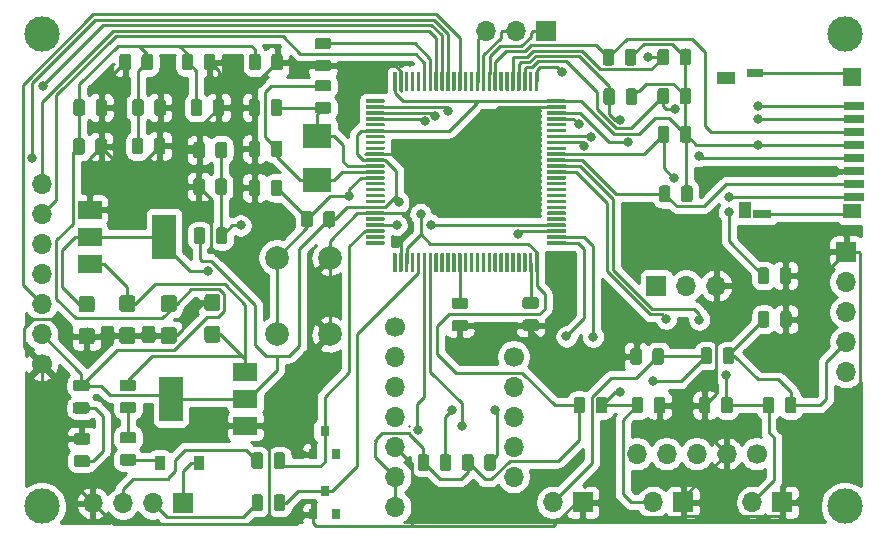
<source format=gbr>
G04 #@! TF.GenerationSoftware,KiCad,Pcbnew,(5.1.5)-3*
G04 #@! TF.CreationDate,2020-08-27T07:53:39+02:00*
G04 #@! TF.ProjectId,licznik,6c69637a-6e69-46b2-9e6b-696361645f70,rev?*
G04 #@! TF.SameCoordinates,Original*
G04 #@! TF.FileFunction,Copper,L1,Top*
G04 #@! TF.FilePolarity,Positive*
%FSLAX46Y46*%
G04 Gerber Fmt 4.6, Leading zero omitted, Abs format (unit mm)*
G04 Created by KiCad (PCBNEW (5.1.5)-3) date 2020-08-27 07:53:39*
%MOMM*%
%LPD*%
G04 APERTURE LIST*
%ADD10C,3.000000*%
%ADD11O,1.700000X1.700000*%
%ADD12C,1.700000*%
%ADD13R,0.800000X0.900000*%
%ADD14C,0.100000*%
%ADD15R,1.700000X1.700000*%
%ADD16R,2.400000X2.000000*%
%ADD17R,2.000000X1.500000*%
%ADD18R,2.000000X3.800000*%
%ADD19C,2.000000*%
%ADD20R,1.500000X0.800000*%
%ADD21R,1.400000X0.800000*%
%ADD22R,1.500000X1.300000*%
%ADD23R,1.500000X1.500000*%
%ADD24R,1.000000X1.450000*%
%ADD25R,1.550000X1.000000*%
%ADD26R,1.750000X0.700000*%
%ADD27R,0.900000X1.200000*%
%ADD28C,0.800000*%
%ADD29C,0.250000*%
%ADD30C,0.254000*%
G04 APERTURE END LIST*
D10*
X159650000Y-64650000D03*
X159650000Y-104650000D03*
X91650000Y-104650000D03*
X91650000Y-64650000D03*
D11*
X91650000Y-77410000D03*
X91650000Y-79950000D03*
X91650000Y-82490000D03*
X91650000Y-85030000D03*
X91650000Y-87570000D03*
X91650000Y-90110000D03*
D12*
X91650000Y-92650000D03*
D13*
X115600000Y-103350000D03*
X116550000Y-105350000D03*
X114650000Y-105350000D03*
X115600000Y-98275000D03*
X116550000Y-100275000D03*
X114650000Y-100275000D03*
G04 #@! TA.AperFunction,SMDPad,CuDef*
D14*
G36*
X115955142Y-70438674D02*
G01*
X115978803Y-70442184D01*
X116002007Y-70447996D01*
X116024529Y-70456054D01*
X116046153Y-70466282D01*
X116066670Y-70478579D01*
X116085883Y-70492829D01*
X116103607Y-70508893D01*
X116119671Y-70526617D01*
X116133921Y-70545830D01*
X116146218Y-70566347D01*
X116156446Y-70587971D01*
X116164504Y-70610493D01*
X116170316Y-70633697D01*
X116173826Y-70657358D01*
X116175000Y-70681250D01*
X116175000Y-71168750D01*
X116173826Y-71192642D01*
X116170316Y-71216303D01*
X116164504Y-71239507D01*
X116156446Y-71262029D01*
X116146218Y-71283653D01*
X116133921Y-71304170D01*
X116119671Y-71323383D01*
X116103607Y-71341107D01*
X116085883Y-71357171D01*
X116066670Y-71371421D01*
X116046153Y-71383718D01*
X116024529Y-71393946D01*
X116002007Y-71402004D01*
X115978803Y-71407816D01*
X115955142Y-71411326D01*
X115931250Y-71412500D01*
X115018750Y-71412500D01*
X114994858Y-71411326D01*
X114971197Y-71407816D01*
X114947993Y-71402004D01*
X114925471Y-71393946D01*
X114903847Y-71383718D01*
X114883330Y-71371421D01*
X114864117Y-71357171D01*
X114846393Y-71341107D01*
X114830329Y-71323383D01*
X114816079Y-71304170D01*
X114803782Y-71283653D01*
X114793554Y-71262029D01*
X114785496Y-71239507D01*
X114779684Y-71216303D01*
X114776174Y-71192642D01*
X114775000Y-71168750D01*
X114775000Y-70681250D01*
X114776174Y-70657358D01*
X114779684Y-70633697D01*
X114785496Y-70610493D01*
X114793554Y-70587971D01*
X114803782Y-70566347D01*
X114816079Y-70545830D01*
X114830329Y-70526617D01*
X114846393Y-70508893D01*
X114864117Y-70492829D01*
X114883330Y-70478579D01*
X114903847Y-70466282D01*
X114925471Y-70456054D01*
X114947993Y-70447996D01*
X114971197Y-70442184D01*
X114994858Y-70438674D01*
X115018750Y-70437500D01*
X115931250Y-70437500D01*
X115955142Y-70438674D01*
G37*
G04 #@! TD.AperFunction*
G04 #@! TA.AperFunction,SMDPad,CuDef*
G36*
X115955142Y-68563674D02*
G01*
X115978803Y-68567184D01*
X116002007Y-68572996D01*
X116024529Y-68581054D01*
X116046153Y-68591282D01*
X116066670Y-68603579D01*
X116085883Y-68617829D01*
X116103607Y-68633893D01*
X116119671Y-68651617D01*
X116133921Y-68670830D01*
X116146218Y-68691347D01*
X116156446Y-68712971D01*
X116164504Y-68735493D01*
X116170316Y-68758697D01*
X116173826Y-68782358D01*
X116175000Y-68806250D01*
X116175000Y-69293750D01*
X116173826Y-69317642D01*
X116170316Y-69341303D01*
X116164504Y-69364507D01*
X116156446Y-69387029D01*
X116146218Y-69408653D01*
X116133921Y-69429170D01*
X116119671Y-69448383D01*
X116103607Y-69466107D01*
X116085883Y-69482171D01*
X116066670Y-69496421D01*
X116046153Y-69508718D01*
X116024529Y-69518946D01*
X116002007Y-69527004D01*
X115978803Y-69532816D01*
X115955142Y-69536326D01*
X115931250Y-69537500D01*
X115018750Y-69537500D01*
X114994858Y-69536326D01*
X114971197Y-69532816D01*
X114947993Y-69527004D01*
X114925471Y-69518946D01*
X114903847Y-69508718D01*
X114883330Y-69496421D01*
X114864117Y-69482171D01*
X114846393Y-69466107D01*
X114830329Y-69448383D01*
X114816079Y-69429170D01*
X114803782Y-69408653D01*
X114793554Y-69387029D01*
X114785496Y-69364507D01*
X114779684Y-69341303D01*
X114776174Y-69317642D01*
X114775000Y-69293750D01*
X114775000Y-68806250D01*
X114776174Y-68782358D01*
X114779684Y-68758697D01*
X114785496Y-68735493D01*
X114793554Y-68712971D01*
X114803782Y-68691347D01*
X114816079Y-68670830D01*
X114830329Y-68651617D01*
X114846393Y-68633893D01*
X114864117Y-68617829D01*
X114883330Y-68603579D01*
X114903847Y-68591282D01*
X114925471Y-68581054D01*
X114947993Y-68572996D01*
X114971197Y-68567184D01*
X114994858Y-68563674D01*
X115018750Y-68562500D01*
X115931250Y-68562500D01*
X115955142Y-68563674D01*
G37*
G04 #@! TD.AperFunction*
D11*
X142015000Y-100225000D03*
X144555000Y-100225000D03*
X147095000Y-100225000D03*
X149635000Y-100225000D03*
D12*
X152175000Y-100225000D03*
G04 #@! TA.AperFunction,SMDPad,CuDef*
D14*
G36*
X154917642Y-88126174D02*
G01*
X154941303Y-88129684D01*
X154964507Y-88135496D01*
X154987029Y-88143554D01*
X155008653Y-88153782D01*
X155029170Y-88166079D01*
X155048383Y-88180329D01*
X155066107Y-88196393D01*
X155082171Y-88214117D01*
X155096421Y-88233330D01*
X155108718Y-88253847D01*
X155118946Y-88275471D01*
X155127004Y-88297993D01*
X155132816Y-88321197D01*
X155136326Y-88344858D01*
X155137500Y-88368750D01*
X155137500Y-89281250D01*
X155136326Y-89305142D01*
X155132816Y-89328803D01*
X155127004Y-89352007D01*
X155118946Y-89374529D01*
X155108718Y-89396153D01*
X155096421Y-89416670D01*
X155082171Y-89435883D01*
X155066107Y-89453607D01*
X155048383Y-89469671D01*
X155029170Y-89483921D01*
X155008653Y-89496218D01*
X154987029Y-89506446D01*
X154964507Y-89514504D01*
X154941303Y-89520316D01*
X154917642Y-89523826D01*
X154893750Y-89525000D01*
X154406250Y-89525000D01*
X154382358Y-89523826D01*
X154358697Y-89520316D01*
X154335493Y-89514504D01*
X154312971Y-89506446D01*
X154291347Y-89496218D01*
X154270830Y-89483921D01*
X154251617Y-89469671D01*
X154233893Y-89453607D01*
X154217829Y-89435883D01*
X154203579Y-89416670D01*
X154191282Y-89396153D01*
X154181054Y-89374529D01*
X154172996Y-89352007D01*
X154167184Y-89328803D01*
X154163674Y-89305142D01*
X154162500Y-89281250D01*
X154162500Y-88368750D01*
X154163674Y-88344858D01*
X154167184Y-88321197D01*
X154172996Y-88297993D01*
X154181054Y-88275471D01*
X154191282Y-88253847D01*
X154203579Y-88233330D01*
X154217829Y-88214117D01*
X154233893Y-88196393D01*
X154251617Y-88180329D01*
X154270830Y-88166079D01*
X154291347Y-88153782D01*
X154312971Y-88143554D01*
X154335493Y-88135496D01*
X154358697Y-88129684D01*
X154382358Y-88126174D01*
X154406250Y-88125000D01*
X154893750Y-88125000D01*
X154917642Y-88126174D01*
G37*
G04 #@! TD.AperFunction*
G04 #@! TA.AperFunction,SMDPad,CuDef*
G36*
X153042642Y-88126174D02*
G01*
X153066303Y-88129684D01*
X153089507Y-88135496D01*
X153112029Y-88143554D01*
X153133653Y-88153782D01*
X153154170Y-88166079D01*
X153173383Y-88180329D01*
X153191107Y-88196393D01*
X153207171Y-88214117D01*
X153221421Y-88233330D01*
X153233718Y-88253847D01*
X153243946Y-88275471D01*
X153252004Y-88297993D01*
X153257816Y-88321197D01*
X153261326Y-88344858D01*
X153262500Y-88368750D01*
X153262500Y-89281250D01*
X153261326Y-89305142D01*
X153257816Y-89328803D01*
X153252004Y-89352007D01*
X153243946Y-89374529D01*
X153233718Y-89396153D01*
X153221421Y-89416670D01*
X153207171Y-89435883D01*
X153191107Y-89453607D01*
X153173383Y-89469671D01*
X153154170Y-89483921D01*
X153133653Y-89496218D01*
X153112029Y-89506446D01*
X153089507Y-89514504D01*
X153066303Y-89520316D01*
X153042642Y-89523826D01*
X153018750Y-89525000D01*
X152531250Y-89525000D01*
X152507358Y-89523826D01*
X152483697Y-89520316D01*
X152460493Y-89514504D01*
X152437971Y-89506446D01*
X152416347Y-89496218D01*
X152395830Y-89483921D01*
X152376617Y-89469671D01*
X152358893Y-89453607D01*
X152342829Y-89435883D01*
X152328579Y-89416670D01*
X152316282Y-89396153D01*
X152306054Y-89374529D01*
X152297996Y-89352007D01*
X152292184Y-89328803D01*
X152288674Y-89305142D01*
X152287500Y-89281250D01*
X152287500Y-88368750D01*
X152288674Y-88344858D01*
X152292184Y-88321197D01*
X152297996Y-88297993D01*
X152306054Y-88275471D01*
X152316282Y-88253847D01*
X152328579Y-88233330D01*
X152342829Y-88214117D01*
X152358893Y-88196393D01*
X152376617Y-88180329D01*
X152395830Y-88166079D01*
X152416347Y-88153782D01*
X152437971Y-88143554D01*
X152460493Y-88135496D01*
X152483697Y-88129684D01*
X152507358Y-88126174D01*
X152531250Y-88125000D01*
X153018750Y-88125000D01*
X153042642Y-88126174D01*
G37*
G04 #@! TD.AperFunction*
D11*
X95980000Y-104400000D03*
X98520000Y-104400000D03*
X101060000Y-104400000D03*
D15*
X103600000Y-104400000D03*
G04 #@! TA.AperFunction,SMDPad,CuDef*
D14*
G36*
X109942642Y-73701174D02*
G01*
X109966303Y-73704684D01*
X109989507Y-73710496D01*
X110012029Y-73718554D01*
X110033653Y-73728782D01*
X110054170Y-73741079D01*
X110073383Y-73755329D01*
X110091107Y-73771393D01*
X110107171Y-73789117D01*
X110121421Y-73808330D01*
X110133718Y-73828847D01*
X110143946Y-73850471D01*
X110152004Y-73872993D01*
X110157816Y-73896197D01*
X110161326Y-73919858D01*
X110162500Y-73943750D01*
X110162500Y-74856250D01*
X110161326Y-74880142D01*
X110157816Y-74903803D01*
X110152004Y-74927007D01*
X110143946Y-74949529D01*
X110133718Y-74971153D01*
X110121421Y-74991670D01*
X110107171Y-75010883D01*
X110091107Y-75028607D01*
X110073383Y-75044671D01*
X110054170Y-75058921D01*
X110033653Y-75071218D01*
X110012029Y-75081446D01*
X109989507Y-75089504D01*
X109966303Y-75095316D01*
X109942642Y-75098826D01*
X109918750Y-75100000D01*
X109431250Y-75100000D01*
X109407358Y-75098826D01*
X109383697Y-75095316D01*
X109360493Y-75089504D01*
X109337971Y-75081446D01*
X109316347Y-75071218D01*
X109295830Y-75058921D01*
X109276617Y-75044671D01*
X109258893Y-75028607D01*
X109242829Y-75010883D01*
X109228579Y-74991670D01*
X109216282Y-74971153D01*
X109206054Y-74949529D01*
X109197996Y-74927007D01*
X109192184Y-74903803D01*
X109188674Y-74880142D01*
X109187500Y-74856250D01*
X109187500Y-73943750D01*
X109188674Y-73919858D01*
X109192184Y-73896197D01*
X109197996Y-73872993D01*
X109206054Y-73850471D01*
X109216282Y-73828847D01*
X109228579Y-73808330D01*
X109242829Y-73789117D01*
X109258893Y-73771393D01*
X109276617Y-73755329D01*
X109295830Y-73741079D01*
X109316347Y-73728782D01*
X109337971Y-73718554D01*
X109360493Y-73710496D01*
X109383697Y-73704684D01*
X109407358Y-73701174D01*
X109431250Y-73700000D01*
X109918750Y-73700000D01*
X109942642Y-73701174D01*
G37*
G04 #@! TD.AperFunction*
G04 #@! TA.AperFunction,SMDPad,CuDef*
G36*
X111817642Y-73701174D02*
G01*
X111841303Y-73704684D01*
X111864507Y-73710496D01*
X111887029Y-73718554D01*
X111908653Y-73728782D01*
X111929170Y-73741079D01*
X111948383Y-73755329D01*
X111966107Y-73771393D01*
X111982171Y-73789117D01*
X111996421Y-73808330D01*
X112008718Y-73828847D01*
X112018946Y-73850471D01*
X112027004Y-73872993D01*
X112032816Y-73896197D01*
X112036326Y-73919858D01*
X112037500Y-73943750D01*
X112037500Y-74856250D01*
X112036326Y-74880142D01*
X112032816Y-74903803D01*
X112027004Y-74927007D01*
X112018946Y-74949529D01*
X112008718Y-74971153D01*
X111996421Y-74991670D01*
X111982171Y-75010883D01*
X111966107Y-75028607D01*
X111948383Y-75044671D01*
X111929170Y-75058921D01*
X111908653Y-75071218D01*
X111887029Y-75081446D01*
X111864507Y-75089504D01*
X111841303Y-75095316D01*
X111817642Y-75098826D01*
X111793750Y-75100000D01*
X111306250Y-75100000D01*
X111282358Y-75098826D01*
X111258697Y-75095316D01*
X111235493Y-75089504D01*
X111212971Y-75081446D01*
X111191347Y-75071218D01*
X111170830Y-75058921D01*
X111151617Y-75044671D01*
X111133893Y-75028607D01*
X111117829Y-75010883D01*
X111103579Y-74991670D01*
X111091282Y-74971153D01*
X111081054Y-74949529D01*
X111072996Y-74927007D01*
X111067184Y-74903803D01*
X111063674Y-74880142D01*
X111062500Y-74856250D01*
X111062500Y-73943750D01*
X111063674Y-73919858D01*
X111067184Y-73896197D01*
X111072996Y-73872993D01*
X111081054Y-73850471D01*
X111091282Y-73828847D01*
X111103579Y-73808330D01*
X111117829Y-73789117D01*
X111133893Y-73771393D01*
X111151617Y-73755329D01*
X111170830Y-73741079D01*
X111191347Y-73728782D01*
X111212971Y-73718554D01*
X111235493Y-73710496D01*
X111258697Y-73704684D01*
X111282358Y-73701174D01*
X111306250Y-73700000D01*
X111793750Y-73700000D01*
X111817642Y-73701174D01*
G37*
G04 #@! TD.AperFunction*
D16*
X114975000Y-77025000D03*
X114975000Y-73325000D03*
D11*
X131600000Y-99620000D03*
X131600000Y-94540000D03*
D12*
X131600000Y-92000000D03*
D11*
X131600000Y-102160000D03*
X131600000Y-97080000D03*
X121600000Y-104740000D03*
X121600000Y-102200000D03*
X121600000Y-99660000D03*
X121600000Y-97120000D03*
X121600000Y-94580000D03*
X121600000Y-92040000D03*
D12*
X121600000Y-89500000D03*
G04 #@! TA.AperFunction,SMDPad,CuDef*
D14*
G36*
X121632351Y-67875361D02*
G01*
X121639632Y-67876441D01*
X121646771Y-67878229D01*
X121653701Y-67880709D01*
X121660355Y-67883856D01*
X121666668Y-67887640D01*
X121672579Y-67892024D01*
X121678033Y-67896967D01*
X121682976Y-67902421D01*
X121687360Y-67908332D01*
X121691144Y-67914645D01*
X121694291Y-67921299D01*
X121696771Y-67928229D01*
X121698559Y-67935368D01*
X121699639Y-67942649D01*
X121700000Y-67950000D01*
X121700000Y-69400000D01*
X121699639Y-69407351D01*
X121698559Y-69414632D01*
X121696771Y-69421771D01*
X121694291Y-69428701D01*
X121691144Y-69435355D01*
X121687360Y-69441668D01*
X121682976Y-69447579D01*
X121678033Y-69453033D01*
X121672579Y-69457976D01*
X121666668Y-69462360D01*
X121660355Y-69466144D01*
X121653701Y-69469291D01*
X121646771Y-69471771D01*
X121639632Y-69473559D01*
X121632351Y-69474639D01*
X121625000Y-69475000D01*
X121475000Y-69475000D01*
X121467649Y-69474639D01*
X121460368Y-69473559D01*
X121453229Y-69471771D01*
X121446299Y-69469291D01*
X121439645Y-69466144D01*
X121433332Y-69462360D01*
X121427421Y-69457976D01*
X121421967Y-69453033D01*
X121417024Y-69447579D01*
X121412640Y-69441668D01*
X121408856Y-69435355D01*
X121405709Y-69428701D01*
X121403229Y-69421771D01*
X121401441Y-69414632D01*
X121400361Y-69407351D01*
X121400000Y-69400000D01*
X121400000Y-67950000D01*
X121400361Y-67942649D01*
X121401441Y-67935368D01*
X121403229Y-67928229D01*
X121405709Y-67921299D01*
X121408856Y-67914645D01*
X121412640Y-67908332D01*
X121417024Y-67902421D01*
X121421967Y-67896967D01*
X121427421Y-67892024D01*
X121433332Y-67887640D01*
X121439645Y-67883856D01*
X121446299Y-67880709D01*
X121453229Y-67878229D01*
X121460368Y-67876441D01*
X121467649Y-67875361D01*
X121475000Y-67875000D01*
X121625000Y-67875000D01*
X121632351Y-67875361D01*
G37*
G04 #@! TD.AperFunction*
G04 #@! TA.AperFunction,SMDPad,CuDef*
G36*
X122132351Y-67875361D02*
G01*
X122139632Y-67876441D01*
X122146771Y-67878229D01*
X122153701Y-67880709D01*
X122160355Y-67883856D01*
X122166668Y-67887640D01*
X122172579Y-67892024D01*
X122178033Y-67896967D01*
X122182976Y-67902421D01*
X122187360Y-67908332D01*
X122191144Y-67914645D01*
X122194291Y-67921299D01*
X122196771Y-67928229D01*
X122198559Y-67935368D01*
X122199639Y-67942649D01*
X122200000Y-67950000D01*
X122200000Y-69400000D01*
X122199639Y-69407351D01*
X122198559Y-69414632D01*
X122196771Y-69421771D01*
X122194291Y-69428701D01*
X122191144Y-69435355D01*
X122187360Y-69441668D01*
X122182976Y-69447579D01*
X122178033Y-69453033D01*
X122172579Y-69457976D01*
X122166668Y-69462360D01*
X122160355Y-69466144D01*
X122153701Y-69469291D01*
X122146771Y-69471771D01*
X122139632Y-69473559D01*
X122132351Y-69474639D01*
X122125000Y-69475000D01*
X121975000Y-69475000D01*
X121967649Y-69474639D01*
X121960368Y-69473559D01*
X121953229Y-69471771D01*
X121946299Y-69469291D01*
X121939645Y-69466144D01*
X121933332Y-69462360D01*
X121927421Y-69457976D01*
X121921967Y-69453033D01*
X121917024Y-69447579D01*
X121912640Y-69441668D01*
X121908856Y-69435355D01*
X121905709Y-69428701D01*
X121903229Y-69421771D01*
X121901441Y-69414632D01*
X121900361Y-69407351D01*
X121900000Y-69400000D01*
X121900000Y-67950000D01*
X121900361Y-67942649D01*
X121901441Y-67935368D01*
X121903229Y-67928229D01*
X121905709Y-67921299D01*
X121908856Y-67914645D01*
X121912640Y-67908332D01*
X121917024Y-67902421D01*
X121921967Y-67896967D01*
X121927421Y-67892024D01*
X121933332Y-67887640D01*
X121939645Y-67883856D01*
X121946299Y-67880709D01*
X121953229Y-67878229D01*
X121960368Y-67876441D01*
X121967649Y-67875361D01*
X121975000Y-67875000D01*
X122125000Y-67875000D01*
X122132351Y-67875361D01*
G37*
G04 #@! TD.AperFunction*
G04 #@! TA.AperFunction,SMDPad,CuDef*
G36*
X122632351Y-67875361D02*
G01*
X122639632Y-67876441D01*
X122646771Y-67878229D01*
X122653701Y-67880709D01*
X122660355Y-67883856D01*
X122666668Y-67887640D01*
X122672579Y-67892024D01*
X122678033Y-67896967D01*
X122682976Y-67902421D01*
X122687360Y-67908332D01*
X122691144Y-67914645D01*
X122694291Y-67921299D01*
X122696771Y-67928229D01*
X122698559Y-67935368D01*
X122699639Y-67942649D01*
X122700000Y-67950000D01*
X122700000Y-69400000D01*
X122699639Y-69407351D01*
X122698559Y-69414632D01*
X122696771Y-69421771D01*
X122694291Y-69428701D01*
X122691144Y-69435355D01*
X122687360Y-69441668D01*
X122682976Y-69447579D01*
X122678033Y-69453033D01*
X122672579Y-69457976D01*
X122666668Y-69462360D01*
X122660355Y-69466144D01*
X122653701Y-69469291D01*
X122646771Y-69471771D01*
X122639632Y-69473559D01*
X122632351Y-69474639D01*
X122625000Y-69475000D01*
X122475000Y-69475000D01*
X122467649Y-69474639D01*
X122460368Y-69473559D01*
X122453229Y-69471771D01*
X122446299Y-69469291D01*
X122439645Y-69466144D01*
X122433332Y-69462360D01*
X122427421Y-69457976D01*
X122421967Y-69453033D01*
X122417024Y-69447579D01*
X122412640Y-69441668D01*
X122408856Y-69435355D01*
X122405709Y-69428701D01*
X122403229Y-69421771D01*
X122401441Y-69414632D01*
X122400361Y-69407351D01*
X122400000Y-69400000D01*
X122400000Y-67950000D01*
X122400361Y-67942649D01*
X122401441Y-67935368D01*
X122403229Y-67928229D01*
X122405709Y-67921299D01*
X122408856Y-67914645D01*
X122412640Y-67908332D01*
X122417024Y-67902421D01*
X122421967Y-67896967D01*
X122427421Y-67892024D01*
X122433332Y-67887640D01*
X122439645Y-67883856D01*
X122446299Y-67880709D01*
X122453229Y-67878229D01*
X122460368Y-67876441D01*
X122467649Y-67875361D01*
X122475000Y-67875000D01*
X122625000Y-67875000D01*
X122632351Y-67875361D01*
G37*
G04 #@! TD.AperFunction*
G04 #@! TA.AperFunction,SMDPad,CuDef*
G36*
X123132351Y-67875361D02*
G01*
X123139632Y-67876441D01*
X123146771Y-67878229D01*
X123153701Y-67880709D01*
X123160355Y-67883856D01*
X123166668Y-67887640D01*
X123172579Y-67892024D01*
X123178033Y-67896967D01*
X123182976Y-67902421D01*
X123187360Y-67908332D01*
X123191144Y-67914645D01*
X123194291Y-67921299D01*
X123196771Y-67928229D01*
X123198559Y-67935368D01*
X123199639Y-67942649D01*
X123200000Y-67950000D01*
X123200000Y-69400000D01*
X123199639Y-69407351D01*
X123198559Y-69414632D01*
X123196771Y-69421771D01*
X123194291Y-69428701D01*
X123191144Y-69435355D01*
X123187360Y-69441668D01*
X123182976Y-69447579D01*
X123178033Y-69453033D01*
X123172579Y-69457976D01*
X123166668Y-69462360D01*
X123160355Y-69466144D01*
X123153701Y-69469291D01*
X123146771Y-69471771D01*
X123139632Y-69473559D01*
X123132351Y-69474639D01*
X123125000Y-69475000D01*
X122975000Y-69475000D01*
X122967649Y-69474639D01*
X122960368Y-69473559D01*
X122953229Y-69471771D01*
X122946299Y-69469291D01*
X122939645Y-69466144D01*
X122933332Y-69462360D01*
X122927421Y-69457976D01*
X122921967Y-69453033D01*
X122917024Y-69447579D01*
X122912640Y-69441668D01*
X122908856Y-69435355D01*
X122905709Y-69428701D01*
X122903229Y-69421771D01*
X122901441Y-69414632D01*
X122900361Y-69407351D01*
X122900000Y-69400000D01*
X122900000Y-67950000D01*
X122900361Y-67942649D01*
X122901441Y-67935368D01*
X122903229Y-67928229D01*
X122905709Y-67921299D01*
X122908856Y-67914645D01*
X122912640Y-67908332D01*
X122917024Y-67902421D01*
X122921967Y-67896967D01*
X122927421Y-67892024D01*
X122933332Y-67887640D01*
X122939645Y-67883856D01*
X122946299Y-67880709D01*
X122953229Y-67878229D01*
X122960368Y-67876441D01*
X122967649Y-67875361D01*
X122975000Y-67875000D01*
X123125000Y-67875000D01*
X123132351Y-67875361D01*
G37*
G04 #@! TD.AperFunction*
G04 #@! TA.AperFunction,SMDPad,CuDef*
G36*
X123632351Y-67875361D02*
G01*
X123639632Y-67876441D01*
X123646771Y-67878229D01*
X123653701Y-67880709D01*
X123660355Y-67883856D01*
X123666668Y-67887640D01*
X123672579Y-67892024D01*
X123678033Y-67896967D01*
X123682976Y-67902421D01*
X123687360Y-67908332D01*
X123691144Y-67914645D01*
X123694291Y-67921299D01*
X123696771Y-67928229D01*
X123698559Y-67935368D01*
X123699639Y-67942649D01*
X123700000Y-67950000D01*
X123700000Y-69400000D01*
X123699639Y-69407351D01*
X123698559Y-69414632D01*
X123696771Y-69421771D01*
X123694291Y-69428701D01*
X123691144Y-69435355D01*
X123687360Y-69441668D01*
X123682976Y-69447579D01*
X123678033Y-69453033D01*
X123672579Y-69457976D01*
X123666668Y-69462360D01*
X123660355Y-69466144D01*
X123653701Y-69469291D01*
X123646771Y-69471771D01*
X123639632Y-69473559D01*
X123632351Y-69474639D01*
X123625000Y-69475000D01*
X123475000Y-69475000D01*
X123467649Y-69474639D01*
X123460368Y-69473559D01*
X123453229Y-69471771D01*
X123446299Y-69469291D01*
X123439645Y-69466144D01*
X123433332Y-69462360D01*
X123427421Y-69457976D01*
X123421967Y-69453033D01*
X123417024Y-69447579D01*
X123412640Y-69441668D01*
X123408856Y-69435355D01*
X123405709Y-69428701D01*
X123403229Y-69421771D01*
X123401441Y-69414632D01*
X123400361Y-69407351D01*
X123400000Y-69400000D01*
X123400000Y-67950000D01*
X123400361Y-67942649D01*
X123401441Y-67935368D01*
X123403229Y-67928229D01*
X123405709Y-67921299D01*
X123408856Y-67914645D01*
X123412640Y-67908332D01*
X123417024Y-67902421D01*
X123421967Y-67896967D01*
X123427421Y-67892024D01*
X123433332Y-67887640D01*
X123439645Y-67883856D01*
X123446299Y-67880709D01*
X123453229Y-67878229D01*
X123460368Y-67876441D01*
X123467649Y-67875361D01*
X123475000Y-67875000D01*
X123625000Y-67875000D01*
X123632351Y-67875361D01*
G37*
G04 #@! TD.AperFunction*
G04 #@! TA.AperFunction,SMDPad,CuDef*
G36*
X124132351Y-67875361D02*
G01*
X124139632Y-67876441D01*
X124146771Y-67878229D01*
X124153701Y-67880709D01*
X124160355Y-67883856D01*
X124166668Y-67887640D01*
X124172579Y-67892024D01*
X124178033Y-67896967D01*
X124182976Y-67902421D01*
X124187360Y-67908332D01*
X124191144Y-67914645D01*
X124194291Y-67921299D01*
X124196771Y-67928229D01*
X124198559Y-67935368D01*
X124199639Y-67942649D01*
X124200000Y-67950000D01*
X124200000Y-69400000D01*
X124199639Y-69407351D01*
X124198559Y-69414632D01*
X124196771Y-69421771D01*
X124194291Y-69428701D01*
X124191144Y-69435355D01*
X124187360Y-69441668D01*
X124182976Y-69447579D01*
X124178033Y-69453033D01*
X124172579Y-69457976D01*
X124166668Y-69462360D01*
X124160355Y-69466144D01*
X124153701Y-69469291D01*
X124146771Y-69471771D01*
X124139632Y-69473559D01*
X124132351Y-69474639D01*
X124125000Y-69475000D01*
X123975000Y-69475000D01*
X123967649Y-69474639D01*
X123960368Y-69473559D01*
X123953229Y-69471771D01*
X123946299Y-69469291D01*
X123939645Y-69466144D01*
X123933332Y-69462360D01*
X123927421Y-69457976D01*
X123921967Y-69453033D01*
X123917024Y-69447579D01*
X123912640Y-69441668D01*
X123908856Y-69435355D01*
X123905709Y-69428701D01*
X123903229Y-69421771D01*
X123901441Y-69414632D01*
X123900361Y-69407351D01*
X123900000Y-69400000D01*
X123900000Y-67950000D01*
X123900361Y-67942649D01*
X123901441Y-67935368D01*
X123903229Y-67928229D01*
X123905709Y-67921299D01*
X123908856Y-67914645D01*
X123912640Y-67908332D01*
X123917024Y-67902421D01*
X123921967Y-67896967D01*
X123927421Y-67892024D01*
X123933332Y-67887640D01*
X123939645Y-67883856D01*
X123946299Y-67880709D01*
X123953229Y-67878229D01*
X123960368Y-67876441D01*
X123967649Y-67875361D01*
X123975000Y-67875000D01*
X124125000Y-67875000D01*
X124132351Y-67875361D01*
G37*
G04 #@! TD.AperFunction*
G04 #@! TA.AperFunction,SMDPad,CuDef*
G36*
X124632351Y-67875361D02*
G01*
X124639632Y-67876441D01*
X124646771Y-67878229D01*
X124653701Y-67880709D01*
X124660355Y-67883856D01*
X124666668Y-67887640D01*
X124672579Y-67892024D01*
X124678033Y-67896967D01*
X124682976Y-67902421D01*
X124687360Y-67908332D01*
X124691144Y-67914645D01*
X124694291Y-67921299D01*
X124696771Y-67928229D01*
X124698559Y-67935368D01*
X124699639Y-67942649D01*
X124700000Y-67950000D01*
X124700000Y-69400000D01*
X124699639Y-69407351D01*
X124698559Y-69414632D01*
X124696771Y-69421771D01*
X124694291Y-69428701D01*
X124691144Y-69435355D01*
X124687360Y-69441668D01*
X124682976Y-69447579D01*
X124678033Y-69453033D01*
X124672579Y-69457976D01*
X124666668Y-69462360D01*
X124660355Y-69466144D01*
X124653701Y-69469291D01*
X124646771Y-69471771D01*
X124639632Y-69473559D01*
X124632351Y-69474639D01*
X124625000Y-69475000D01*
X124475000Y-69475000D01*
X124467649Y-69474639D01*
X124460368Y-69473559D01*
X124453229Y-69471771D01*
X124446299Y-69469291D01*
X124439645Y-69466144D01*
X124433332Y-69462360D01*
X124427421Y-69457976D01*
X124421967Y-69453033D01*
X124417024Y-69447579D01*
X124412640Y-69441668D01*
X124408856Y-69435355D01*
X124405709Y-69428701D01*
X124403229Y-69421771D01*
X124401441Y-69414632D01*
X124400361Y-69407351D01*
X124400000Y-69400000D01*
X124400000Y-67950000D01*
X124400361Y-67942649D01*
X124401441Y-67935368D01*
X124403229Y-67928229D01*
X124405709Y-67921299D01*
X124408856Y-67914645D01*
X124412640Y-67908332D01*
X124417024Y-67902421D01*
X124421967Y-67896967D01*
X124427421Y-67892024D01*
X124433332Y-67887640D01*
X124439645Y-67883856D01*
X124446299Y-67880709D01*
X124453229Y-67878229D01*
X124460368Y-67876441D01*
X124467649Y-67875361D01*
X124475000Y-67875000D01*
X124625000Y-67875000D01*
X124632351Y-67875361D01*
G37*
G04 #@! TD.AperFunction*
G04 #@! TA.AperFunction,SMDPad,CuDef*
G36*
X125132351Y-67875361D02*
G01*
X125139632Y-67876441D01*
X125146771Y-67878229D01*
X125153701Y-67880709D01*
X125160355Y-67883856D01*
X125166668Y-67887640D01*
X125172579Y-67892024D01*
X125178033Y-67896967D01*
X125182976Y-67902421D01*
X125187360Y-67908332D01*
X125191144Y-67914645D01*
X125194291Y-67921299D01*
X125196771Y-67928229D01*
X125198559Y-67935368D01*
X125199639Y-67942649D01*
X125200000Y-67950000D01*
X125200000Y-69400000D01*
X125199639Y-69407351D01*
X125198559Y-69414632D01*
X125196771Y-69421771D01*
X125194291Y-69428701D01*
X125191144Y-69435355D01*
X125187360Y-69441668D01*
X125182976Y-69447579D01*
X125178033Y-69453033D01*
X125172579Y-69457976D01*
X125166668Y-69462360D01*
X125160355Y-69466144D01*
X125153701Y-69469291D01*
X125146771Y-69471771D01*
X125139632Y-69473559D01*
X125132351Y-69474639D01*
X125125000Y-69475000D01*
X124975000Y-69475000D01*
X124967649Y-69474639D01*
X124960368Y-69473559D01*
X124953229Y-69471771D01*
X124946299Y-69469291D01*
X124939645Y-69466144D01*
X124933332Y-69462360D01*
X124927421Y-69457976D01*
X124921967Y-69453033D01*
X124917024Y-69447579D01*
X124912640Y-69441668D01*
X124908856Y-69435355D01*
X124905709Y-69428701D01*
X124903229Y-69421771D01*
X124901441Y-69414632D01*
X124900361Y-69407351D01*
X124900000Y-69400000D01*
X124900000Y-67950000D01*
X124900361Y-67942649D01*
X124901441Y-67935368D01*
X124903229Y-67928229D01*
X124905709Y-67921299D01*
X124908856Y-67914645D01*
X124912640Y-67908332D01*
X124917024Y-67902421D01*
X124921967Y-67896967D01*
X124927421Y-67892024D01*
X124933332Y-67887640D01*
X124939645Y-67883856D01*
X124946299Y-67880709D01*
X124953229Y-67878229D01*
X124960368Y-67876441D01*
X124967649Y-67875361D01*
X124975000Y-67875000D01*
X125125000Y-67875000D01*
X125132351Y-67875361D01*
G37*
G04 #@! TD.AperFunction*
G04 #@! TA.AperFunction,SMDPad,CuDef*
G36*
X125632351Y-67875361D02*
G01*
X125639632Y-67876441D01*
X125646771Y-67878229D01*
X125653701Y-67880709D01*
X125660355Y-67883856D01*
X125666668Y-67887640D01*
X125672579Y-67892024D01*
X125678033Y-67896967D01*
X125682976Y-67902421D01*
X125687360Y-67908332D01*
X125691144Y-67914645D01*
X125694291Y-67921299D01*
X125696771Y-67928229D01*
X125698559Y-67935368D01*
X125699639Y-67942649D01*
X125700000Y-67950000D01*
X125700000Y-69400000D01*
X125699639Y-69407351D01*
X125698559Y-69414632D01*
X125696771Y-69421771D01*
X125694291Y-69428701D01*
X125691144Y-69435355D01*
X125687360Y-69441668D01*
X125682976Y-69447579D01*
X125678033Y-69453033D01*
X125672579Y-69457976D01*
X125666668Y-69462360D01*
X125660355Y-69466144D01*
X125653701Y-69469291D01*
X125646771Y-69471771D01*
X125639632Y-69473559D01*
X125632351Y-69474639D01*
X125625000Y-69475000D01*
X125475000Y-69475000D01*
X125467649Y-69474639D01*
X125460368Y-69473559D01*
X125453229Y-69471771D01*
X125446299Y-69469291D01*
X125439645Y-69466144D01*
X125433332Y-69462360D01*
X125427421Y-69457976D01*
X125421967Y-69453033D01*
X125417024Y-69447579D01*
X125412640Y-69441668D01*
X125408856Y-69435355D01*
X125405709Y-69428701D01*
X125403229Y-69421771D01*
X125401441Y-69414632D01*
X125400361Y-69407351D01*
X125400000Y-69400000D01*
X125400000Y-67950000D01*
X125400361Y-67942649D01*
X125401441Y-67935368D01*
X125403229Y-67928229D01*
X125405709Y-67921299D01*
X125408856Y-67914645D01*
X125412640Y-67908332D01*
X125417024Y-67902421D01*
X125421967Y-67896967D01*
X125427421Y-67892024D01*
X125433332Y-67887640D01*
X125439645Y-67883856D01*
X125446299Y-67880709D01*
X125453229Y-67878229D01*
X125460368Y-67876441D01*
X125467649Y-67875361D01*
X125475000Y-67875000D01*
X125625000Y-67875000D01*
X125632351Y-67875361D01*
G37*
G04 #@! TD.AperFunction*
G04 #@! TA.AperFunction,SMDPad,CuDef*
G36*
X126132351Y-67875361D02*
G01*
X126139632Y-67876441D01*
X126146771Y-67878229D01*
X126153701Y-67880709D01*
X126160355Y-67883856D01*
X126166668Y-67887640D01*
X126172579Y-67892024D01*
X126178033Y-67896967D01*
X126182976Y-67902421D01*
X126187360Y-67908332D01*
X126191144Y-67914645D01*
X126194291Y-67921299D01*
X126196771Y-67928229D01*
X126198559Y-67935368D01*
X126199639Y-67942649D01*
X126200000Y-67950000D01*
X126200000Y-69400000D01*
X126199639Y-69407351D01*
X126198559Y-69414632D01*
X126196771Y-69421771D01*
X126194291Y-69428701D01*
X126191144Y-69435355D01*
X126187360Y-69441668D01*
X126182976Y-69447579D01*
X126178033Y-69453033D01*
X126172579Y-69457976D01*
X126166668Y-69462360D01*
X126160355Y-69466144D01*
X126153701Y-69469291D01*
X126146771Y-69471771D01*
X126139632Y-69473559D01*
X126132351Y-69474639D01*
X126125000Y-69475000D01*
X125975000Y-69475000D01*
X125967649Y-69474639D01*
X125960368Y-69473559D01*
X125953229Y-69471771D01*
X125946299Y-69469291D01*
X125939645Y-69466144D01*
X125933332Y-69462360D01*
X125927421Y-69457976D01*
X125921967Y-69453033D01*
X125917024Y-69447579D01*
X125912640Y-69441668D01*
X125908856Y-69435355D01*
X125905709Y-69428701D01*
X125903229Y-69421771D01*
X125901441Y-69414632D01*
X125900361Y-69407351D01*
X125900000Y-69400000D01*
X125900000Y-67950000D01*
X125900361Y-67942649D01*
X125901441Y-67935368D01*
X125903229Y-67928229D01*
X125905709Y-67921299D01*
X125908856Y-67914645D01*
X125912640Y-67908332D01*
X125917024Y-67902421D01*
X125921967Y-67896967D01*
X125927421Y-67892024D01*
X125933332Y-67887640D01*
X125939645Y-67883856D01*
X125946299Y-67880709D01*
X125953229Y-67878229D01*
X125960368Y-67876441D01*
X125967649Y-67875361D01*
X125975000Y-67875000D01*
X126125000Y-67875000D01*
X126132351Y-67875361D01*
G37*
G04 #@! TD.AperFunction*
G04 #@! TA.AperFunction,SMDPad,CuDef*
G36*
X126632351Y-67875361D02*
G01*
X126639632Y-67876441D01*
X126646771Y-67878229D01*
X126653701Y-67880709D01*
X126660355Y-67883856D01*
X126666668Y-67887640D01*
X126672579Y-67892024D01*
X126678033Y-67896967D01*
X126682976Y-67902421D01*
X126687360Y-67908332D01*
X126691144Y-67914645D01*
X126694291Y-67921299D01*
X126696771Y-67928229D01*
X126698559Y-67935368D01*
X126699639Y-67942649D01*
X126700000Y-67950000D01*
X126700000Y-69400000D01*
X126699639Y-69407351D01*
X126698559Y-69414632D01*
X126696771Y-69421771D01*
X126694291Y-69428701D01*
X126691144Y-69435355D01*
X126687360Y-69441668D01*
X126682976Y-69447579D01*
X126678033Y-69453033D01*
X126672579Y-69457976D01*
X126666668Y-69462360D01*
X126660355Y-69466144D01*
X126653701Y-69469291D01*
X126646771Y-69471771D01*
X126639632Y-69473559D01*
X126632351Y-69474639D01*
X126625000Y-69475000D01*
X126475000Y-69475000D01*
X126467649Y-69474639D01*
X126460368Y-69473559D01*
X126453229Y-69471771D01*
X126446299Y-69469291D01*
X126439645Y-69466144D01*
X126433332Y-69462360D01*
X126427421Y-69457976D01*
X126421967Y-69453033D01*
X126417024Y-69447579D01*
X126412640Y-69441668D01*
X126408856Y-69435355D01*
X126405709Y-69428701D01*
X126403229Y-69421771D01*
X126401441Y-69414632D01*
X126400361Y-69407351D01*
X126400000Y-69400000D01*
X126400000Y-67950000D01*
X126400361Y-67942649D01*
X126401441Y-67935368D01*
X126403229Y-67928229D01*
X126405709Y-67921299D01*
X126408856Y-67914645D01*
X126412640Y-67908332D01*
X126417024Y-67902421D01*
X126421967Y-67896967D01*
X126427421Y-67892024D01*
X126433332Y-67887640D01*
X126439645Y-67883856D01*
X126446299Y-67880709D01*
X126453229Y-67878229D01*
X126460368Y-67876441D01*
X126467649Y-67875361D01*
X126475000Y-67875000D01*
X126625000Y-67875000D01*
X126632351Y-67875361D01*
G37*
G04 #@! TD.AperFunction*
G04 #@! TA.AperFunction,SMDPad,CuDef*
G36*
X127132351Y-67875361D02*
G01*
X127139632Y-67876441D01*
X127146771Y-67878229D01*
X127153701Y-67880709D01*
X127160355Y-67883856D01*
X127166668Y-67887640D01*
X127172579Y-67892024D01*
X127178033Y-67896967D01*
X127182976Y-67902421D01*
X127187360Y-67908332D01*
X127191144Y-67914645D01*
X127194291Y-67921299D01*
X127196771Y-67928229D01*
X127198559Y-67935368D01*
X127199639Y-67942649D01*
X127200000Y-67950000D01*
X127200000Y-69400000D01*
X127199639Y-69407351D01*
X127198559Y-69414632D01*
X127196771Y-69421771D01*
X127194291Y-69428701D01*
X127191144Y-69435355D01*
X127187360Y-69441668D01*
X127182976Y-69447579D01*
X127178033Y-69453033D01*
X127172579Y-69457976D01*
X127166668Y-69462360D01*
X127160355Y-69466144D01*
X127153701Y-69469291D01*
X127146771Y-69471771D01*
X127139632Y-69473559D01*
X127132351Y-69474639D01*
X127125000Y-69475000D01*
X126975000Y-69475000D01*
X126967649Y-69474639D01*
X126960368Y-69473559D01*
X126953229Y-69471771D01*
X126946299Y-69469291D01*
X126939645Y-69466144D01*
X126933332Y-69462360D01*
X126927421Y-69457976D01*
X126921967Y-69453033D01*
X126917024Y-69447579D01*
X126912640Y-69441668D01*
X126908856Y-69435355D01*
X126905709Y-69428701D01*
X126903229Y-69421771D01*
X126901441Y-69414632D01*
X126900361Y-69407351D01*
X126900000Y-69400000D01*
X126900000Y-67950000D01*
X126900361Y-67942649D01*
X126901441Y-67935368D01*
X126903229Y-67928229D01*
X126905709Y-67921299D01*
X126908856Y-67914645D01*
X126912640Y-67908332D01*
X126917024Y-67902421D01*
X126921967Y-67896967D01*
X126927421Y-67892024D01*
X126933332Y-67887640D01*
X126939645Y-67883856D01*
X126946299Y-67880709D01*
X126953229Y-67878229D01*
X126960368Y-67876441D01*
X126967649Y-67875361D01*
X126975000Y-67875000D01*
X127125000Y-67875000D01*
X127132351Y-67875361D01*
G37*
G04 #@! TD.AperFunction*
G04 #@! TA.AperFunction,SMDPad,CuDef*
G36*
X127632351Y-67875361D02*
G01*
X127639632Y-67876441D01*
X127646771Y-67878229D01*
X127653701Y-67880709D01*
X127660355Y-67883856D01*
X127666668Y-67887640D01*
X127672579Y-67892024D01*
X127678033Y-67896967D01*
X127682976Y-67902421D01*
X127687360Y-67908332D01*
X127691144Y-67914645D01*
X127694291Y-67921299D01*
X127696771Y-67928229D01*
X127698559Y-67935368D01*
X127699639Y-67942649D01*
X127700000Y-67950000D01*
X127700000Y-69400000D01*
X127699639Y-69407351D01*
X127698559Y-69414632D01*
X127696771Y-69421771D01*
X127694291Y-69428701D01*
X127691144Y-69435355D01*
X127687360Y-69441668D01*
X127682976Y-69447579D01*
X127678033Y-69453033D01*
X127672579Y-69457976D01*
X127666668Y-69462360D01*
X127660355Y-69466144D01*
X127653701Y-69469291D01*
X127646771Y-69471771D01*
X127639632Y-69473559D01*
X127632351Y-69474639D01*
X127625000Y-69475000D01*
X127475000Y-69475000D01*
X127467649Y-69474639D01*
X127460368Y-69473559D01*
X127453229Y-69471771D01*
X127446299Y-69469291D01*
X127439645Y-69466144D01*
X127433332Y-69462360D01*
X127427421Y-69457976D01*
X127421967Y-69453033D01*
X127417024Y-69447579D01*
X127412640Y-69441668D01*
X127408856Y-69435355D01*
X127405709Y-69428701D01*
X127403229Y-69421771D01*
X127401441Y-69414632D01*
X127400361Y-69407351D01*
X127400000Y-69400000D01*
X127400000Y-67950000D01*
X127400361Y-67942649D01*
X127401441Y-67935368D01*
X127403229Y-67928229D01*
X127405709Y-67921299D01*
X127408856Y-67914645D01*
X127412640Y-67908332D01*
X127417024Y-67902421D01*
X127421967Y-67896967D01*
X127427421Y-67892024D01*
X127433332Y-67887640D01*
X127439645Y-67883856D01*
X127446299Y-67880709D01*
X127453229Y-67878229D01*
X127460368Y-67876441D01*
X127467649Y-67875361D01*
X127475000Y-67875000D01*
X127625000Y-67875000D01*
X127632351Y-67875361D01*
G37*
G04 #@! TD.AperFunction*
G04 #@! TA.AperFunction,SMDPad,CuDef*
G36*
X128132351Y-67875361D02*
G01*
X128139632Y-67876441D01*
X128146771Y-67878229D01*
X128153701Y-67880709D01*
X128160355Y-67883856D01*
X128166668Y-67887640D01*
X128172579Y-67892024D01*
X128178033Y-67896967D01*
X128182976Y-67902421D01*
X128187360Y-67908332D01*
X128191144Y-67914645D01*
X128194291Y-67921299D01*
X128196771Y-67928229D01*
X128198559Y-67935368D01*
X128199639Y-67942649D01*
X128200000Y-67950000D01*
X128200000Y-69400000D01*
X128199639Y-69407351D01*
X128198559Y-69414632D01*
X128196771Y-69421771D01*
X128194291Y-69428701D01*
X128191144Y-69435355D01*
X128187360Y-69441668D01*
X128182976Y-69447579D01*
X128178033Y-69453033D01*
X128172579Y-69457976D01*
X128166668Y-69462360D01*
X128160355Y-69466144D01*
X128153701Y-69469291D01*
X128146771Y-69471771D01*
X128139632Y-69473559D01*
X128132351Y-69474639D01*
X128125000Y-69475000D01*
X127975000Y-69475000D01*
X127967649Y-69474639D01*
X127960368Y-69473559D01*
X127953229Y-69471771D01*
X127946299Y-69469291D01*
X127939645Y-69466144D01*
X127933332Y-69462360D01*
X127927421Y-69457976D01*
X127921967Y-69453033D01*
X127917024Y-69447579D01*
X127912640Y-69441668D01*
X127908856Y-69435355D01*
X127905709Y-69428701D01*
X127903229Y-69421771D01*
X127901441Y-69414632D01*
X127900361Y-69407351D01*
X127900000Y-69400000D01*
X127900000Y-67950000D01*
X127900361Y-67942649D01*
X127901441Y-67935368D01*
X127903229Y-67928229D01*
X127905709Y-67921299D01*
X127908856Y-67914645D01*
X127912640Y-67908332D01*
X127917024Y-67902421D01*
X127921967Y-67896967D01*
X127927421Y-67892024D01*
X127933332Y-67887640D01*
X127939645Y-67883856D01*
X127946299Y-67880709D01*
X127953229Y-67878229D01*
X127960368Y-67876441D01*
X127967649Y-67875361D01*
X127975000Y-67875000D01*
X128125000Y-67875000D01*
X128132351Y-67875361D01*
G37*
G04 #@! TD.AperFunction*
G04 #@! TA.AperFunction,SMDPad,CuDef*
G36*
X128632351Y-67875361D02*
G01*
X128639632Y-67876441D01*
X128646771Y-67878229D01*
X128653701Y-67880709D01*
X128660355Y-67883856D01*
X128666668Y-67887640D01*
X128672579Y-67892024D01*
X128678033Y-67896967D01*
X128682976Y-67902421D01*
X128687360Y-67908332D01*
X128691144Y-67914645D01*
X128694291Y-67921299D01*
X128696771Y-67928229D01*
X128698559Y-67935368D01*
X128699639Y-67942649D01*
X128700000Y-67950000D01*
X128700000Y-69400000D01*
X128699639Y-69407351D01*
X128698559Y-69414632D01*
X128696771Y-69421771D01*
X128694291Y-69428701D01*
X128691144Y-69435355D01*
X128687360Y-69441668D01*
X128682976Y-69447579D01*
X128678033Y-69453033D01*
X128672579Y-69457976D01*
X128666668Y-69462360D01*
X128660355Y-69466144D01*
X128653701Y-69469291D01*
X128646771Y-69471771D01*
X128639632Y-69473559D01*
X128632351Y-69474639D01*
X128625000Y-69475000D01*
X128475000Y-69475000D01*
X128467649Y-69474639D01*
X128460368Y-69473559D01*
X128453229Y-69471771D01*
X128446299Y-69469291D01*
X128439645Y-69466144D01*
X128433332Y-69462360D01*
X128427421Y-69457976D01*
X128421967Y-69453033D01*
X128417024Y-69447579D01*
X128412640Y-69441668D01*
X128408856Y-69435355D01*
X128405709Y-69428701D01*
X128403229Y-69421771D01*
X128401441Y-69414632D01*
X128400361Y-69407351D01*
X128400000Y-69400000D01*
X128400000Y-67950000D01*
X128400361Y-67942649D01*
X128401441Y-67935368D01*
X128403229Y-67928229D01*
X128405709Y-67921299D01*
X128408856Y-67914645D01*
X128412640Y-67908332D01*
X128417024Y-67902421D01*
X128421967Y-67896967D01*
X128427421Y-67892024D01*
X128433332Y-67887640D01*
X128439645Y-67883856D01*
X128446299Y-67880709D01*
X128453229Y-67878229D01*
X128460368Y-67876441D01*
X128467649Y-67875361D01*
X128475000Y-67875000D01*
X128625000Y-67875000D01*
X128632351Y-67875361D01*
G37*
G04 #@! TD.AperFunction*
G04 #@! TA.AperFunction,SMDPad,CuDef*
G36*
X129132351Y-67875361D02*
G01*
X129139632Y-67876441D01*
X129146771Y-67878229D01*
X129153701Y-67880709D01*
X129160355Y-67883856D01*
X129166668Y-67887640D01*
X129172579Y-67892024D01*
X129178033Y-67896967D01*
X129182976Y-67902421D01*
X129187360Y-67908332D01*
X129191144Y-67914645D01*
X129194291Y-67921299D01*
X129196771Y-67928229D01*
X129198559Y-67935368D01*
X129199639Y-67942649D01*
X129200000Y-67950000D01*
X129200000Y-69400000D01*
X129199639Y-69407351D01*
X129198559Y-69414632D01*
X129196771Y-69421771D01*
X129194291Y-69428701D01*
X129191144Y-69435355D01*
X129187360Y-69441668D01*
X129182976Y-69447579D01*
X129178033Y-69453033D01*
X129172579Y-69457976D01*
X129166668Y-69462360D01*
X129160355Y-69466144D01*
X129153701Y-69469291D01*
X129146771Y-69471771D01*
X129139632Y-69473559D01*
X129132351Y-69474639D01*
X129125000Y-69475000D01*
X128975000Y-69475000D01*
X128967649Y-69474639D01*
X128960368Y-69473559D01*
X128953229Y-69471771D01*
X128946299Y-69469291D01*
X128939645Y-69466144D01*
X128933332Y-69462360D01*
X128927421Y-69457976D01*
X128921967Y-69453033D01*
X128917024Y-69447579D01*
X128912640Y-69441668D01*
X128908856Y-69435355D01*
X128905709Y-69428701D01*
X128903229Y-69421771D01*
X128901441Y-69414632D01*
X128900361Y-69407351D01*
X128900000Y-69400000D01*
X128900000Y-67950000D01*
X128900361Y-67942649D01*
X128901441Y-67935368D01*
X128903229Y-67928229D01*
X128905709Y-67921299D01*
X128908856Y-67914645D01*
X128912640Y-67908332D01*
X128917024Y-67902421D01*
X128921967Y-67896967D01*
X128927421Y-67892024D01*
X128933332Y-67887640D01*
X128939645Y-67883856D01*
X128946299Y-67880709D01*
X128953229Y-67878229D01*
X128960368Y-67876441D01*
X128967649Y-67875361D01*
X128975000Y-67875000D01*
X129125000Y-67875000D01*
X129132351Y-67875361D01*
G37*
G04 #@! TD.AperFunction*
G04 #@! TA.AperFunction,SMDPad,CuDef*
G36*
X129632351Y-67875361D02*
G01*
X129639632Y-67876441D01*
X129646771Y-67878229D01*
X129653701Y-67880709D01*
X129660355Y-67883856D01*
X129666668Y-67887640D01*
X129672579Y-67892024D01*
X129678033Y-67896967D01*
X129682976Y-67902421D01*
X129687360Y-67908332D01*
X129691144Y-67914645D01*
X129694291Y-67921299D01*
X129696771Y-67928229D01*
X129698559Y-67935368D01*
X129699639Y-67942649D01*
X129700000Y-67950000D01*
X129700000Y-69400000D01*
X129699639Y-69407351D01*
X129698559Y-69414632D01*
X129696771Y-69421771D01*
X129694291Y-69428701D01*
X129691144Y-69435355D01*
X129687360Y-69441668D01*
X129682976Y-69447579D01*
X129678033Y-69453033D01*
X129672579Y-69457976D01*
X129666668Y-69462360D01*
X129660355Y-69466144D01*
X129653701Y-69469291D01*
X129646771Y-69471771D01*
X129639632Y-69473559D01*
X129632351Y-69474639D01*
X129625000Y-69475000D01*
X129475000Y-69475000D01*
X129467649Y-69474639D01*
X129460368Y-69473559D01*
X129453229Y-69471771D01*
X129446299Y-69469291D01*
X129439645Y-69466144D01*
X129433332Y-69462360D01*
X129427421Y-69457976D01*
X129421967Y-69453033D01*
X129417024Y-69447579D01*
X129412640Y-69441668D01*
X129408856Y-69435355D01*
X129405709Y-69428701D01*
X129403229Y-69421771D01*
X129401441Y-69414632D01*
X129400361Y-69407351D01*
X129400000Y-69400000D01*
X129400000Y-67950000D01*
X129400361Y-67942649D01*
X129401441Y-67935368D01*
X129403229Y-67928229D01*
X129405709Y-67921299D01*
X129408856Y-67914645D01*
X129412640Y-67908332D01*
X129417024Y-67902421D01*
X129421967Y-67896967D01*
X129427421Y-67892024D01*
X129433332Y-67887640D01*
X129439645Y-67883856D01*
X129446299Y-67880709D01*
X129453229Y-67878229D01*
X129460368Y-67876441D01*
X129467649Y-67875361D01*
X129475000Y-67875000D01*
X129625000Y-67875000D01*
X129632351Y-67875361D01*
G37*
G04 #@! TD.AperFunction*
G04 #@! TA.AperFunction,SMDPad,CuDef*
G36*
X130132351Y-67875361D02*
G01*
X130139632Y-67876441D01*
X130146771Y-67878229D01*
X130153701Y-67880709D01*
X130160355Y-67883856D01*
X130166668Y-67887640D01*
X130172579Y-67892024D01*
X130178033Y-67896967D01*
X130182976Y-67902421D01*
X130187360Y-67908332D01*
X130191144Y-67914645D01*
X130194291Y-67921299D01*
X130196771Y-67928229D01*
X130198559Y-67935368D01*
X130199639Y-67942649D01*
X130200000Y-67950000D01*
X130200000Y-69400000D01*
X130199639Y-69407351D01*
X130198559Y-69414632D01*
X130196771Y-69421771D01*
X130194291Y-69428701D01*
X130191144Y-69435355D01*
X130187360Y-69441668D01*
X130182976Y-69447579D01*
X130178033Y-69453033D01*
X130172579Y-69457976D01*
X130166668Y-69462360D01*
X130160355Y-69466144D01*
X130153701Y-69469291D01*
X130146771Y-69471771D01*
X130139632Y-69473559D01*
X130132351Y-69474639D01*
X130125000Y-69475000D01*
X129975000Y-69475000D01*
X129967649Y-69474639D01*
X129960368Y-69473559D01*
X129953229Y-69471771D01*
X129946299Y-69469291D01*
X129939645Y-69466144D01*
X129933332Y-69462360D01*
X129927421Y-69457976D01*
X129921967Y-69453033D01*
X129917024Y-69447579D01*
X129912640Y-69441668D01*
X129908856Y-69435355D01*
X129905709Y-69428701D01*
X129903229Y-69421771D01*
X129901441Y-69414632D01*
X129900361Y-69407351D01*
X129900000Y-69400000D01*
X129900000Y-67950000D01*
X129900361Y-67942649D01*
X129901441Y-67935368D01*
X129903229Y-67928229D01*
X129905709Y-67921299D01*
X129908856Y-67914645D01*
X129912640Y-67908332D01*
X129917024Y-67902421D01*
X129921967Y-67896967D01*
X129927421Y-67892024D01*
X129933332Y-67887640D01*
X129939645Y-67883856D01*
X129946299Y-67880709D01*
X129953229Y-67878229D01*
X129960368Y-67876441D01*
X129967649Y-67875361D01*
X129975000Y-67875000D01*
X130125000Y-67875000D01*
X130132351Y-67875361D01*
G37*
G04 #@! TD.AperFunction*
G04 #@! TA.AperFunction,SMDPad,CuDef*
G36*
X130632351Y-67875361D02*
G01*
X130639632Y-67876441D01*
X130646771Y-67878229D01*
X130653701Y-67880709D01*
X130660355Y-67883856D01*
X130666668Y-67887640D01*
X130672579Y-67892024D01*
X130678033Y-67896967D01*
X130682976Y-67902421D01*
X130687360Y-67908332D01*
X130691144Y-67914645D01*
X130694291Y-67921299D01*
X130696771Y-67928229D01*
X130698559Y-67935368D01*
X130699639Y-67942649D01*
X130700000Y-67950000D01*
X130700000Y-69400000D01*
X130699639Y-69407351D01*
X130698559Y-69414632D01*
X130696771Y-69421771D01*
X130694291Y-69428701D01*
X130691144Y-69435355D01*
X130687360Y-69441668D01*
X130682976Y-69447579D01*
X130678033Y-69453033D01*
X130672579Y-69457976D01*
X130666668Y-69462360D01*
X130660355Y-69466144D01*
X130653701Y-69469291D01*
X130646771Y-69471771D01*
X130639632Y-69473559D01*
X130632351Y-69474639D01*
X130625000Y-69475000D01*
X130475000Y-69475000D01*
X130467649Y-69474639D01*
X130460368Y-69473559D01*
X130453229Y-69471771D01*
X130446299Y-69469291D01*
X130439645Y-69466144D01*
X130433332Y-69462360D01*
X130427421Y-69457976D01*
X130421967Y-69453033D01*
X130417024Y-69447579D01*
X130412640Y-69441668D01*
X130408856Y-69435355D01*
X130405709Y-69428701D01*
X130403229Y-69421771D01*
X130401441Y-69414632D01*
X130400361Y-69407351D01*
X130400000Y-69400000D01*
X130400000Y-67950000D01*
X130400361Y-67942649D01*
X130401441Y-67935368D01*
X130403229Y-67928229D01*
X130405709Y-67921299D01*
X130408856Y-67914645D01*
X130412640Y-67908332D01*
X130417024Y-67902421D01*
X130421967Y-67896967D01*
X130427421Y-67892024D01*
X130433332Y-67887640D01*
X130439645Y-67883856D01*
X130446299Y-67880709D01*
X130453229Y-67878229D01*
X130460368Y-67876441D01*
X130467649Y-67875361D01*
X130475000Y-67875000D01*
X130625000Y-67875000D01*
X130632351Y-67875361D01*
G37*
G04 #@! TD.AperFunction*
G04 #@! TA.AperFunction,SMDPad,CuDef*
G36*
X131132351Y-67875361D02*
G01*
X131139632Y-67876441D01*
X131146771Y-67878229D01*
X131153701Y-67880709D01*
X131160355Y-67883856D01*
X131166668Y-67887640D01*
X131172579Y-67892024D01*
X131178033Y-67896967D01*
X131182976Y-67902421D01*
X131187360Y-67908332D01*
X131191144Y-67914645D01*
X131194291Y-67921299D01*
X131196771Y-67928229D01*
X131198559Y-67935368D01*
X131199639Y-67942649D01*
X131200000Y-67950000D01*
X131200000Y-69400000D01*
X131199639Y-69407351D01*
X131198559Y-69414632D01*
X131196771Y-69421771D01*
X131194291Y-69428701D01*
X131191144Y-69435355D01*
X131187360Y-69441668D01*
X131182976Y-69447579D01*
X131178033Y-69453033D01*
X131172579Y-69457976D01*
X131166668Y-69462360D01*
X131160355Y-69466144D01*
X131153701Y-69469291D01*
X131146771Y-69471771D01*
X131139632Y-69473559D01*
X131132351Y-69474639D01*
X131125000Y-69475000D01*
X130975000Y-69475000D01*
X130967649Y-69474639D01*
X130960368Y-69473559D01*
X130953229Y-69471771D01*
X130946299Y-69469291D01*
X130939645Y-69466144D01*
X130933332Y-69462360D01*
X130927421Y-69457976D01*
X130921967Y-69453033D01*
X130917024Y-69447579D01*
X130912640Y-69441668D01*
X130908856Y-69435355D01*
X130905709Y-69428701D01*
X130903229Y-69421771D01*
X130901441Y-69414632D01*
X130900361Y-69407351D01*
X130900000Y-69400000D01*
X130900000Y-67950000D01*
X130900361Y-67942649D01*
X130901441Y-67935368D01*
X130903229Y-67928229D01*
X130905709Y-67921299D01*
X130908856Y-67914645D01*
X130912640Y-67908332D01*
X130917024Y-67902421D01*
X130921967Y-67896967D01*
X130927421Y-67892024D01*
X130933332Y-67887640D01*
X130939645Y-67883856D01*
X130946299Y-67880709D01*
X130953229Y-67878229D01*
X130960368Y-67876441D01*
X130967649Y-67875361D01*
X130975000Y-67875000D01*
X131125000Y-67875000D01*
X131132351Y-67875361D01*
G37*
G04 #@! TD.AperFunction*
G04 #@! TA.AperFunction,SMDPad,CuDef*
G36*
X131632351Y-67875361D02*
G01*
X131639632Y-67876441D01*
X131646771Y-67878229D01*
X131653701Y-67880709D01*
X131660355Y-67883856D01*
X131666668Y-67887640D01*
X131672579Y-67892024D01*
X131678033Y-67896967D01*
X131682976Y-67902421D01*
X131687360Y-67908332D01*
X131691144Y-67914645D01*
X131694291Y-67921299D01*
X131696771Y-67928229D01*
X131698559Y-67935368D01*
X131699639Y-67942649D01*
X131700000Y-67950000D01*
X131700000Y-69400000D01*
X131699639Y-69407351D01*
X131698559Y-69414632D01*
X131696771Y-69421771D01*
X131694291Y-69428701D01*
X131691144Y-69435355D01*
X131687360Y-69441668D01*
X131682976Y-69447579D01*
X131678033Y-69453033D01*
X131672579Y-69457976D01*
X131666668Y-69462360D01*
X131660355Y-69466144D01*
X131653701Y-69469291D01*
X131646771Y-69471771D01*
X131639632Y-69473559D01*
X131632351Y-69474639D01*
X131625000Y-69475000D01*
X131475000Y-69475000D01*
X131467649Y-69474639D01*
X131460368Y-69473559D01*
X131453229Y-69471771D01*
X131446299Y-69469291D01*
X131439645Y-69466144D01*
X131433332Y-69462360D01*
X131427421Y-69457976D01*
X131421967Y-69453033D01*
X131417024Y-69447579D01*
X131412640Y-69441668D01*
X131408856Y-69435355D01*
X131405709Y-69428701D01*
X131403229Y-69421771D01*
X131401441Y-69414632D01*
X131400361Y-69407351D01*
X131400000Y-69400000D01*
X131400000Y-67950000D01*
X131400361Y-67942649D01*
X131401441Y-67935368D01*
X131403229Y-67928229D01*
X131405709Y-67921299D01*
X131408856Y-67914645D01*
X131412640Y-67908332D01*
X131417024Y-67902421D01*
X131421967Y-67896967D01*
X131427421Y-67892024D01*
X131433332Y-67887640D01*
X131439645Y-67883856D01*
X131446299Y-67880709D01*
X131453229Y-67878229D01*
X131460368Y-67876441D01*
X131467649Y-67875361D01*
X131475000Y-67875000D01*
X131625000Y-67875000D01*
X131632351Y-67875361D01*
G37*
G04 #@! TD.AperFunction*
G04 #@! TA.AperFunction,SMDPad,CuDef*
G36*
X132132351Y-67875361D02*
G01*
X132139632Y-67876441D01*
X132146771Y-67878229D01*
X132153701Y-67880709D01*
X132160355Y-67883856D01*
X132166668Y-67887640D01*
X132172579Y-67892024D01*
X132178033Y-67896967D01*
X132182976Y-67902421D01*
X132187360Y-67908332D01*
X132191144Y-67914645D01*
X132194291Y-67921299D01*
X132196771Y-67928229D01*
X132198559Y-67935368D01*
X132199639Y-67942649D01*
X132200000Y-67950000D01*
X132200000Y-69400000D01*
X132199639Y-69407351D01*
X132198559Y-69414632D01*
X132196771Y-69421771D01*
X132194291Y-69428701D01*
X132191144Y-69435355D01*
X132187360Y-69441668D01*
X132182976Y-69447579D01*
X132178033Y-69453033D01*
X132172579Y-69457976D01*
X132166668Y-69462360D01*
X132160355Y-69466144D01*
X132153701Y-69469291D01*
X132146771Y-69471771D01*
X132139632Y-69473559D01*
X132132351Y-69474639D01*
X132125000Y-69475000D01*
X131975000Y-69475000D01*
X131967649Y-69474639D01*
X131960368Y-69473559D01*
X131953229Y-69471771D01*
X131946299Y-69469291D01*
X131939645Y-69466144D01*
X131933332Y-69462360D01*
X131927421Y-69457976D01*
X131921967Y-69453033D01*
X131917024Y-69447579D01*
X131912640Y-69441668D01*
X131908856Y-69435355D01*
X131905709Y-69428701D01*
X131903229Y-69421771D01*
X131901441Y-69414632D01*
X131900361Y-69407351D01*
X131900000Y-69400000D01*
X131900000Y-67950000D01*
X131900361Y-67942649D01*
X131901441Y-67935368D01*
X131903229Y-67928229D01*
X131905709Y-67921299D01*
X131908856Y-67914645D01*
X131912640Y-67908332D01*
X131917024Y-67902421D01*
X131921967Y-67896967D01*
X131927421Y-67892024D01*
X131933332Y-67887640D01*
X131939645Y-67883856D01*
X131946299Y-67880709D01*
X131953229Y-67878229D01*
X131960368Y-67876441D01*
X131967649Y-67875361D01*
X131975000Y-67875000D01*
X132125000Y-67875000D01*
X132132351Y-67875361D01*
G37*
G04 #@! TD.AperFunction*
G04 #@! TA.AperFunction,SMDPad,CuDef*
G36*
X132632351Y-67875361D02*
G01*
X132639632Y-67876441D01*
X132646771Y-67878229D01*
X132653701Y-67880709D01*
X132660355Y-67883856D01*
X132666668Y-67887640D01*
X132672579Y-67892024D01*
X132678033Y-67896967D01*
X132682976Y-67902421D01*
X132687360Y-67908332D01*
X132691144Y-67914645D01*
X132694291Y-67921299D01*
X132696771Y-67928229D01*
X132698559Y-67935368D01*
X132699639Y-67942649D01*
X132700000Y-67950000D01*
X132700000Y-69400000D01*
X132699639Y-69407351D01*
X132698559Y-69414632D01*
X132696771Y-69421771D01*
X132694291Y-69428701D01*
X132691144Y-69435355D01*
X132687360Y-69441668D01*
X132682976Y-69447579D01*
X132678033Y-69453033D01*
X132672579Y-69457976D01*
X132666668Y-69462360D01*
X132660355Y-69466144D01*
X132653701Y-69469291D01*
X132646771Y-69471771D01*
X132639632Y-69473559D01*
X132632351Y-69474639D01*
X132625000Y-69475000D01*
X132475000Y-69475000D01*
X132467649Y-69474639D01*
X132460368Y-69473559D01*
X132453229Y-69471771D01*
X132446299Y-69469291D01*
X132439645Y-69466144D01*
X132433332Y-69462360D01*
X132427421Y-69457976D01*
X132421967Y-69453033D01*
X132417024Y-69447579D01*
X132412640Y-69441668D01*
X132408856Y-69435355D01*
X132405709Y-69428701D01*
X132403229Y-69421771D01*
X132401441Y-69414632D01*
X132400361Y-69407351D01*
X132400000Y-69400000D01*
X132400000Y-67950000D01*
X132400361Y-67942649D01*
X132401441Y-67935368D01*
X132403229Y-67928229D01*
X132405709Y-67921299D01*
X132408856Y-67914645D01*
X132412640Y-67908332D01*
X132417024Y-67902421D01*
X132421967Y-67896967D01*
X132427421Y-67892024D01*
X132433332Y-67887640D01*
X132439645Y-67883856D01*
X132446299Y-67880709D01*
X132453229Y-67878229D01*
X132460368Y-67876441D01*
X132467649Y-67875361D01*
X132475000Y-67875000D01*
X132625000Y-67875000D01*
X132632351Y-67875361D01*
G37*
G04 #@! TD.AperFunction*
G04 #@! TA.AperFunction,SMDPad,CuDef*
G36*
X133132351Y-67875361D02*
G01*
X133139632Y-67876441D01*
X133146771Y-67878229D01*
X133153701Y-67880709D01*
X133160355Y-67883856D01*
X133166668Y-67887640D01*
X133172579Y-67892024D01*
X133178033Y-67896967D01*
X133182976Y-67902421D01*
X133187360Y-67908332D01*
X133191144Y-67914645D01*
X133194291Y-67921299D01*
X133196771Y-67928229D01*
X133198559Y-67935368D01*
X133199639Y-67942649D01*
X133200000Y-67950000D01*
X133200000Y-69400000D01*
X133199639Y-69407351D01*
X133198559Y-69414632D01*
X133196771Y-69421771D01*
X133194291Y-69428701D01*
X133191144Y-69435355D01*
X133187360Y-69441668D01*
X133182976Y-69447579D01*
X133178033Y-69453033D01*
X133172579Y-69457976D01*
X133166668Y-69462360D01*
X133160355Y-69466144D01*
X133153701Y-69469291D01*
X133146771Y-69471771D01*
X133139632Y-69473559D01*
X133132351Y-69474639D01*
X133125000Y-69475000D01*
X132975000Y-69475000D01*
X132967649Y-69474639D01*
X132960368Y-69473559D01*
X132953229Y-69471771D01*
X132946299Y-69469291D01*
X132939645Y-69466144D01*
X132933332Y-69462360D01*
X132927421Y-69457976D01*
X132921967Y-69453033D01*
X132917024Y-69447579D01*
X132912640Y-69441668D01*
X132908856Y-69435355D01*
X132905709Y-69428701D01*
X132903229Y-69421771D01*
X132901441Y-69414632D01*
X132900361Y-69407351D01*
X132900000Y-69400000D01*
X132900000Y-67950000D01*
X132900361Y-67942649D01*
X132901441Y-67935368D01*
X132903229Y-67928229D01*
X132905709Y-67921299D01*
X132908856Y-67914645D01*
X132912640Y-67908332D01*
X132917024Y-67902421D01*
X132921967Y-67896967D01*
X132927421Y-67892024D01*
X132933332Y-67887640D01*
X132939645Y-67883856D01*
X132946299Y-67880709D01*
X132953229Y-67878229D01*
X132960368Y-67876441D01*
X132967649Y-67875361D01*
X132975000Y-67875000D01*
X133125000Y-67875000D01*
X133132351Y-67875361D01*
G37*
G04 #@! TD.AperFunction*
G04 #@! TA.AperFunction,SMDPad,CuDef*
G36*
X133632351Y-67875361D02*
G01*
X133639632Y-67876441D01*
X133646771Y-67878229D01*
X133653701Y-67880709D01*
X133660355Y-67883856D01*
X133666668Y-67887640D01*
X133672579Y-67892024D01*
X133678033Y-67896967D01*
X133682976Y-67902421D01*
X133687360Y-67908332D01*
X133691144Y-67914645D01*
X133694291Y-67921299D01*
X133696771Y-67928229D01*
X133698559Y-67935368D01*
X133699639Y-67942649D01*
X133700000Y-67950000D01*
X133700000Y-69400000D01*
X133699639Y-69407351D01*
X133698559Y-69414632D01*
X133696771Y-69421771D01*
X133694291Y-69428701D01*
X133691144Y-69435355D01*
X133687360Y-69441668D01*
X133682976Y-69447579D01*
X133678033Y-69453033D01*
X133672579Y-69457976D01*
X133666668Y-69462360D01*
X133660355Y-69466144D01*
X133653701Y-69469291D01*
X133646771Y-69471771D01*
X133639632Y-69473559D01*
X133632351Y-69474639D01*
X133625000Y-69475000D01*
X133475000Y-69475000D01*
X133467649Y-69474639D01*
X133460368Y-69473559D01*
X133453229Y-69471771D01*
X133446299Y-69469291D01*
X133439645Y-69466144D01*
X133433332Y-69462360D01*
X133427421Y-69457976D01*
X133421967Y-69453033D01*
X133417024Y-69447579D01*
X133412640Y-69441668D01*
X133408856Y-69435355D01*
X133405709Y-69428701D01*
X133403229Y-69421771D01*
X133401441Y-69414632D01*
X133400361Y-69407351D01*
X133400000Y-69400000D01*
X133400000Y-67950000D01*
X133400361Y-67942649D01*
X133401441Y-67935368D01*
X133403229Y-67928229D01*
X133405709Y-67921299D01*
X133408856Y-67914645D01*
X133412640Y-67908332D01*
X133417024Y-67902421D01*
X133421967Y-67896967D01*
X133427421Y-67892024D01*
X133433332Y-67887640D01*
X133439645Y-67883856D01*
X133446299Y-67880709D01*
X133453229Y-67878229D01*
X133460368Y-67876441D01*
X133467649Y-67875361D01*
X133475000Y-67875000D01*
X133625000Y-67875000D01*
X133632351Y-67875361D01*
G37*
G04 #@! TD.AperFunction*
G04 #@! TA.AperFunction,SMDPad,CuDef*
G36*
X135957351Y-70200361D02*
G01*
X135964632Y-70201441D01*
X135971771Y-70203229D01*
X135978701Y-70205709D01*
X135985355Y-70208856D01*
X135991668Y-70212640D01*
X135997579Y-70217024D01*
X136003033Y-70221967D01*
X136007976Y-70227421D01*
X136012360Y-70233332D01*
X136016144Y-70239645D01*
X136019291Y-70246299D01*
X136021771Y-70253229D01*
X136023559Y-70260368D01*
X136024639Y-70267649D01*
X136025000Y-70275000D01*
X136025000Y-70425000D01*
X136024639Y-70432351D01*
X136023559Y-70439632D01*
X136021771Y-70446771D01*
X136019291Y-70453701D01*
X136016144Y-70460355D01*
X136012360Y-70466668D01*
X136007976Y-70472579D01*
X136003033Y-70478033D01*
X135997579Y-70482976D01*
X135991668Y-70487360D01*
X135985355Y-70491144D01*
X135978701Y-70494291D01*
X135971771Y-70496771D01*
X135964632Y-70498559D01*
X135957351Y-70499639D01*
X135950000Y-70500000D01*
X134500000Y-70500000D01*
X134492649Y-70499639D01*
X134485368Y-70498559D01*
X134478229Y-70496771D01*
X134471299Y-70494291D01*
X134464645Y-70491144D01*
X134458332Y-70487360D01*
X134452421Y-70482976D01*
X134446967Y-70478033D01*
X134442024Y-70472579D01*
X134437640Y-70466668D01*
X134433856Y-70460355D01*
X134430709Y-70453701D01*
X134428229Y-70446771D01*
X134426441Y-70439632D01*
X134425361Y-70432351D01*
X134425000Y-70425000D01*
X134425000Y-70275000D01*
X134425361Y-70267649D01*
X134426441Y-70260368D01*
X134428229Y-70253229D01*
X134430709Y-70246299D01*
X134433856Y-70239645D01*
X134437640Y-70233332D01*
X134442024Y-70227421D01*
X134446967Y-70221967D01*
X134452421Y-70217024D01*
X134458332Y-70212640D01*
X134464645Y-70208856D01*
X134471299Y-70205709D01*
X134478229Y-70203229D01*
X134485368Y-70201441D01*
X134492649Y-70200361D01*
X134500000Y-70200000D01*
X135950000Y-70200000D01*
X135957351Y-70200361D01*
G37*
G04 #@! TD.AperFunction*
G04 #@! TA.AperFunction,SMDPad,CuDef*
G36*
X135957351Y-70700361D02*
G01*
X135964632Y-70701441D01*
X135971771Y-70703229D01*
X135978701Y-70705709D01*
X135985355Y-70708856D01*
X135991668Y-70712640D01*
X135997579Y-70717024D01*
X136003033Y-70721967D01*
X136007976Y-70727421D01*
X136012360Y-70733332D01*
X136016144Y-70739645D01*
X136019291Y-70746299D01*
X136021771Y-70753229D01*
X136023559Y-70760368D01*
X136024639Y-70767649D01*
X136025000Y-70775000D01*
X136025000Y-70925000D01*
X136024639Y-70932351D01*
X136023559Y-70939632D01*
X136021771Y-70946771D01*
X136019291Y-70953701D01*
X136016144Y-70960355D01*
X136012360Y-70966668D01*
X136007976Y-70972579D01*
X136003033Y-70978033D01*
X135997579Y-70982976D01*
X135991668Y-70987360D01*
X135985355Y-70991144D01*
X135978701Y-70994291D01*
X135971771Y-70996771D01*
X135964632Y-70998559D01*
X135957351Y-70999639D01*
X135950000Y-71000000D01*
X134500000Y-71000000D01*
X134492649Y-70999639D01*
X134485368Y-70998559D01*
X134478229Y-70996771D01*
X134471299Y-70994291D01*
X134464645Y-70991144D01*
X134458332Y-70987360D01*
X134452421Y-70982976D01*
X134446967Y-70978033D01*
X134442024Y-70972579D01*
X134437640Y-70966668D01*
X134433856Y-70960355D01*
X134430709Y-70953701D01*
X134428229Y-70946771D01*
X134426441Y-70939632D01*
X134425361Y-70932351D01*
X134425000Y-70925000D01*
X134425000Y-70775000D01*
X134425361Y-70767649D01*
X134426441Y-70760368D01*
X134428229Y-70753229D01*
X134430709Y-70746299D01*
X134433856Y-70739645D01*
X134437640Y-70733332D01*
X134442024Y-70727421D01*
X134446967Y-70721967D01*
X134452421Y-70717024D01*
X134458332Y-70712640D01*
X134464645Y-70708856D01*
X134471299Y-70705709D01*
X134478229Y-70703229D01*
X134485368Y-70701441D01*
X134492649Y-70700361D01*
X134500000Y-70700000D01*
X135950000Y-70700000D01*
X135957351Y-70700361D01*
G37*
G04 #@! TD.AperFunction*
G04 #@! TA.AperFunction,SMDPad,CuDef*
G36*
X135957351Y-71200361D02*
G01*
X135964632Y-71201441D01*
X135971771Y-71203229D01*
X135978701Y-71205709D01*
X135985355Y-71208856D01*
X135991668Y-71212640D01*
X135997579Y-71217024D01*
X136003033Y-71221967D01*
X136007976Y-71227421D01*
X136012360Y-71233332D01*
X136016144Y-71239645D01*
X136019291Y-71246299D01*
X136021771Y-71253229D01*
X136023559Y-71260368D01*
X136024639Y-71267649D01*
X136025000Y-71275000D01*
X136025000Y-71425000D01*
X136024639Y-71432351D01*
X136023559Y-71439632D01*
X136021771Y-71446771D01*
X136019291Y-71453701D01*
X136016144Y-71460355D01*
X136012360Y-71466668D01*
X136007976Y-71472579D01*
X136003033Y-71478033D01*
X135997579Y-71482976D01*
X135991668Y-71487360D01*
X135985355Y-71491144D01*
X135978701Y-71494291D01*
X135971771Y-71496771D01*
X135964632Y-71498559D01*
X135957351Y-71499639D01*
X135950000Y-71500000D01*
X134500000Y-71500000D01*
X134492649Y-71499639D01*
X134485368Y-71498559D01*
X134478229Y-71496771D01*
X134471299Y-71494291D01*
X134464645Y-71491144D01*
X134458332Y-71487360D01*
X134452421Y-71482976D01*
X134446967Y-71478033D01*
X134442024Y-71472579D01*
X134437640Y-71466668D01*
X134433856Y-71460355D01*
X134430709Y-71453701D01*
X134428229Y-71446771D01*
X134426441Y-71439632D01*
X134425361Y-71432351D01*
X134425000Y-71425000D01*
X134425000Y-71275000D01*
X134425361Y-71267649D01*
X134426441Y-71260368D01*
X134428229Y-71253229D01*
X134430709Y-71246299D01*
X134433856Y-71239645D01*
X134437640Y-71233332D01*
X134442024Y-71227421D01*
X134446967Y-71221967D01*
X134452421Y-71217024D01*
X134458332Y-71212640D01*
X134464645Y-71208856D01*
X134471299Y-71205709D01*
X134478229Y-71203229D01*
X134485368Y-71201441D01*
X134492649Y-71200361D01*
X134500000Y-71200000D01*
X135950000Y-71200000D01*
X135957351Y-71200361D01*
G37*
G04 #@! TD.AperFunction*
G04 #@! TA.AperFunction,SMDPad,CuDef*
G36*
X135957351Y-71700361D02*
G01*
X135964632Y-71701441D01*
X135971771Y-71703229D01*
X135978701Y-71705709D01*
X135985355Y-71708856D01*
X135991668Y-71712640D01*
X135997579Y-71717024D01*
X136003033Y-71721967D01*
X136007976Y-71727421D01*
X136012360Y-71733332D01*
X136016144Y-71739645D01*
X136019291Y-71746299D01*
X136021771Y-71753229D01*
X136023559Y-71760368D01*
X136024639Y-71767649D01*
X136025000Y-71775000D01*
X136025000Y-71925000D01*
X136024639Y-71932351D01*
X136023559Y-71939632D01*
X136021771Y-71946771D01*
X136019291Y-71953701D01*
X136016144Y-71960355D01*
X136012360Y-71966668D01*
X136007976Y-71972579D01*
X136003033Y-71978033D01*
X135997579Y-71982976D01*
X135991668Y-71987360D01*
X135985355Y-71991144D01*
X135978701Y-71994291D01*
X135971771Y-71996771D01*
X135964632Y-71998559D01*
X135957351Y-71999639D01*
X135950000Y-72000000D01*
X134500000Y-72000000D01*
X134492649Y-71999639D01*
X134485368Y-71998559D01*
X134478229Y-71996771D01*
X134471299Y-71994291D01*
X134464645Y-71991144D01*
X134458332Y-71987360D01*
X134452421Y-71982976D01*
X134446967Y-71978033D01*
X134442024Y-71972579D01*
X134437640Y-71966668D01*
X134433856Y-71960355D01*
X134430709Y-71953701D01*
X134428229Y-71946771D01*
X134426441Y-71939632D01*
X134425361Y-71932351D01*
X134425000Y-71925000D01*
X134425000Y-71775000D01*
X134425361Y-71767649D01*
X134426441Y-71760368D01*
X134428229Y-71753229D01*
X134430709Y-71746299D01*
X134433856Y-71739645D01*
X134437640Y-71733332D01*
X134442024Y-71727421D01*
X134446967Y-71721967D01*
X134452421Y-71717024D01*
X134458332Y-71712640D01*
X134464645Y-71708856D01*
X134471299Y-71705709D01*
X134478229Y-71703229D01*
X134485368Y-71701441D01*
X134492649Y-71700361D01*
X134500000Y-71700000D01*
X135950000Y-71700000D01*
X135957351Y-71700361D01*
G37*
G04 #@! TD.AperFunction*
G04 #@! TA.AperFunction,SMDPad,CuDef*
G36*
X135957351Y-72200361D02*
G01*
X135964632Y-72201441D01*
X135971771Y-72203229D01*
X135978701Y-72205709D01*
X135985355Y-72208856D01*
X135991668Y-72212640D01*
X135997579Y-72217024D01*
X136003033Y-72221967D01*
X136007976Y-72227421D01*
X136012360Y-72233332D01*
X136016144Y-72239645D01*
X136019291Y-72246299D01*
X136021771Y-72253229D01*
X136023559Y-72260368D01*
X136024639Y-72267649D01*
X136025000Y-72275000D01*
X136025000Y-72425000D01*
X136024639Y-72432351D01*
X136023559Y-72439632D01*
X136021771Y-72446771D01*
X136019291Y-72453701D01*
X136016144Y-72460355D01*
X136012360Y-72466668D01*
X136007976Y-72472579D01*
X136003033Y-72478033D01*
X135997579Y-72482976D01*
X135991668Y-72487360D01*
X135985355Y-72491144D01*
X135978701Y-72494291D01*
X135971771Y-72496771D01*
X135964632Y-72498559D01*
X135957351Y-72499639D01*
X135950000Y-72500000D01*
X134500000Y-72500000D01*
X134492649Y-72499639D01*
X134485368Y-72498559D01*
X134478229Y-72496771D01*
X134471299Y-72494291D01*
X134464645Y-72491144D01*
X134458332Y-72487360D01*
X134452421Y-72482976D01*
X134446967Y-72478033D01*
X134442024Y-72472579D01*
X134437640Y-72466668D01*
X134433856Y-72460355D01*
X134430709Y-72453701D01*
X134428229Y-72446771D01*
X134426441Y-72439632D01*
X134425361Y-72432351D01*
X134425000Y-72425000D01*
X134425000Y-72275000D01*
X134425361Y-72267649D01*
X134426441Y-72260368D01*
X134428229Y-72253229D01*
X134430709Y-72246299D01*
X134433856Y-72239645D01*
X134437640Y-72233332D01*
X134442024Y-72227421D01*
X134446967Y-72221967D01*
X134452421Y-72217024D01*
X134458332Y-72212640D01*
X134464645Y-72208856D01*
X134471299Y-72205709D01*
X134478229Y-72203229D01*
X134485368Y-72201441D01*
X134492649Y-72200361D01*
X134500000Y-72200000D01*
X135950000Y-72200000D01*
X135957351Y-72200361D01*
G37*
G04 #@! TD.AperFunction*
G04 #@! TA.AperFunction,SMDPad,CuDef*
G36*
X135957351Y-72700361D02*
G01*
X135964632Y-72701441D01*
X135971771Y-72703229D01*
X135978701Y-72705709D01*
X135985355Y-72708856D01*
X135991668Y-72712640D01*
X135997579Y-72717024D01*
X136003033Y-72721967D01*
X136007976Y-72727421D01*
X136012360Y-72733332D01*
X136016144Y-72739645D01*
X136019291Y-72746299D01*
X136021771Y-72753229D01*
X136023559Y-72760368D01*
X136024639Y-72767649D01*
X136025000Y-72775000D01*
X136025000Y-72925000D01*
X136024639Y-72932351D01*
X136023559Y-72939632D01*
X136021771Y-72946771D01*
X136019291Y-72953701D01*
X136016144Y-72960355D01*
X136012360Y-72966668D01*
X136007976Y-72972579D01*
X136003033Y-72978033D01*
X135997579Y-72982976D01*
X135991668Y-72987360D01*
X135985355Y-72991144D01*
X135978701Y-72994291D01*
X135971771Y-72996771D01*
X135964632Y-72998559D01*
X135957351Y-72999639D01*
X135950000Y-73000000D01*
X134500000Y-73000000D01*
X134492649Y-72999639D01*
X134485368Y-72998559D01*
X134478229Y-72996771D01*
X134471299Y-72994291D01*
X134464645Y-72991144D01*
X134458332Y-72987360D01*
X134452421Y-72982976D01*
X134446967Y-72978033D01*
X134442024Y-72972579D01*
X134437640Y-72966668D01*
X134433856Y-72960355D01*
X134430709Y-72953701D01*
X134428229Y-72946771D01*
X134426441Y-72939632D01*
X134425361Y-72932351D01*
X134425000Y-72925000D01*
X134425000Y-72775000D01*
X134425361Y-72767649D01*
X134426441Y-72760368D01*
X134428229Y-72753229D01*
X134430709Y-72746299D01*
X134433856Y-72739645D01*
X134437640Y-72733332D01*
X134442024Y-72727421D01*
X134446967Y-72721967D01*
X134452421Y-72717024D01*
X134458332Y-72712640D01*
X134464645Y-72708856D01*
X134471299Y-72705709D01*
X134478229Y-72703229D01*
X134485368Y-72701441D01*
X134492649Y-72700361D01*
X134500000Y-72700000D01*
X135950000Y-72700000D01*
X135957351Y-72700361D01*
G37*
G04 #@! TD.AperFunction*
G04 #@! TA.AperFunction,SMDPad,CuDef*
G36*
X135957351Y-73200361D02*
G01*
X135964632Y-73201441D01*
X135971771Y-73203229D01*
X135978701Y-73205709D01*
X135985355Y-73208856D01*
X135991668Y-73212640D01*
X135997579Y-73217024D01*
X136003033Y-73221967D01*
X136007976Y-73227421D01*
X136012360Y-73233332D01*
X136016144Y-73239645D01*
X136019291Y-73246299D01*
X136021771Y-73253229D01*
X136023559Y-73260368D01*
X136024639Y-73267649D01*
X136025000Y-73275000D01*
X136025000Y-73425000D01*
X136024639Y-73432351D01*
X136023559Y-73439632D01*
X136021771Y-73446771D01*
X136019291Y-73453701D01*
X136016144Y-73460355D01*
X136012360Y-73466668D01*
X136007976Y-73472579D01*
X136003033Y-73478033D01*
X135997579Y-73482976D01*
X135991668Y-73487360D01*
X135985355Y-73491144D01*
X135978701Y-73494291D01*
X135971771Y-73496771D01*
X135964632Y-73498559D01*
X135957351Y-73499639D01*
X135950000Y-73500000D01*
X134500000Y-73500000D01*
X134492649Y-73499639D01*
X134485368Y-73498559D01*
X134478229Y-73496771D01*
X134471299Y-73494291D01*
X134464645Y-73491144D01*
X134458332Y-73487360D01*
X134452421Y-73482976D01*
X134446967Y-73478033D01*
X134442024Y-73472579D01*
X134437640Y-73466668D01*
X134433856Y-73460355D01*
X134430709Y-73453701D01*
X134428229Y-73446771D01*
X134426441Y-73439632D01*
X134425361Y-73432351D01*
X134425000Y-73425000D01*
X134425000Y-73275000D01*
X134425361Y-73267649D01*
X134426441Y-73260368D01*
X134428229Y-73253229D01*
X134430709Y-73246299D01*
X134433856Y-73239645D01*
X134437640Y-73233332D01*
X134442024Y-73227421D01*
X134446967Y-73221967D01*
X134452421Y-73217024D01*
X134458332Y-73212640D01*
X134464645Y-73208856D01*
X134471299Y-73205709D01*
X134478229Y-73203229D01*
X134485368Y-73201441D01*
X134492649Y-73200361D01*
X134500000Y-73200000D01*
X135950000Y-73200000D01*
X135957351Y-73200361D01*
G37*
G04 #@! TD.AperFunction*
G04 #@! TA.AperFunction,SMDPad,CuDef*
G36*
X135957351Y-73700361D02*
G01*
X135964632Y-73701441D01*
X135971771Y-73703229D01*
X135978701Y-73705709D01*
X135985355Y-73708856D01*
X135991668Y-73712640D01*
X135997579Y-73717024D01*
X136003033Y-73721967D01*
X136007976Y-73727421D01*
X136012360Y-73733332D01*
X136016144Y-73739645D01*
X136019291Y-73746299D01*
X136021771Y-73753229D01*
X136023559Y-73760368D01*
X136024639Y-73767649D01*
X136025000Y-73775000D01*
X136025000Y-73925000D01*
X136024639Y-73932351D01*
X136023559Y-73939632D01*
X136021771Y-73946771D01*
X136019291Y-73953701D01*
X136016144Y-73960355D01*
X136012360Y-73966668D01*
X136007976Y-73972579D01*
X136003033Y-73978033D01*
X135997579Y-73982976D01*
X135991668Y-73987360D01*
X135985355Y-73991144D01*
X135978701Y-73994291D01*
X135971771Y-73996771D01*
X135964632Y-73998559D01*
X135957351Y-73999639D01*
X135950000Y-74000000D01*
X134500000Y-74000000D01*
X134492649Y-73999639D01*
X134485368Y-73998559D01*
X134478229Y-73996771D01*
X134471299Y-73994291D01*
X134464645Y-73991144D01*
X134458332Y-73987360D01*
X134452421Y-73982976D01*
X134446967Y-73978033D01*
X134442024Y-73972579D01*
X134437640Y-73966668D01*
X134433856Y-73960355D01*
X134430709Y-73953701D01*
X134428229Y-73946771D01*
X134426441Y-73939632D01*
X134425361Y-73932351D01*
X134425000Y-73925000D01*
X134425000Y-73775000D01*
X134425361Y-73767649D01*
X134426441Y-73760368D01*
X134428229Y-73753229D01*
X134430709Y-73746299D01*
X134433856Y-73739645D01*
X134437640Y-73733332D01*
X134442024Y-73727421D01*
X134446967Y-73721967D01*
X134452421Y-73717024D01*
X134458332Y-73712640D01*
X134464645Y-73708856D01*
X134471299Y-73705709D01*
X134478229Y-73703229D01*
X134485368Y-73701441D01*
X134492649Y-73700361D01*
X134500000Y-73700000D01*
X135950000Y-73700000D01*
X135957351Y-73700361D01*
G37*
G04 #@! TD.AperFunction*
G04 #@! TA.AperFunction,SMDPad,CuDef*
G36*
X135957351Y-74200361D02*
G01*
X135964632Y-74201441D01*
X135971771Y-74203229D01*
X135978701Y-74205709D01*
X135985355Y-74208856D01*
X135991668Y-74212640D01*
X135997579Y-74217024D01*
X136003033Y-74221967D01*
X136007976Y-74227421D01*
X136012360Y-74233332D01*
X136016144Y-74239645D01*
X136019291Y-74246299D01*
X136021771Y-74253229D01*
X136023559Y-74260368D01*
X136024639Y-74267649D01*
X136025000Y-74275000D01*
X136025000Y-74425000D01*
X136024639Y-74432351D01*
X136023559Y-74439632D01*
X136021771Y-74446771D01*
X136019291Y-74453701D01*
X136016144Y-74460355D01*
X136012360Y-74466668D01*
X136007976Y-74472579D01*
X136003033Y-74478033D01*
X135997579Y-74482976D01*
X135991668Y-74487360D01*
X135985355Y-74491144D01*
X135978701Y-74494291D01*
X135971771Y-74496771D01*
X135964632Y-74498559D01*
X135957351Y-74499639D01*
X135950000Y-74500000D01*
X134500000Y-74500000D01*
X134492649Y-74499639D01*
X134485368Y-74498559D01*
X134478229Y-74496771D01*
X134471299Y-74494291D01*
X134464645Y-74491144D01*
X134458332Y-74487360D01*
X134452421Y-74482976D01*
X134446967Y-74478033D01*
X134442024Y-74472579D01*
X134437640Y-74466668D01*
X134433856Y-74460355D01*
X134430709Y-74453701D01*
X134428229Y-74446771D01*
X134426441Y-74439632D01*
X134425361Y-74432351D01*
X134425000Y-74425000D01*
X134425000Y-74275000D01*
X134425361Y-74267649D01*
X134426441Y-74260368D01*
X134428229Y-74253229D01*
X134430709Y-74246299D01*
X134433856Y-74239645D01*
X134437640Y-74233332D01*
X134442024Y-74227421D01*
X134446967Y-74221967D01*
X134452421Y-74217024D01*
X134458332Y-74212640D01*
X134464645Y-74208856D01*
X134471299Y-74205709D01*
X134478229Y-74203229D01*
X134485368Y-74201441D01*
X134492649Y-74200361D01*
X134500000Y-74200000D01*
X135950000Y-74200000D01*
X135957351Y-74200361D01*
G37*
G04 #@! TD.AperFunction*
G04 #@! TA.AperFunction,SMDPad,CuDef*
G36*
X135957351Y-74700361D02*
G01*
X135964632Y-74701441D01*
X135971771Y-74703229D01*
X135978701Y-74705709D01*
X135985355Y-74708856D01*
X135991668Y-74712640D01*
X135997579Y-74717024D01*
X136003033Y-74721967D01*
X136007976Y-74727421D01*
X136012360Y-74733332D01*
X136016144Y-74739645D01*
X136019291Y-74746299D01*
X136021771Y-74753229D01*
X136023559Y-74760368D01*
X136024639Y-74767649D01*
X136025000Y-74775000D01*
X136025000Y-74925000D01*
X136024639Y-74932351D01*
X136023559Y-74939632D01*
X136021771Y-74946771D01*
X136019291Y-74953701D01*
X136016144Y-74960355D01*
X136012360Y-74966668D01*
X136007976Y-74972579D01*
X136003033Y-74978033D01*
X135997579Y-74982976D01*
X135991668Y-74987360D01*
X135985355Y-74991144D01*
X135978701Y-74994291D01*
X135971771Y-74996771D01*
X135964632Y-74998559D01*
X135957351Y-74999639D01*
X135950000Y-75000000D01*
X134500000Y-75000000D01*
X134492649Y-74999639D01*
X134485368Y-74998559D01*
X134478229Y-74996771D01*
X134471299Y-74994291D01*
X134464645Y-74991144D01*
X134458332Y-74987360D01*
X134452421Y-74982976D01*
X134446967Y-74978033D01*
X134442024Y-74972579D01*
X134437640Y-74966668D01*
X134433856Y-74960355D01*
X134430709Y-74953701D01*
X134428229Y-74946771D01*
X134426441Y-74939632D01*
X134425361Y-74932351D01*
X134425000Y-74925000D01*
X134425000Y-74775000D01*
X134425361Y-74767649D01*
X134426441Y-74760368D01*
X134428229Y-74753229D01*
X134430709Y-74746299D01*
X134433856Y-74739645D01*
X134437640Y-74733332D01*
X134442024Y-74727421D01*
X134446967Y-74721967D01*
X134452421Y-74717024D01*
X134458332Y-74712640D01*
X134464645Y-74708856D01*
X134471299Y-74705709D01*
X134478229Y-74703229D01*
X134485368Y-74701441D01*
X134492649Y-74700361D01*
X134500000Y-74700000D01*
X135950000Y-74700000D01*
X135957351Y-74700361D01*
G37*
G04 #@! TD.AperFunction*
G04 #@! TA.AperFunction,SMDPad,CuDef*
G36*
X135957351Y-75200361D02*
G01*
X135964632Y-75201441D01*
X135971771Y-75203229D01*
X135978701Y-75205709D01*
X135985355Y-75208856D01*
X135991668Y-75212640D01*
X135997579Y-75217024D01*
X136003033Y-75221967D01*
X136007976Y-75227421D01*
X136012360Y-75233332D01*
X136016144Y-75239645D01*
X136019291Y-75246299D01*
X136021771Y-75253229D01*
X136023559Y-75260368D01*
X136024639Y-75267649D01*
X136025000Y-75275000D01*
X136025000Y-75425000D01*
X136024639Y-75432351D01*
X136023559Y-75439632D01*
X136021771Y-75446771D01*
X136019291Y-75453701D01*
X136016144Y-75460355D01*
X136012360Y-75466668D01*
X136007976Y-75472579D01*
X136003033Y-75478033D01*
X135997579Y-75482976D01*
X135991668Y-75487360D01*
X135985355Y-75491144D01*
X135978701Y-75494291D01*
X135971771Y-75496771D01*
X135964632Y-75498559D01*
X135957351Y-75499639D01*
X135950000Y-75500000D01*
X134500000Y-75500000D01*
X134492649Y-75499639D01*
X134485368Y-75498559D01*
X134478229Y-75496771D01*
X134471299Y-75494291D01*
X134464645Y-75491144D01*
X134458332Y-75487360D01*
X134452421Y-75482976D01*
X134446967Y-75478033D01*
X134442024Y-75472579D01*
X134437640Y-75466668D01*
X134433856Y-75460355D01*
X134430709Y-75453701D01*
X134428229Y-75446771D01*
X134426441Y-75439632D01*
X134425361Y-75432351D01*
X134425000Y-75425000D01*
X134425000Y-75275000D01*
X134425361Y-75267649D01*
X134426441Y-75260368D01*
X134428229Y-75253229D01*
X134430709Y-75246299D01*
X134433856Y-75239645D01*
X134437640Y-75233332D01*
X134442024Y-75227421D01*
X134446967Y-75221967D01*
X134452421Y-75217024D01*
X134458332Y-75212640D01*
X134464645Y-75208856D01*
X134471299Y-75205709D01*
X134478229Y-75203229D01*
X134485368Y-75201441D01*
X134492649Y-75200361D01*
X134500000Y-75200000D01*
X135950000Y-75200000D01*
X135957351Y-75200361D01*
G37*
G04 #@! TD.AperFunction*
G04 #@! TA.AperFunction,SMDPad,CuDef*
G36*
X135957351Y-75700361D02*
G01*
X135964632Y-75701441D01*
X135971771Y-75703229D01*
X135978701Y-75705709D01*
X135985355Y-75708856D01*
X135991668Y-75712640D01*
X135997579Y-75717024D01*
X136003033Y-75721967D01*
X136007976Y-75727421D01*
X136012360Y-75733332D01*
X136016144Y-75739645D01*
X136019291Y-75746299D01*
X136021771Y-75753229D01*
X136023559Y-75760368D01*
X136024639Y-75767649D01*
X136025000Y-75775000D01*
X136025000Y-75925000D01*
X136024639Y-75932351D01*
X136023559Y-75939632D01*
X136021771Y-75946771D01*
X136019291Y-75953701D01*
X136016144Y-75960355D01*
X136012360Y-75966668D01*
X136007976Y-75972579D01*
X136003033Y-75978033D01*
X135997579Y-75982976D01*
X135991668Y-75987360D01*
X135985355Y-75991144D01*
X135978701Y-75994291D01*
X135971771Y-75996771D01*
X135964632Y-75998559D01*
X135957351Y-75999639D01*
X135950000Y-76000000D01*
X134500000Y-76000000D01*
X134492649Y-75999639D01*
X134485368Y-75998559D01*
X134478229Y-75996771D01*
X134471299Y-75994291D01*
X134464645Y-75991144D01*
X134458332Y-75987360D01*
X134452421Y-75982976D01*
X134446967Y-75978033D01*
X134442024Y-75972579D01*
X134437640Y-75966668D01*
X134433856Y-75960355D01*
X134430709Y-75953701D01*
X134428229Y-75946771D01*
X134426441Y-75939632D01*
X134425361Y-75932351D01*
X134425000Y-75925000D01*
X134425000Y-75775000D01*
X134425361Y-75767649D01*
X134426441Y-75760368D01*
X134428229Y-75753229D01*
X134430709Y-75746299D01*
X134433856Y-75739645D01*
X134437640Y-75733332D01*
X134442024Y-75727421D01*
X134446967Y-75721967D01*
X134452421Y-75717024D01*
X134458332Y-75712640D01*
X134464645Y-75708856D01*
X134471299Y-75705709D01*
X134478229Y-75703229D01*
X134485368Y-75701441D01*
X134492649Y-75700361D01*
X134500000Y-75700000D01*
X135950000Y-75700000D01*
X135957351Y-75700361D01*
G37*
G04 #@! TD.AperFunction*
G04 #@! TA.AperFunction,SMDPad,CuDef*
G36*
X135957351Y-76200361D02*
G01*
X135964632Y-76201441D01*
X135971771Y-76203229D01*
X135978701Y-76205709D01*
X135985355Y-76208856D01*
X135991668Y-76212640D01*
X135997579Y-76217024D01*
X136003033Y-76221967D01*
X136007976Y-76227421D01*
X136012360Y-76233332D01*
X136016144Y-76239645D01*
X136019291Y-76246299D01*
X136021771Y-76253229D01*
X136023559Y-76260368D01*
X136024639Y-76267649D01*
X136025000Y-76275000D01*
X136025000Y-76425000D01*
X136024639Y-76432351D01*
X136023559Y-76439632D01*
X136021771Y-76446771D01*
X136019291Y-76453701D01*
X136016144Y-76460355D01*
X136012360Y-76466668D01*
X136007976Y-76472579D01*
X136003033Y-76478033D01*
X135997579Y-76482976D01*
X135991668Y-76487360D01*
X135985355Y-76491144D01*
X135978701Y-76494291D01*
X135971771Y-76496771D01*
X135964632Y-76498559D01*
X135957351Y-76499639D01*
X135950000Y-76500000D01*
X134500000Y-76500000D01*
X134492649Y-76499639D01*
X134485368Y-76498559D01*
X134478229Y-76496771D01*
X134471299Y-76494291D01*
X134464645Y-76491144D01*
X134458332Y-76487360D01*
X134452421Y-76482976D01*
X134446967Y-76478033D01*
X134442024Y-76472579D01*
X134437640Y-76466668D01*
X134433856Y-76460355D01*
X134430709Y-76453701D01*
X134428229Y-76446771D01*
X134426441Y-76439632D01*
X134425361Y-76432351D01*
X134425000Y-76425000D01*
X134425000Y-76275000D01*
X134425361Y-76267649D01*
X134426441Y-76260368D01*
X134428229Y-76253229D01*
X134430709Y-76246299D01*
X134433856Y-76239645D01*
X134437640Y-76233332D01*
X134442024Y-76227421D01*
X134446967Y-76221967D01*
X134452421Y-76217024D01*
X134458332Y-76212640D01*
X134464645Y-76208856D01*
X134471299Y-76205709D01*
X134478229Y-76203229D01*
X134485368Y-76201441D01*
X134492649Y-76200361D01*
X134500000Y-76200000D01*
X135950000Y-76200000D01*
X135957351Y-76200361D01*
G37*
G04 #@! TD.AperFunction*
G04 #@! TA.AperFunction,SMDPad,CuDef*
G36*
X135957351Y-76700361D02*
G01*
X135964632Y-76701441D01*
X135971771Y-76703229D01*
X135978701Y-76705709D01*
X135985355Y-76708856D01*
X135991668Y-76712640D01*
X135997579Y-76717024D01*
X136003033Y-76721967D01*
X136007976Y-76727421D01*
X136012360Y-76733332D01*
X136016144Y-76739645D01*
X136019291Y-76746299D01*
X136021771Y-76753229D01*
X136023559Y-76760368D01*
X136024639Y-76767649D01*
X136025000Y-76775000D01*
X136025000Y-76925000D01*
X136024639Y-76932351D01*
X136023559Y-76939632D01*
X136021771Y-76946771D01*
X136019291Y-76953701D01*
X136016144Y-76960355D01*
X136012360Y-76966668D01*
X136007976Y-76972579D01*
X136003033Y-76978033D01*
X135997579Y-76982976D01*
X135991668Y-76987360D01*
X135985355Y-76991144D01*
X135978701Y-76994291D01*
X135971771Y-76996771D01*
X135964632Y-76998559D01*
X135957351Y-76999639D01*
X135950000Y-77000000D01*
X134500000Y-77000000D01*
X134492649Y-76999639D01*
X134485368Y-76998559D01*
X134478229Y-76996771D01*
X134471299Y-76994291D01*
X134464645Y-76991144D01*
X134458332Y-76987360D01*
X134452421Y-76982976D01*
X134446967Y-76978033D01*
X134442024Y-76972579D01*
X134437640Y-76966668D01*
X134433856Y-76960355D01*
X134430709Y-76953701D01*
X134428229Y-76946771D01*
X134426441Y-76939632D01*
X134425361Y-76932351D01*
X134425000Y-76925000D01*
X134425000Y-76775000D01*
X134425361Y-76767649D01*
X134426441Y-76760368D01*
X134428229Y-76753229D01*
X134430709Y-76746299D01*
X134433856Y-76739645D01*
X134437640Y-76733332D01*
X134442024Y-76727421D01*
X134446967Y-76721967D01*
X134452421Y-76717024D01*
X134458332Y-76712640D01*
X134464645Y-76708856D01*
X134471299Y-76705709D01*
X134478229Y-76703229D01*
X134485368Y-76701441D01*
X134492649Y-76700361D01*
X134500000Y-76700000D01*
X135950000Y-76700000D01*
X135957351Y-76700361D01*
G37*
G04 #@! TD.AperFunction*
G04 #@! TA.AperFunction,SMDPad,CuDef*
G36*
X135957351Y-77200361D02*
G01*
X135964632Y-77201441D01*
X135971771Y-77203229D01*
X135978701Y-77205709D01*
X135985355Y-77208856D01*
X135991668Y-77212640D01*
X135997579Y-77217024D01*
X136003033Y-77221967D01*
X136007976Y-77227421D01*
X136012360Y-77233332D01*
X136016144Y-77239645D01*
X136019291Y-77246299D01*
X136021771Y-77253229D01*
X136023559Y-77260368D01*
X136024639Y-77267649D01*
X136025000Y-77275000D01*
X136025000Y-77425000D01*
X136024639Y-77432351D01*
X136023559Y-77439632D01*
X136021771Y-77446771D01*
X136019291Y-77453701D01*
X136016144Y-77460355D01*
X136012360Y-77466668D01*
X136007976Y-77472579D01*
X136003033Y-77478033D01*
X135997579Y-77482976D01*
X135991668Y-77487360D01*
X135985355Y-77491144D01*
X135978701Y-77494291D01*
X135971771Y-77496771D01*
X135964632Y-77498559D01*
X135957351Y-77499639D01*
X135950000Y-77500000D01*
X134500000Y-77500000D01*
X134492649Y-77499639D01*
X134485368Y-77498559D01*
X134478229Y-77496771D01*
X134471299Y-77494291D01*
X134464645Y-77491144D01*
X134458332Y-77487360D01*
X134452421Y-77482976D01*
X134446967Y-77478033D01*
X134442024Y-77472579D01*
X134437640Y-77466668D01*
X134433856Y-77460355D01*
X134430709Y-77453701D01*
X134428229Y-77446771D01*
X134426441Y-77439632D01*
X134425361Y-77432351D01*
X134425000Y-77425000D01*
X134425000Y-77275000D01*
X134425361Y-77267649D01*
X134426441Y-77260368D01*
X134428229Y-77253229D01*
X134430709Y-77246299D01*
X134433856Y-77239645D01*
X134437640Y-77233332D01*
X134442024Y-77227421D01*
X134446967Y-77221967D01*
X134452421Y-77217024D01*
X134458332Y-77212640D01*
X134464645Y-77208856D01*
X134471299Y-77205709D01*
X134478229Y-77203229D01*
X134485368Y-77201441D01*
X134492649Y-77200361D01*
X134500000Y-77200000D01*
X135950000Y-77200000D01*
X135957351Y-77200361D01*
G37*
G04 #@! TD.AperFunction*
G04 #@! TA.AperFunction,SMDPad,CuDef*
G36*
X135957351Y-77700361D02*
G01*
X135964632Y-77701441D01*
X135971771Y-77703229D01*
X135978701Y-77705709D01*
X135985355Y-77708856D01*
X135991668Y-77712640D01*
X135997579Y-77717024D01*
X136003033Y-77721967D01*
X136007976Y-77727421D01*
X136012360Y-77733332D01*
X136016144Y-77739645D01*
X136019291Y-77746299D01*
X136021771Y-77753229D01*
X136023559Y-77760368D01*
X136024639Y-77767649D01*
X136025000Y-77775000D01*
X136025000Y-77925000D01*
X136024639Y-77932351D01*
X136023559Y-77939632D01*
X136021771Y-77946771D01*
X136019291Y-77953701D01*
X136016144Y-77960355D01*
X136012360Y-77966668D01*
X136007976Y-77972579D01*
X136003033Y-77978033D01*
X135997579Y-77982976D01*
X135991668Y-77987360D01*
X135985355Y-77991144D01*
X135978701Y-77994291D01*
X135971771Y-77996771D01*
X135964632Y-77998559D01*
X135957351Y-77999639D01*
X135950000Y-78000000D01*
X134500000Y-78000000D01*
X134492649Y-77999639D01*
X134485368Y-77998559D01*
X134478229Y-77996771D01*
X134471299Y-77994291D01*
X134464645Y-77991144D01*
X134458332Y-77987360D01*
X134452421Y-77982976D01*
X134446967Y-77978033D01*
X134442024Y-77972579D01*
X134437640Y-77966668D01*
X134433856Y-77960355D01*
X134430709Y-77953701D01*
X134428229Y-77946771D01*
X134426441Y-77939632D01*
X134425361Y-77932351D01*
X134425000Y-77925000D01*
X134425000Y-77775000D01*
X134425361Y-77767649D01*
X134426441Y-77760368D01*
X134428229Y-77753229D01*
X134430709Y-77746299D01*
X134433856Y-77739645D01*
X134437640Y-77733332D01*
X134442024Y-77727421D01*
X134446967Y-77721967D01*
X134452421Y-77717024D01*
X134458332Y-77712640D01*
X134464645Y-77708856D01*
X134471299Y-77705709D01*
X134478229Y-77703229D01*
X134485368Y-77701441D01*
X134492649Y-77700361D01*
X134500000Y-77700000D01*
X135950000Y-77700000D01*
X135957351Y-77700361D01*
G37*
G04 #@! TD.AperFunction*
G04 #@! TA.AperFunction,SMDPad,CuDef*
G36*
X135957351Y-78200361D02*
G01*
X135964632Y-78201441D01*
X135971771Y-78203229D01*
X135978701Y-78205709D01*
X135985355Y-78208856D01*
X135991668Y-78212640D01*
X135997579Y-78217024D01*
X136003033Y-78221967D01*
X136007976Y-78227421D01*
X136012360Y-78233332D01*
X136016144Y-78239645D01*
X136019291Y-78246299D01*
X136021771Y-78253229D01*
X136023559Y-78260368D01*
X136024639Y-78267649D01*
X136025000Y-78275000D01*
X136025000Y-78425000D01*
X136024639Y-78432351D01*
X136023559Y-78439632D01*
X136021771Y-78446771D01*
X136019291Y-78453701D01*
X136016144Y-78460355D01*
X136012360Y-78466668D01*
X136007976Y-78472579D01*
X136003033Y-78478033D01*
X135997579Y-78482976D01*
X135991668Y-78487360D01*
X135985355Y-78491144D01*
X135978701Y-78494291D01*
X135971771Y-78496771D01*
X135964632Y-78498559D01*
X135957351Y-78499639D01*
X135950000Y-78500000D01*
X134500000Y-78500000D01*
X134492649Y-78499639D01*
X134485368Y-78498559D01*
X134478229Y-78496771D01*
X134471299Y-78494291D01*
X134464645Y-78491144D01*
X134458332Y-78487360D01*
X134452421Y-78482976D01*
X134446967Y-78478033D01*
X134442024Y-78472579D01*
X134437640Y-78466668D01*
X134433856Y-78460355D01*
X134430709Y-78453701D01*
X134428229Y-78446771D01*
X134426441Y-78439632D01*
X134425361Y-78432351D01*
X134425000Y-78425000D01*
X134425000Y-78275000D01*
X134425361Y-78267649D01*
X134426441Y-78260368D01*
X134428229Y-78253229D01*
X134430709Y-78246299D01*
X134433856Y-78239645D01*
X134437640Y-78233332D01*
X134442024Y-78227421D01*
X134446967Y-78221967D01*
X134452421Y-78217024D01*
X134458332Y-78212640D01*
X134464645Y-78208856D01*
X134471299Y-78205709D01*
X134478229Y-78203229D01*
X134485368Y-78201441D01*
X134492649Y-78200361D01*
X134500000Y-78200000D01*
X135950000Y-78200000D01*
X135957351Y-78200361D01*
G37*
G04 #@! TD.AperFunction*
G04 #@! TA.AperFunction,SMDPad,CuDef*
G36*
X135957351Y-78700361D02*
G01*
X135964632Y-78701441D01*
X135971771Y-78703229D01*
X135978701Y-78705709D01*
X135985355Y-78708856D01*
X135991668Y-78712640D01*
X135997579Y-78717024D01*
X136003033Y-78721967D01*
X136007976Y-78727421D01*
X136012360Y-78733332D01*
X136016144Y-78739645D01*
X136019291Y-78746299D01*
X136021771Y-78753229D01*
X136023559Y-78760368D01*
X136024639Y-78767649D01*
X136025000Y-78775000D01*
X136025000Y-78925000D01*
X136024639Y-78932351D01*
X136023559Y-78939632D01*
X136021771Y-78946771D01*
X136019291Y-78953701D01*
X136016144Y-78960355D01*
X136012360Y-78966668D01*
X136007976Y-78972579D01*
X136003033Y-78978033D01*
X135997579Y-78982976D01*
X135991668Y-78987360D01*
X135985355Y-78991144D01*
X135978701Y-78994291D01*
X135971771Y-78996771D01*
X135964632Y-78998559D01*
X135957351Y-78999639D01*
X135950000Y-79000000D01*
X134500000Y-79000000D01*
X134492649Y-78999639D01*
X134485368Y-78998559D01*
X134478229Y-78996771D01*
X134471299Y-78994291D01*
X134464645Y-78991144D01*
X134458332Y-78987360D01*
X134452421Y-78982976D01*
X134446967Y-78978033D01*
X134442024Y-78972579D01*
X134437640Y-78966668D01*
X134433856Y-78960355D01*
X134430709Y-78953701D01*
X134428229Y-78946771D01*
X134426441Y-78939632D01*
X134425361Y-78932351D01*
X134425000Y-78925000D01*
X134425000Y-78775000D01*
X134425361Y-78767649D01*
X134426441Y-78760368D01*
X134428229Y-78753229D01*
X134430709Y-78746299D01*
X134433856Y-78739645D01*
X134437640Y-78733332D01*
X134442024Y-78727421D01*
X134446967Y-78721967D01*
X134452421Y-78717024D01*
X134458332Y-78712640D01*
X134464645Y-78708856D01*
X134471299Y-78705709D01*
X134478229Y-78703229D01*
X134485368Y-78701441D01*
X134492649Y-78700361D01*
X134500000Y-78700000D01*
X135950000Y-78700000D01*
X135957351Y-78700361D01*
G37*
G04 #@! TD.AperFunction*
G04 #@! TA.AperFunction,SMDPad,CuDef*
G36*
X135957351Y-79200361D02*
G01*
X135964632Y-79201441D01*
X135971771Y-79203229D01*
X135978701Y-79205709D01*
X135985355Y-79208856D01*
X135991668Y-79212640D01*
X135997579Y-79217024D01*
X136003033Y-79221967D01*
X136007976Y-79227421D01*
X136012360Y-79233332D01*
X136016144Y-79239645D01*
X136019291Y-79246299D01*
X136021771Y-79253229D01*
X136023559Y-79260368D01*
X136024639Y-79267649D01*
X136025000Y-79275000D01*
X136025000Y-79425000D01*
X136024639Y-79432351D01*
X136023559Y-79439632D01*
X136021771Y-79446771D01*
X136019291Y-79453701D01*
X136016144Y-79460355D01*
X136012360Y-79466668D01*
X136007976Y-79472579D01*
X136003033Y-79478033D01*
X135997579Y-79482976D01*
X135991668Y-79487360D01*
X135985355Y-79491144D01*
X135978701Y-79494291D01*
X135971771Y-79496771D01*
X135964632Y-79498559D01*
X135957351Y-79499639D01*
X135950000Y-79500000D01*
X134500000Y-79500000D01*
X134492649Y-79499639D01*
X134485368Y-79498559D01*
X134478229Y-79496771D01*
X134471299Y-79494291D01*
X134464645Y-79491144D01*
X134458332Y-79487360D01*
X134452421Y-79482976D01*
X134446967Y-79478033D01*
X134442024Y-79472579D01*
X134437640Y-79466668D01*
X134433856Y-79460355D01*
X134430709Y-79453701D01*
X134428229Y-79446771D01*
X134426441Y-79439632D01*
X134425361Y-79432351D01*
X134425000Y-79425000D01*
X134425000Y-79275000D01*
X134425361Y-79267649D01*
X134426441Y-79260368D01*
X134428229Y-79253229D01*
X134430709Y-79246299D01*
X134433856Y-79239645D01*
X134437640Y-79233332D01*
X134442024Y-79227421D01*
X134446967Y-79221967D01*
X134452421Y-79217024D01*
X134458332Y-79212640D01*
X134464645Y-79208856D01*
X134471299Y-79205709D01*
X134478229Y-79203229D01*
X134485368Y-79201441D01*
X134492649Y-79200361D01*
X134500000Y-79200000D01*
X135950000Y-79200000D01*
X135957351Y-79200361D01*
G37*
G04 #@! TD.AperFunction*
G04 #@! TA.AperFunction,SMDPad,CuDef*
G36*
X135957351Y-79700361D02*
G01*
X135964632Y-79701441D01*
X135971771Y-79703229D01*
X135978701Y-79705709D01*
X135985355Y-79708856D01*
X135991668Y-79712640D01*
X135997579Y-79717024D01*
X136003033Y-79721967D01*
X136007976Y-79727421D01*
X136012360Y-79733332D01*
X136016144Y-79739645D01*
X136019291Y-79746299D01*
X136021771Y-79753229D01*
X136023559Y-79760368D01*
X136024639Y-79767649D01*
X136025000Y-79775000D01*
X136025000Y-79925000D01*
X136024639Y-79932351D01*
X136023559Y-79939632D01*
X136021771Y-79946771D01*
X136019291Y-79953701D01*
X136016144Y-79960355D01*
X136012360Y-79966668D01*
X136007976Y-79972579D01*
X136003033Y-79978033D01*
X135997579Y-79982976D01*
X135991668Y-79987360D01*
X135985355Y-79991144D01*
X135978701Y-79994291D01*
X135971771Y-79996771D01*
X135964632Y-79998559D01*
X135957351Y-79999639D01*
X135950000Y-80000000D01*
X134500000Y-80000000D01*
X134492649Y-79999639D01*
X134485368Y-79998559D01*
X134478229Y-79996771D01*
X134471299Y-79994291D01*
X134464645Y-79991144D01*
X134458332Y-79987360D01*
X134452421Y-79982976D01*
X134446967Y-79978033D01*
X134442024Y-79972579D01*
X134437640Y-79966668D01*
X134433856Y-79960355D01*
X134430709Y-79953701D01*
X134428229Y-79946771D01*
X134426441Y-79939632D01*
X134425361Y-79932351D01*
X134425000Y-79925000D01*
X134425000Y-79775000D01*
X134425361Y-79767649D01*
X134426441Y-79760368D01*
X134428229Y-79753229D01*
X134430709Y-79746299D01*
X134433856Y-79739645D01*
X134437640Y-79733332D01*
X134442024Y-79727421D01*
X134446967Y-79721967D01*
X134452421Y-79717024D01*
X134458332Y-79712640D01*
X134464645Y-79708856D01*
X134471299Y-79705709D01*
X134478229Y-79703229D01*
X134485368Y-79701441D01*
X134492649Y-79700361D01*
X134500000Y-79700000D01*
X135950000Y-79700000D01*
X135957351Y-79700361D01*
G37*
G04 #@! TD.AperFunction*
G04 #@! TA.AperFunction,SMDPad,CuDef*
G36*
X135957351Y-80200361D02*
G01*
X135964632Y-80201441D01*
X135971771Y-80203229D01*
X135978701Y-80205709D01*
X135985355Y-80208856D01*
X135991668Y-80212640D01*
X135997579Y-80217024D01*
X136003033Y-80221967D01*
X136007976Y-80227421D01*
X136012360Y-80233332D01*
X136016144Y-80239645D01*
X136019291Y-80246299D01*
X136021771Y-80253229D01*
X136023559Y-80260368D01*
X136024639Y-80267649D01*
X136025000Y-80275000D01*
X136025000Y-80425000D01*
X136024639Y-80432351D01*
X136023559Y-80439632D01*
X136021771Y-80446771D01*
X136019291Y-80453701D01*
X136016144Y-80460355D01*
X136012360Y-80466668D01*
X136007976Y-80472579D01*
X136003033Y-80478033D01*
X135997579Y-80482976D01*
X135991668Y-80487360D01*
X135985355Y-80491144D01*
X135978701Y-80494291D01*
X135971771Y-80496771D01*
X135964632Y-80498559D01*
X135957351Y-80499639D01*
X135950000Y-80500000D01*
X134500000Y-80500000D01*
X134492649Y-80499639D01*
X134485368Y-80498559D01*
X134478229Y-80496771D01*
X134471299Y-80494291D01*
X134464645Y-80491144D01*
X134458332Y-80487360D01*
X134452421Y-80482976D01*
X134446967Y-80478033D01*
X134442024Y-80472579D01*
X134437640Y-80466668D01*
X134433856Y-80460355D01*
X134430709Y-80453701D01*
X134428229Y-80446771D01*
X134426441Y-80439632D01*
X134425361Y-80432351D01*
X134425000Y-80425000D01*
X134425000Y-80275000D01*
X134425361Y-80267649D01*
X134426441Y-80260368D01*
X134428229Y-80253229D01*
X134430709Y-80246299D01*
X134433856Y-80239645D01*
X134437640Y-80233332D01*
X134442024Y-80227421D01*
X134446967Y-80221967D01*
X134452421Y-80217024D01*
X134458332Y-80212640D01*
X134464645Y-80208856D01*
X134471299Y-80205709D01*
X134478229Y-80203229D01*
X134485368Y-80201441D01*
X134492649Y-80200361D01*
X134500000Y-80200000D01*
X135950000Y-80200000D01*
X135957351Y-80200361D01*
G37*
G04 #@! TD.AperFunction*
G04 #@! TA.AperFunction,SMDPad,CuDef*
G36*
X135957351Y-80700361D02*
G01*
X135964632Y-80701441D01*
X135971771Y-80703229D01*
X135978701Y-80705709D01*
X135985355Y-80708856D01*
X135991668Y-80712640D01*
X135997579Y-80717024D01*
X136003033Y-80721967D01*
X136007976Y-80727421D01*
X136012360Y-80733332D01*
X136016144Y-80739645D01*
X136019291Y-80746299D01*
X136021771Y-80753229D01*
X136023559Y-80760368D01*
X136024639Y-80767649D01*
X136025000Y-80775000D01*
X136025000Y-80925000D01*
X136024639Y-80932351D01*
X136023559Y-80939632D01*
X136021771Y-80946771D01*
X136019291Y-80953701D01*
X136016144Y-80960355D01*
X136012360Y-80966668D01*
X136007976Y-80972579D01*
X136003033Y-80978033D01*
X135997579Y-80982976D01*
X135991668Y-80987360D01*
X135985355Y-80991144D01*
X135978701Y-80994291D01*
X135971771Y-80996771D01*
X135964632Y-80998559D01*
X135957351Y-80999639D01*
X135950000Y-81000000D01*
X134500000Y-81000000D01*
X134492649Y-80999639D01*
X134485368Y-80998559D01*
X134478229Y-80996771D01*
X134471299Y-80994291D01*
X134464645Y-80991144D01*
X134458332Y-80987360D01*
X134452421Y-80982976D01*
X134446967Y-80978033D01*
X134442024Y-80972579D01*
X134437640Y-80966668D01*
X134433856Y-80960355D01*
X134430709Y-80953701D01*
X134428229Y-80946771D01*
X134426441Y-80939632D01*
X134425361Y-80932351D01*
X134425000Y-80925000D01*
X134425000Y-80775000D01*
X134425361Y-80767649D01*
X134426441Y-80760368D01*
X134428229Y-80753229D01*
X134430709Y-80746299D01*
X134433856Y-80739645D01*
X134437640Y-80733332D01*
X134442024Y-80727421D01*
X134446967Y-80721967D01*
X134452421Y-80717024D01*
X134458332Y-80712640D01*
X134464645Y-80708856D01*
X134471299Y-80705709D01*
X134478229Y-80703229D01*
X134485368Y-80701441D01*
X134492649Y-80700361D01*
X134500000Y-80700000D01*
X135950000Y-80700000D01*
X135957351Y-80700361D01*
G37*
G04 #@! TD.AperFunction*
G04 #@! TA.AperFunction,SMDPad,CuDef*
G36*
X135957351Y-81200361D02*
G01*
X135964632Y-81201441D01*
X135971771Y-81203229D01*
X135978701Y-81205709D01*
X135985355Y-81208856D01*
X135991668Y-81212640D01*
X135997579Y-81217024D01*
X136003033Y-81221967D01*
X136007976Y-81227421D01*
X136012360Y-81233332D01*
X136016144Y-81239645D01*
X136019291Y-81246299D01*
X136021771Y-81253229D01*
X136023559Y-81260368D01*
X136024639Y-81267649D01*
X136025000Y-81275000D01*
X136025000Y-81425000D01*
X136024639Y-81432351D01*
X136023559Y-81439632D01*
X136021771Y-81446771D01*
X136019291Y-81453701D01*
X136016144Y-81460355D01*
X136012360Y-81466668D01*
X136007976Y-81472579D01*
X136003033Y-81478033D01*
X135997579Y-81482976D01*
X135991668Y-81487360D01*
X135985355Y-81491144D01*
X135978701Y-81494291D01*
X135971771Y-81496771D01*
X135964632Y-81498559D01*
X135957351Y-81499639D01*
X135950000Y-81500000D01*
X134500000Y-81500000D01*
X134492649Y-81499639D01*
X134485368Y-81498559D01*
X134478229Y-81496771D01*
X134471299Y-81494291D01*
X134464645Y-81491144D01*
X134458332Y-81487360D01*
X134452421Y-81482976D01*
X134446967Y-81478033D01*
X134442024Y-81472579D01*
X134437640Y-81466668D01*
X134433856Y-81460355D01*
X134430709Y-81453701D01*
X134428229Y-81446771D01*
X134426441Y-81439632D01*
X134425361Y-81432351D01*
X134425000Y-81425000D01*
X134425000Y-81275000D01*
X134425361Y-81267649D01*
X134426441Y-81260368D01*
X134428229Y-81253229D01*
X134430709Y-81246299D01*
X134433856Y-81239645D01*
X134437640Y-81233332D01*
X134442024Y-81227421D01*
X134446967Y-81221967D01*
X134452421Y-81217024D01*
X134458332Y-81212640D01*
X134464645Y-81208856D01*
X134471299Y-81205709D01*
X134478229Y-81203229D01*
X134485368Y-81201441D01*
X134492649Y-81200361D01*
X134500000Y-81200000D01*
X135950000Y-81200000D01*
X135957351Y-81200361D01*
G37*
G04 #@! TD.AperFunction*
G04 #@! TA.AperFunction,SMDPad,CuDef*
G36*
X135957351Y-81700361D02*
G01*
X135964632Y-81701441D01*
X135971771Y-81703229D01*
X135978701Y-81705709D01*
X135985355Y-81708856D01*
X135991668Y-81712640D01*
X135997579Y-81717024D01*
X136003033Y-81721967D01*
X136007976Y-81727421D01*
X136012360Y-81733332D01*
X136016144Y-81739645D01*
X136019291Y-81746299D01*
X136021771Y-81753229D01*
X136023559Y-81760368D01*
X136024639Y-81767649D01*
X136025000Y-81775000D01*
X136025000Y-81925000D01*
X136024639Y-81932351D01*
X136023559Y-81939632D01*
X136021771Y-81946771D01*
X136019291Y-81953701D01*
X136016144Y-81960355D01*
X136012360Y-81966668D01*
X136007976Y-81972579D01*
X136003033Y-81978033D01*
X135997579Y-81982976D01*
X135991668Y-81987360D01*
X135985355Y-81991144D01*
X135978701Y-81994291D01*
X135971771Y-81996771D01*
X135964632Y-81998559D01*
X135957351Y-81999639D01*
X135950000Y-82000000D01*
X134500000Y-82000000D01*
X134492649Y-81999639D01*
X134485368Y-81998559D01*
X134478229Y-81996771D01*
X134471299Y-81994291D01*
X134464645Y-81991144D01*
X134458332Y-81987360D01*
X134452421Y-81982976D01*
X134446967Y-81978033D01*
X134442024Y-81972579D01*
X134437640Y-81966668D01*
X134433856Y-81960355D01*
X134430709Y-81953701D01*
X134428229Y-81946771D01*
X134426441Y-81939632D01*
X134425361Y-81932351D01*
X134425000Y-81925000D01*
X134425000Y-81775000D01*
X134425361Y-81767649D01*
X134426441Y-81760368D01*
X134428229Y-81753229D01*
X134430709Y-81746299D01*
X134433856Y-81739645D01*
X134437640Y-81733332D01*
X134442024Y-81727421D01*
X134446967Y-81721967D01*
X134452421Y-81717024D01*
X134458332Y-81712640D01*
X134464645Y-81708856D01*
X134471299Y-81705709D01*
X134478229Y-81703229D01*
X134485368Y-81701441D01*
X134492649Y-81700361D01*
X134500000Y-81700000D01*
X135950000Y-81700000D01*
X135957351Y-81700361D01*
G37*
G04 #@! TD.AperFunction*
G04 #@! TA.AperFunction,SMDPad,CuDef*
G36*
X135957351Y-82200361D02*
G01*
X135964632Y-82201441D01*
X135971771Y-82203229D01*
X135978701Y-82205709D01*
X135985355Y-82208856D01*
X135991668Y-82212640D01*
X135997579Y-82217024D01*
X136003033Y-82221967D01*
X136007976Y-82227421D01*
X136012360Y-82233332D01*
X136016144Y-82239645D01*
X136019291Y-82246299D01*
X136021771Y-82253229D01*
X136023559Y-82260368D01*
X136024639Y-82267649D01*
X136025000Y-82275000D01*
X136025000Y-82425000D01*
X136024639Y-82432351D01*
X136023559Y-82439632D01*
X136021771Y-82446771D01*
X136019291Y-82453701D01*
X136016144Y-82460355D01*
X136012360Y-82466668D01*
X136007976Y-82472579D01*
X136003033Y-82478033D01*
X135997579Y-82482976D01*
X135991668Y-82487360D01*
X135985355Y-82491144D01*
X135978701Y-82494291D01*
X135971771Y-82496771D01*
X135964632Y-82498559D01*
X135957351Y-82499639D01*
X135950000Y-82500000D01*
X134500000Y-82500000D01*
X134492649Y-82499639D01*
X134485368Y-82498559D01*
X134478229Y-82496771D01*
X134471299Y-82494291D01*
X134464645Y-82491144D01*
X134458332Y-82487360D01*
X134452421Y-82482976D01*
X134446967Y-82478033D01*
X134442024Y-82472579D01*
X134437640Y-82466668D01*
X134433856Y-82460355D01*
X134430709Y-82453701D01*
X134428229Y-82446771D01*
X134426441Y-82439632D01*
X134425361Y-82432351D01*
X134425000Y-82425000D01*
X134425000Y-82275000D01*
X134425361Y-82267649D01*
X134426441Y-82260368D01*
X134428229Y-82253229D01*
X134430709Y-82246299D01*
X134433856Y-82239645D01*
X134437640Y-82233332D01*
X134442024Y-82227421D01*
X134446967Y-82221967D01*
X134452421Y-82217024D01*
X134458332Y-82212640D01*
X134464645Y-82208856D01*
X134471299Y-82205709D01*
X134478229Y-82203229D01*
X134485368Y-82201441D01*
X134492649Y-82200361D01*
X134500000Y-82200000D01*
X135950000Y-82200000D01*
X135957351Y-82200361D01*
G37*
G04 #@! TD.AperFunction*
G04 #@! TA.AperFunction,SMDPad,CuDef*
G36*
X133632351Y-83225361D02*
G01*
X133639632Y-83226441D01*
X133646771Y-83228229D01*
X133653701Y-83230709D01*
X133660355Y-83233856D01*
X133666668Y-83237640D01*
X133672579Y-83242024D01*
X133678033Y-83246967D01*
X133682976Y-83252421D01*
X133687360Y-83258332D01*
X133691144Y-83264645D01*
X133694291Y-83271299D01*
X133696771Y-83278229D01*
X133698559Y-83285368D01*
X133699639Y-83292649D01*
X133700000Y-83300000D01*
X133700000Y-84750000D01*
X133699639Y-84757351D01*
X133698559Y-84764632D01*
X133696771Y-84771771D01*
X133694291Y-84778701D01*
X133691144Y-84785355D01*
X133687360Y-84791668D01*
X133682976Y-84797579D01*
X133678033Y-84803033D01*
X133672579Y-84807976D01*
X133666668Y-84812360D01*
X133660355Y-84816144D01*
X133653701Y-84819291D01*
X133646771Y-84821771D01*
X133639632Y-84823559D01*
X133632351Y-84824639D01*
X133625000Y-84825000D01*
X133475000Y-84825000D01*
X133467649Y-84824639D01*
X133460368Y-84823559D01*
X133453229Y-84821771D01*
X133446299Y-84819291D01*
X133439645Y-84816144D01*
X133433332Y-84812360D01*
X133427421Y-84807976D01*
X133421967Y-84803033D01*
X133417024Y-84797579D01*
X133412640Y-84791668D01*
X133408856Y-84785355D01*
X133405709Y-84778701D01*
X133403229Y-84771771D01*
X133401441Y-84764632D01*
X133400361Y-84757351D01*
X133400000Y-84750000D01*
X133400000Y-83300000D01*
X133400361Y-83292649D01*
X133401441Y-83285368D01*
X133403229Y-83278229D01*
X133405709Y-83271299D01*
X133408856Y-83264645D01*
X133412640Y-83258332D01*
X133417024Y-83252421D01*
X133421967Y-83246967D01*
X133427421Y-83242024D01*
X133433332Y-83237640D01*
X133439645Y-83233856D01*
X133446299Y-83230709D01*
X133453229Y-83228229D01*
X133460368Y-83226441D01*
X133467649Y-83225361D01*
X133475000Y-83225000D01*
X133625000Y-83225000D01*
X133632351Y-83225361D01*
G37*
G04 #@! TD.AperFunction*
G04 #@! TA.AperFunction,SMDPad,CuDef*
G36*
X133132351Y-83225361D02*
G01*
X133139632Y-83226441D01*
X133146771Y-83228229D01*
X133153701Y-83230709D01*
X133160355Y-83233856D01*
X133166668Y-83237640D01*
X133172579Y-83242024D01*
X133178033Y-83246967D01*
X133182976Y-83252421D01*
X133187360Y-83258332D01*
X133191144Y-83264645D01*
X133194291Y-83271299D01*
X133196771Y-83278229D01*
X133198559Y-83285368D01*
X133199639Y-83292649D01*
X133200000Y-83300000D01*
X133200000Y-84750000D01*
X133199639Y-84757351D01*
X133198559Y-84764632D01*
X133196771Y-84771771D01*
X133194291Y-84778701D01*
X133191144Y-84785355D01*
X133187360Y-84791668D01*
X133182976Y-84797579D01*
X133178033Y-84803033D01*
X133172579Y-84807976D01*
X133166668Y-84812360D01*
X133160355Y-84816144D01*
X133153701Y-84819291D01*
X133146771Y-84821771D01*
X133139632Y-84823559D01*
X133132351Y-84824639D01*
X133125000Y-84825000D01*
X132975000Y-84825000D01*
X132967649Y-84824639D01*
X132960368Y-84823559D01*
X132953229Y-84821771D01*
X132946299Y-84819291D01*
X132939645Y-84816144D01*
X132933332Y-84812360D01*
X132927421Y-84807976D01*
X132921967Y-84803033D01*
X132917024Y-84797579D01*
X132912640Y-84791668D01*
X132908856Y-84785355D01*
X132905709Y-84778701D01*
X132903229Y-84771771D01*
X132901441Y-84764632D01*
X132900361Y-84757351D01*
X132900000Y-84750000D01*
X132900000Y-83300000D01*
X132900361Y-83292649D01*
X132901441Y-83285368D01*
X132903229Y-83278229D01*
X132905709Y-83271299D01*
X132908856Y-83264645D01*
X132912640Y-83258332D01*
X132917024Y-83252421D01*
X132921967Y-83246967D01*
X132927421Y-83242024D01*
X132933332Y-83237640D01*
X132939645Y-83233856D01*
X132946299Y-83230709D01*
X132953229Y-83228229D01*
X132960368Y-83226441D01*
X132967649Y-83225361D01*
X132975000Y-83225000D01*
X133125000Y-83225000D01*
X133132351Y-83225361D01*
G37*
G04 #@! TD.AperFunction*
G04 #@! TA.AperFunction,SMDPad,CuDef*
G36*
X132632351Y-83225361D02*
G01*
X132639632Y-83226441D01*
X132646771Y-83228229D01*
X132653701Y-83230709D01*
X132660355Y-83233856D01*
X132666668Y-83237640D01*
X132672579Y-83242024D01*
X132678033Y-83246967D01*
X132682976Y-83252421D01*
X132687360Y-83258332D01*
X132691144Y-83264645D01*
X132694291Y-83271299D01*
X132696771Y-83278229D01*
X132698559Y-83285368D01*
X132699639Y-83292649D01*
X132700000Y-83300000D01*
X132700000Y-84750000D01*
X132699639Y-84757351D01*
X132698559Y-84764632D01*
X132696771Y-84771771D01*
X132694291Y-84778701D01*
X132691144Y-84785355D01*
X132687360Y-84791668D01*
X132682976Y-84797579D01*
X132678033Y-84803033D01*
X132672579Y-84807976D01*
X132666668Y-84812360D01*
X132660355Y-84816144D01*
X132653701Y-84819291D01*
X132646771Y-84821771D01*
X132639632Y-84823559D01*
X132632351Y-84824639D01*
X132625000Y-84825000D01*
X132475000Y-84825000D01*
X132467649Y-84824639D01*
X132460368Y-84823559D01*
X132453229Y-84821771D01*
X132446299Y-84819291D01*
X132439645Y-84816144D01*
X132433332Y-84812360D01*
X132427421Y-84807976D01*
X132421967Y-84803033D01*
X132417024Y-84797579D01*
X132412640Y-84791668D01*
X132408856Y-84785355D01*
X132405709Y-84778701D01*
X132403229Y-84771771D01*
X132401441Y-84764632D01*
X132400361Y-84757351D01*
X132400000Y-84750000D01*
X132400000Y-83300000D01*
X132400361Y-83292649D01*
X132401441Y-83285368D01*
X132403229Y-83278229D01*
X132405709Y-83271299D01*
X132408856Y-83264645D01*
X132412640Y-83258332D01*
X132417024Y-83252421D01*
X132421967Y-83246967D01*
X132427421Y-83242024D01*
X132433332Y-83237640D01*
X132439645Y-83233856D01*
X132446299Y-83230709D01*
X132453229Y-83228229D01*
X132460368Y-83226441D01*
X132467649Y-83225361D01*
X132475000Y-83225000D01*
X132625000Y-83225000D01*
X132632351Y-83225361D01*
G37*
G04 #@! TD.AperFunction*
G04 #@! TA.AperFunction,SMDPad,CuDef*
G36*
X132132351Y-83225361D02*
G01*
X132139632Y-83226441D01*
X132146771Y-83228229D01*
X132153701Y-83230709D01*
X132160355Y-83233856D01*
X132166668Y-83237640D01*
X132172579Y-83242024D01*
X132178033Y-83246967D01*
X132182976Y-83252421D01*
X132187360Y-83258332D01*
X132191144Y-83264645D01*
X132194291Y-83271299D01*
X132196771Y-83278229D01*
X132198559Y-83285368D01*
X132199639Y-83292649D01*
X132200000Y-83300000D01*
X132200000Y-84750000D01*
X132199639Y-84757351D01*
X132198559Y-84764632D01*
X132196771Y-84771771D01*
X132194291Y-84778701D01*
X132191144Y-84785355D01*
X132187360Y-84791668D01*
X132182976Y-84797579D01*
X132178033Y-84803033D01*
X132172579Y-84807976D01*
X132166668Y-84812360D01*
X132160355Y-84816144D01*
X132153701Y-84819291D01*
X132146771Y-84821771D01*
X132139632Y-84823559D01*
X132132351Y-84824639D01*
X132125000Y-84825000D01*
X131975000Y-84825000D01*
X131967649Y-84824639D01*
X131960368Y-84823559D01*
X131953229Y-84821771D01*
X131946299Y-84819291D01*
X131939645Y-84816144D01*
X131933332Y-84812360D01*
X131927421Y-84807976D01*
X131921967Y-84803033D01*
X131917024Y-84797579D01*
X131912640Y-84791668D01*
X131908856Y-84785355D01*
X131905709Y-84778701D01*
X131903229Y-84771771D01*
X131901441Y-84764632D01*
X131900361Y-84757351D01*
X131900000Y-84750000D01*
X131900000Y-83300000D01*
X131900361Y-83292649D01*
X131901441Y-83285368D01*
X131903229Y-83278229D01*
X131905709Y-83271299D01*
X131908856Y-83264645D01*
X131912640Y-83258332D01*
X131917024Y-83252421D01*
X131921967Y-83246967D01*
X131927421Y-83242024D01*
X131933332Y-83237640D01*
X131939645Y-83233856D01*
X131946299Y-83230709D01*
X131953229Y-83228229D01*
X131960368Y-83226441D01*
X131967649Y-83225361D01*
X131975000Y-83225000D01*
X132125000Y-83225000D01*
X132132351Y-83225361D01*
G37*
G04 #@! TD.AperFunction*
G04 #@! TA.AperFunction,SMDPad,CuDef*
G36*
X131632351Y-83225361D02*
G01*
X131639632Y-83226441D01*
X131646771Y-83228229D01*
X131653701Y-83230709D01*
X131660355Y-83233856D01*
X131666668Y-83237640D01*
X131672579Y-83242024D01*
X131678033Y-83246967D01*
X131682976Y-83252421D01*
X131687360Y-83258332D01*
X131691144Y-83264645D01*
X131694291Y-83271299D01*
X131696771Y-83278229D01*
X131698559Y-83285368D01*
X131699639Y-83292649D01*
X131700000Y-83300000D01*
X131700000Y-84750000D01*
X131699639Y-84757351D01*
X131698559Y-84764632D01*
X131696771Y-84771771D01*
X131694291Y-84778701D01*
X131691144Y-84785355D01*
X131687360Y-84791668D01*
X131682976Y-84797579D01*
X131678033Y-84803033D01*
X131672579Y-84807976D01*
X131666668Y-84812360D01*
X131660355Y-84816144D01*
X131653701Y-84819291D01*
X131646771Y-84821771D01*
X131639632Y-84823559D01*
X131632351Y-84824639D01*
X131625000Y-84825000D01*
X131475000Y-84825000D01*
X131467649Y-84824639D01*
X131460368Y-84823559D01*
X131453229Y-84821771D01*
X131446299Y-84819291D01*
X131439645Y-84816144D01*
X131433332Y-84812360D01*
X131427421Y-84807976D01*
X131421967Y-84803033D01*
X131417024Y-84797579D01*
X131412640Y-84791668D01*
X131408856Y-84785355D01*
X131405709Y-84778701D01*
X131403229Y-84771771D01*
X131401441Y-84764632D01*
X131400361Y-84757351D01*
X131400000Y-84750000D01*
X131400000Y-83300000D01*
X131400361Y-83292649D01*
X131401441Y-83285368D01*
X131403229Y-83278229D01*
X131405709Y-83271299D01*
X131408856Y-83264645D01*
X131412640Y-83258332D01*
X131417024Y-83252421D01*
X131421967Y-83246967D01*
X131427421Y-83242024D01*
X131433332Y-83237640D01*
X131439645Y-83233856D01*
X131446299Y-83230709D01*
X131453229Y-83228229D01*
X131460368Y-83226441D01*
X131467649Y-83225361D01*
X131475000Y-83225000D01*
X131625000Y-83225000D01*
X131632351Y-83225361D01*
G37*
G04 #@! TD.AperFunction*
G04 #@! TA.AperFunction,SMDPad,CuDef*
G36*
X131132351Y-83225361D02*
G01*
X131139632Y-83226441D01*
X131146771Y-83228229D01*
X131153701Y-83230709D01*
X131160355Y-83233856D01*
X131166668Y-83237640D01*
X131172579Y-83242024D01*
X131178033Y-83246967D01*
X131182976Y-83252421D01*
X131187360Y-83258332D01*
X131191144Y-83264645D01*
X131194291Y-83271299D01*
X131196771Y-83278229D01*
X131198559Y-83285368D01*
X131199639Y-83292649D01*
X131200000Y-83300000D01*
X131200000Y-84750000D01*
X131199639Y-84757351D01*
X131198559Y-84764632D01*
X131196771Y-84771771D01*
X131194291Y-84778701D01*
X131191144Y-84785355D01*
X131187360Y-84791668D01*
X131182976Y-84797579D01*
X131178033Y-84803033D01*
X131172579Y-84807976D01*
X131166668Y-84812360D01*
X131160355Y-84816144D01*
X131153701Y-84819291D01*
X131146771Y-84821771D01*
X131139632Y-84823559D01*
X131132351Y-84824639D01*
X131125000Y-84825000D01*
X130975000Y-84825000D01*
X130967649Y-84824639D01*
X130960368Y-84823559D01*
X130953229Y-84821771D01*
X130946299Y-84819291D01*
X130939645Y-84816144D01*
X130933332Y-84812360D01*
X130927421Y-84807976D01*
X130921967Y-84803033D01*
X130917024Y-84797579D01*
X130912640Y-84791668D01*
X130908856Y-84785355D01*
X130905709Y-84778701D01*
X130903229Y-84771771D01*
X130901441Y-84764632D01*
X130900361Y-84757351D01*
X130900000Y-84750000D01*
X130900000Y-83300000D01*
X130900361Y-83292649D01*
X130901441Y-83285368D01*
X130903229Y-83278229D01*
X130905709Y-83271299D01*
X130908856Y-83264645D01*
X130912640Y-83258332D01*
X130917024Y-83252421D01*
X130921967Y-83246967D01*
X130927421Y-83242024D01*
X130933332Y-83237640D01*
X130939645Y-83233856D01*
X130946299Y-83230709D01*
X130953229Y-83228229D01*
X130960368Y-83226441D01*
X130967649Y-83225361D01*
X130975000Y-83225000D01*
X131125000Y-83225000D01*
X131132351Y-83225361D01*
G37*
G04 #@! TD.AperFunction*
G04 #@! TA.AperFunction,SMDPad,CuDef*
G36*
X130632351Y-83225361D02*
G01*
X130639632Y-83226441D01*
X130646771Y-83228229D01*
X130653701Y-83230709D01*
X130660355Y-83233856D01*
X130666668Y-83237640D01*
X130672579Y-83242024D01*
X130678033Y-83246967D01*
X130682976Y-83252421D01*
X130687360Y-83258332D01*
X130691144Y-83264645D01*
X130694291Y-83271299D01*
X130696771Y-83278229D01*
X130698559Y-83285368D01*
X130699639Y-83292649D01*
X130700000Y-83300000D01*
X130700000Y-84750000D01*
X130699639Y-84757351D01*
X130698559Y-84764632D01*
X130696771Y-84771771D01*
X130694291Y-84778701D01*
X130691144Y-84785355D01*
X130687360Y-84791668D01*
X130682976Y-84797579D01*
X130678033Y-84803033D01*
X130672579Y-84807976D01*
X130666668Y-84812360D01*
X130660355Y-84816144D01*
X130653701Y-84819291D01*
X130646771Y-84821771D01*
X130639632Y-84823559D01*
X130632351Y-84824639D01*
X130625000Y-84825000D01*
X130475000Y-84825000D01*
X130467649Y-84824639D01*
X130460368Y-84823559D01*
X130453229Y-84821771D01*
X130446299Y-84819291D01*
X130439645Y-84816144D01*
X130433332Y-84812360D01*
X130427421Y-84807976D01*
X130421967Y-84803033D01*
X130417024Y-84797579D01*
X130412640Y-84791668D01*
X130408856Y-84785355D01*
X130405709Y-84778701D01*
X130403229Y-84771771D01*
X130401441Y-84764632D01*
X130400361Y-84757351D01*
X130400000Y-84750000D01*
X130400000Y-83300000D01*
X130400361Y-83292649D01*
X130401441Y-83285368D01*
X130403229Y-83278229D01*
X130405709Y-83271299D01*
X130408856Y-83264645D01*
X130412640Y-83258332D01*
X130417024Y-83252421D01*
X130421967Y-83246967D01*
X130427421Y-83242024D01*
X130433332Y-83237640D01*
X130439645Y-83233856D01*
X130446299Y-83230709D01*
X130453229Y-83228229D01*
X130460368Y-83226441D01*
X130467649Y-83225361D01*
X130475000Y-83225000D01*
X130625000Y-83225000D01*
X130632351Y-83225361D01*
G37*
G04 #@! TD.AperFunction*
G04 #@! TA.AperFunction,SMDPad,CuDef*
G36*
X130132351Y-83225361D02*
G01*
X130139632Y-83226441D01*
X130146771Y-83228229D01*
X130153701Y-83230709D01*
X130160355Y-83233856D01*
X130166668Y-83237640D01*
X130172579Y-83242024D01*
X130178033Y-83246967D01*
X130182976Y-83252421D01*
X130187360Y-83258332D01*
X130191144Y-83264645D01*
X130194291Y-83271299D01*
X130196771Y-83278229D01*
X130198559Y-83285368D01*
X130199639Y-83292649D01*
X130200000Y-83300000D01*
X130200000Y-84750000D01*
X130199639Y-84757351D01*
X130198559Y-84764632D01*
X130196771Y-84771771D01*
X130194291Y-84778701D01*
X130191144Y-84785355D01*
X130187360Y-84791668D01*
X130182976Y-84797579D01*
X130178033Y-84803033D01*
X130172579Y-84807976D01*
X130166668Y-84812360D01*
X130160355Y-84816144D01*
X130153701Y-84819291D01*
X130146771Y-84821771D01*
X130139632Y-84823559D01*
X130132351Y-84824639D01*
X130125000Y-84825000D01*
X129975000Y-84825000D01*
X129967649Y-84824639D01*
X129960368Y-84823559D01*
X129953229Y-84821771D01*
X129946299Y-84819291D01*
X129939645Y-84816144D01*
X129933332Y-84812360D01*
X129927421Y-84807976D01*
X129921967Y-84803033D01*
X129917024Y-84797579D01*
X129912640Y-84791668D01*
X129908856Y-84785355D01*
X129905709Y-84778701D01*
X129903229Y-84771771D01*
X129901441Y-84764632D01*
X129900361Y-84757351D01*
X129900000Y-84750000D01*
X129900000Y-83300000D01*
X129900361Y-83292649D01*
X129901441Y-83285368D01*
X129903229Y-83278229D01*
X129905709Y-83271299D01*
X129908856Y-83264645D01*
X129912640Y-83258332D01*
X129917024Y-83252421D01*
X129921967Y-83246967D01*
X129927421Y-83242024D01*
X129933332Y-83237640D01*
X129939645Y-83233856D01*
X129946299Y-83230709D01*
X129953229Y-83228229D01*
X129960368Y-83226441D01*
X129967649Y-83225361D01*
X129975000Y-83225000D01*
X130125000Y-83225000D01*
X130132351Y-83225361D01*
G37*
G04 #@! TD.AperFunction*
G04 #@! TA.AperFunction,SMDPad,CuDef*
G36*
X129632351Y-83225361D02*
G01*
X129639632Y-83226441D01*
X129646771Y-83228229D01*
X129653701Y-83230709D01*
X129660355Y-83233856D01*
X129666668Y-83237640D01*
X129672579Y-83242024D01*
X129678033Y-83246967D01*
X129682976Y-83252421D01*
X129687360Y-83258332D01*
X129691144Y-83264645D01*
X129694291Y-83271299D01*
X129696771Y-83278229D01*
X129698559Y-83285368D01*
X129699639Y-83292649D01*
X129700000Y-83300000D01*
X129700000Y-84750000D01*
X129699639Y-84757351D01*
X129698559Y-84764632D01*
X129696771Y-84771771D01*
X129694291Y-84778701D01*
X129691144Y-84785355D01*
X129687360Y-84791668D01*
X129682976Y-84797579D01*
X129678033Y-84803033D01*
X129672579Y-84807976D01*
X129666668Y-84812360D01*
X129660355Y-84816144D01*
X129653701Y-84819291D01*
X129646771Y-84821771D01*
X129639632Y-84823559D01*
X129632351Y-84824639D01*
X129625000Y-84825000D01*
X129475000Y-84825000D01*
X129467649Y-84824639D01*
X129460368Y-84823559D01*
X129453229Y-84821771D01*
X129446299Y-84819291D01*
X129439645Y-84816144D01*
X129433332Y-84812360D01*
X129427421Y-84807976D01*
X129421967Y-84803033D01*
X129417024Y-84797579D01*
X129412640Y-84791668D01*
X129408856Y-84785355D01*
X129405709Y-84778701D01*
X129403229Y-84771771D01*
X129401441Y-84764632D01*
X129400361Y-84757351D01*
X129400000Y-84750000D01*
X129400000Y-83300000D01*
X129400361Y-83292649D01*
X129401441Y-83285368D01*
X129403229Y-83278229D01*
X129405709Y-83271299D01*
X129408856Y-83264645D01*
X129412640Y-83258332D01*
X129417024Y-83252421D01*
X129421967Y-83246967D01*
X129427421Y-83242024D01*
X129433332Y-83237640D01*
X129439645Y-83233856D01*
X129446299Y-83230709D01*
X129453229Y-83228229D01*
X129460368Y-83226441D01*
X129467649Y-83225361D01*
X129475000Y-83225000D01*
X129625000Y-83225000D01*
X129632351Y-83225361D01*
G37*
G04 #@! TD.AperFunction*
G04 #@! TA.AperFunction,SMDPad,CuDef*
G36*
X129132351Y-83225361D02*
G01*
X129139632Y-83226441D01*
X129146771Y-83228229D01*
X129153701Y-83230709D01*
X129160355Y-83233856D01*
X129166668Y-83237640D01*
X129172579Y-83242024D01*
X129178033Y-83246967D01*
X129182976Y-83252421D01*
X129187360Y-83258332D01*
X129191144Y-83264645D01*
X129194291Y-83271299D01*
X129196771Y-83278229D01*
X129198559Y-83285368D01*
X129199639Y-83292649D01*
X129200000Y-83300000D01*
X129200000Y-84750000D01*
X129199639Y-84757351D01*
X129198559Y-84764632D01*
X129196771Y-84771771D01*
X129194291Y-84778701D01*
X129191144Y-84785355D01*
X129187360Y-84791668D01*
X129182976Y-84797579D01*
X129178033Y-84803033D01*
X129172579Y-84807976D01*
X129166668Y-84812360D01*
X129160355Y-84816144D01*
X129153701Y-84819291D01*
X129146771Y-84821771D01*
X129139632Y-84823559D01*
X129132351Y-84824639D01*
X129125000Y-84825000D01*
X128975000Y-84825000D01*
X128967649Y-84824639D01*
X128960368Y-84823559D01*
X128953229Y-84821771D01*
X128946299Y-84819291D01*
X128939645Y-84816144D01*
X128933332Y-84812360D01*
X128927421Y-84807976D01*
X128921967Y-84803033D01*
X128917024Y-84797579D01*
X128912640Y-84791668D01*
X128908856Y-84785355D01*
X128905709Y-84778701D01*
X128903229Y-84771771D01*
X128901441Y-84764632D01*
X128900361Y-84757351D01*
X128900000Y-84750000D01*
X128900000Y-83300000D01*
X128900361Y-83292649D01*
X128901441Y-83285368D01*
X128903229Y-83278229D01*
X128905709Y-83271299D01*
X128908856Y-83264645D01*
X128912640Y-83258332D01*
X128917024Y-83252421D01*
X128921967Y-83246967D01*
X128927421Y-83242024D01*
X128933332Y-83237640D01*
X128939645Y-83233856D01*
X128946299Y-83230709D01*
X128953229Y-83228229D01*
X128960368Y-83226441D01*
X128967649Y-83225361D01*
X128975000Y-83225000D01*
X129125000Y-83225000D01*
X129132351Y-83225361D01*
G37*
G04 #@! TD.AperFunction*
G04 #@! TA.AperFunction,SMDPad,CuDef*
G36*
X128632351Y-83225361D02*
G01*
X128639632Y-83226441D01*
X128646771Y-83228229D01*
X128653701Y-83230709D01*
X128660355Y-83233856D01*
X128666668Y-83237640D01*
X128672579Y-83242024D01*
X128678033Y-83246967D01*
X128682976Y-83252421D01*
X128687360Y-83258332D01*
X128691144Y-83264645D01*
X128694291Y-83271299D01*
X128696771Y-83278229D01*
X128698559Y-83285368D01*
X128699639Y-83292649D01*
X128700000Y-83300000D01*
X128700000Y-84750000D01*
X128699639Y-84757351D01*
X128698559Y-84764632D01*
X128696771Y-84771771D01*
X128694291Y-84778701D01*
X128691144Y-84785355D01*
X128687360Y-84791668D01*
X128682976Y-84797579D01*
X128678033Y-84803033D01*
X128672579Y-84807976D01*
X128666668Y-84812360D01*
X128660355Y-84816144D01*
X128653701Y-84819291D01*
X128646771Y-84821771D01*
X128639632Y-84823559D01*
X128632351Y-84824639D01*
X128625000Y-84825000D01*
X128475000Y-84825000D01*
X128467649Y-84824639D01*
X128460368Y-84823559D01*
X128453229Y-84821771D01*
X128446299Y-84819291D01*
X128439645Y-84816144D01*
X128433332Y-84812360D01*
X128427421Y-84807976D01*
X128421967Y-84803033D01*
X128417024Y-84797579D01*
X128412640Y-84791668D01*
X128408856Y-84785355D01*
X128405709Y-84778701D01*
X128403229Y-84771771D01*
X128401441Y-84764632D01*
X128400361Y-84757351D01*
X128400000Y-84750000D01*
X128400000Y-83300000D01*
X128400361Y-83292649D01*
X128401441Y-83285368D01*
X128403229Y-83278229D01*
X128405709Y-83271299D01*
X128408856Y-83264645D01*
X128412640Y-83258332D01*
X128417024Y-83252421D01*
X128421967Y-83246967D01*
X128427421Y-83242024D01*
X128433332Y-83237640D01*
X128439645Y-83233856D01*
X128446299Y-83230709D01*
X128453229Y-83228229D01*
X128460368Y-83226441D01*
X128467649Y-83225361D01*
X128475000Y-83225000D01*
X128625000Y-83225000D01*
X128632351Y-83225361D01*
G37*
G04 #@! TD.AperFunction*
G04 #@! TA.AperFunction,SMDPad,CuDef*
G36*
X128132351Y-83225361D02*
G01*
X128139632Y-83226441D01*
X128146771Y-83228229D01*
X128153701Y-83230709D01*
X128160355Y-83233856D01*
X128166668Y-83237640D01*
X128172579Y-83242024D01*
X128178033Y-83246967D01*
X128182976Y-83252421D01*
X128187360Y-83258332D01*
X128191144Y-83264645D01*
X128194291Y-83271299D01*
X128196771Y-83278229D01*
X128198559Y-83285368D01*
X128199639Y-83292649D01*
X128200000Y-83300000D01*
X128200000Y-84750000D01*
X128199639Y-84757351D01*
X128198559Y-84764632D01*
X128196771Y-84771771D01*
X128194291Y-84778701D01*
X128191144Y-84785355D01*
X128187360Y-84791668D01*
X128182976Y-84797579D01*
X128178033Y-84803033D01*
X128172579Y-84807976D01*
X128166668Y-84812360D01*
X128160355Y-84816144D01*
X128153701Y-84819291D01*
X128146771Y-84821771D01*
X128139632Y-84823559D01*
X128132351Y-84824639D01*
X128125000Y-84825000D01*
X127975000Y-84825000D01*
X127967649Y-84824639D01*
X127960368Y-84823559D01*
X127953229Y-84821771D01*
X127946299Y-84819291D01*
X127939645Y-84816144D01*
X127933332Y-84812360D01*
X127927421Y-84807976D01*
X127921967Y-84803033D01*
X127917024Y-84797579D01*
X127912640Y-84791668D01*
X127908856Y-84785355D01*
X127905709Y-84778701D01*
X127903229Y-84771771D01*
X127901441Y-84764632D01*
X127900361Y-84757351D01*
X127900000Y-84750000D01*
X127900000Y-83300000D01*
X127900361Y-83292649D01*
X127901441Y-83285368D01*
X127903229Y-83278229D01*
X127905709Y-83271299D01*
X127908856Y-83264645D01*
X127912640Y-83258332D01*
X127917024Y-83252421D01*
X127921967Y-83246967D01*
X127927421Y-83242024D01*
X127933332Y-83237640D01*
X127939645Y-83233856D01*
X127946299Y-83230709D01*
X127953229Y-83228229D01*
X127960368Y-83226441D01*
X127967649Y-83225361D01*
X127975000Y-83225000D01*
X128125000Y-83225000D01*
X128132351Y-83225361D01*
G37*
G04 #@! TD.AperFunction*
G04 #@! TA.AperFunction,SMDPad,CuDef*
G36*
X127632351Y-83225361D02*
G01*
X127639632Y-83226441D01*
X127646771Y-83228229D01*
X127653701Y-83230709D01*
X127660355Y-83233856D01*
X127666668Y-83237640D01*
X127672579Y-83242024D01*
X127678033Y-83246967D01*
X127682976Y-83252421D01*
X127687360Y-83258332D01*
X127691144Y-83264645D01*
X127694291Y-83271299D01*
X127696771Y-83278229D01*
X127698559Y-83285368D01*
X127699639Y-83292649D01*
X127700000Y-83300000D01*
X127700000Y-84750000D01*
X127699639Y-84757351D01*
X127698559Y-84764632D01*
X127696771Y-84771771D01*
X127694291Y-84778701D01*
X127691144Y-84785355D01*
X127687360Y-84791668D01*
X127682976Y-84797579D01*
X127678033Y-84803033D01*
X127672579Y-84807976D01*
X127666668Y-84812360D01*
X127660355Y-84816144D01*
X127653701Y-84819291D01*
X127646771Y-84821771D01*
X127639632Y-84823559D01*
X127632351Y-84824639D01*
X127625000Y-84825000D01*
X127475000Y-84825000D01*
X127467649Y-84824639D01*
X127460368Y-84823559D01*
X127453229Y-84821771D01*
X127446299Y-84819291D01*
X127439645Y-84816144D01*
X127433332Y-84812360D01*
X127427421Y-84807976D01*
X127421967Y-84803033D01*
X127417024Y-84797579D01*
X127412640Y-84791668D01*
X127408856Y-84785355D01*
X127405709Y-84778701D01*
X127403229Y-84771771D01*
X127401441Y-84764632D01*
X127400361Y-84757351D01*
X127400000Y-84750000D01*
X127400000Y-83300000D01*
X127400361Y-83292649D01*
X127401441Y-83285368D01*
X127403229Y-83278229D01*
X127405709Y-83271299D01*
X127408856Y-83264645D01*
X127412640Y-83258332D01*
X127417024Y-83252421D01*
X127421967Y-83246967D01*
X127427421Y-83242024D01*
X127433332Y-83237640D01*
X127439645Y-83233856D01*
X127446299Y-83230709D01*
X127453229Y-83228229D01*
X127460368Y-83226441D01*
X127467649Y-83225361D01*
X127475000Y-83225000D01*
X127625000Y-83225000D01*
X127632351Y-83225361D01*
G37*
G04 #@! TD.AperFunction*
G04 #@! TA.AperFunction,SMDPad,CuDef*
G36*
X127132351Y-83225361D02*
G01*
X127139632Y-83226441D01*
X127146771Y-83228229D01*
X127153701Y-83230709D01*
X127160355Y-83233856D01*
X127166668Y-83237640D01*
X127172579Y-83242024D01*
X127178033Y-83246967D01*
X127182976Y-83252421D01*
X127187360Y-83258332D01*
X127191144Y-83264645D01*
X127194291Y-83271299D01*
X127196771Y-83278229D01*
X127198559Y-83285368D01*
X127199639Y-83292649D01*
X127200000Y-83300000D01*
X127200000Y-84750000D01*
X127199639Y-84757351D01*
X127198559Y-84764632D01*
X127196771Y-84771771D01*
X127194291Y-84778701D01*
X127191144Y-84785355D01*
X127187360Y-84791668D01*
X127182976Y-84797579D01*
X127178033Y-84803033D01*
X127172579Y-84807976D01*
X127166668Y-84812360D01*
X127160355Y-84816144D01*
X127153701Y-84819291D01*
X127146771Y-84821771D01*
X127139632Y-84823559D01*
X127132351Y-84824639D01*
X127125000Y-84825000D01*
X126975000Y-84825000D01*
X126967649Y-84824639D01*
X126960368Y-84823559D01*
X126953229Y-84821771D01*
X126946299Y-84819291D01*
X126939645Y-84816144D01*
X126933332Y-84812360D01*
X126927421Y-84807976D01*
X126921967Y-84803033D01*
X126917024Y-84797579D01*
X126912640Y-84791668D01*
X126908856Y-84785355D01*
X126905709Y-84778701D01*
X126903229Y-84771771D01*
X126901441Y-84764632D01*
X126900361Y-84757351D01*
X126900000Y-84750000D01*
X126900000Y-83300000D01*
X126900361Y-83292649D01*
X126901441Y-83285368D01*
X126903229Y-83278229D01*
X126905709Y-83271299D01*
X126908856Y-83264645D01*
X126912640Y-83258332D01*
X126917024Y-83252421D01*
X126921967Y-83246967D01*
X126927421Y-83242024D01*
X126933332Y-83237640D01*
X126939645Y-83233856D01*
X126946299Y-83230709D01*
X126953229Y-83228229D01*
X126960368Y-83226441D01*
X126967649Y-83225361D01*
X126975000Y-83225000D01*
X127125000Y-83225000D01*
X127132351Y-83225361D01*
G37*
G04 #@! TD.AperFunction*
G04 #@! TA.AperFunction,SMDPad,CuDef*
G36*
X126632351Y-83225361D02*
G01*
X126639632Y-83226441D01*
X126646771Y-83228229D01*
X126653701Y-83230709D01*
X126660355Y-83233856D01*
X126666668Y-83237640D01*
X126672579Y-83242024D01*
X126678033Y-83246967D01*
X126682976Y-83252421D01*
X126687360Y-83258332D01*
X126691144Y-83264645D01*
X126694291Y-83271299D01*
X126696771Y-83278229D01*
X126698559Y-83285368D01*
X126699639Y-83292649D01*
X126700000Y-83300000D01*
X126700000Y-84750000D01*
X126699639Y-84757351D01*
X126698559Y-84764632D01*
X126696771Y-84771771D01*
X126694291Y-84778701D01*
X126691144Y-84785355D01*
X126687360Y-84791668D01*
X126682976Y-84797579D01*
X126678033Y-84803033D01*
X126672579Y-84807976D01*
X126666668Y-84812360D01*
X126660355Y-84816144D01*
X126653701Y-84819291D01*
X126646771Y-84821771D01*
X126639632Y-84823559D01*
X126632351Y-84824639D01*
X126625000Y-84825000D01*
X126475000Y-84825000D01*
X126467649Y-84824639D01*
X126460368Y-84823559D01*
X126453229Y-84821771D01*
X126446299Y-84819291D01*
X126439645Y-84816144D01*
X126433332Y-84812360D01*
X126427421Y-84807976D01*
X126421967Y-84803033D01*
X126417024Y-84797579D01*
X126412640Y-84791668D01*
X126408856Y-84785355D01*
X126405709Y-84778701D01*
X126403229Y-84771771D01*
X126401441Y-84764632D01*
X126400361Y-84757351D01*
X126400000Y-84750000D01*
X126400000Y-83300000D01*
X126400361Y-83292649D01*
X126401441Y-83285368D01*
X126403229Y-83278229D01*
X126405709Y-83271299D01*
X126408856Y-83264645D01*
X126412640Y-83258332D01*
X126417024Y-83252421D01*
X126421967Y-83246967D01*
X126427421Y-83242024D01*
X126433332Y-83237640D01*
X126439645Y-83233856D01*
X126446299Y-83230709D01*
X126453229Y-83228229D01*
X126460368Y-83226441D01*
X126467649Y-83225361D01*
X126475000Y-83225000D01*
X126625000Y-83225000D01*
X126632351Y-83225361D01*
G37*
G04 #@! TD.AperFunction*
G04 #@! TA.AperFunction,SMDPad,CuDef*
G36*
X126132351Y-83225361D02*
G01*
X126139632Y-83226441D01*
X126146771Y-83228229D01*
X126153701Y-83230709D01*
X126160355Y-83233856D01*
X126166668Y-83237640D01*
X126172579Y-83242024D01*
X126178033Y-83246967D01*
X126182976Y-83252421D01*
X126187360Y-83258332D01*
X126191144Y-83264645D01*
X126194291Y-83271299D01*
X126196771Y-83278229D01*
X126198559Y-83285368D01*
X126199639Y-83292649D01*
X126200000Y-83300000D01*
X126200000Y-84750000D01*
X126199639Y-84757351D01*
X126198559Y-84764632D01*
X126196771Y-84771771D01*
X126194291Y-84778701D01*
X126191144Y-84785355D01*
X126187360Y-84791668D01*
X126182976Y-84797579D01*
X126178033Y-84803033D01*
X126172579Y-84807976D01*
X126166668Y-84812360D01*
X126160355Y-84816144D01*
X126153701Y-84819291D01*
X126146771Y-84821771D01*
X126139632Y-84823559D01*
X126132351Y-84824639D01*
X126125000Y-84825000D01*
X125975000Y-84825000D01*
X125967649Y-84824639D01*
X125960368Y-84823559D01*
X125953229Y-84821771D01*
X125946299Y-84819291D01*
X125939645Y-84816144D01*
X125933332Y-84812360D01*
X125927421Y-84807976D01*
X125921967Y-84803033D01*
X125917024Y-84797579D01*
X125912640Y-84791668D01*
X125908856Y-84785355D01*
X125905709Y-84778701D01*
X125903229Y-84771771D01*
X125901441Y-84764632D01*
X125900361Y-84757351D01*
X125900000Y-84750000D01*
X125900000Y-83300000D01*
X125900361Y-83292649D01*
X125901441Y-83285368D01*
X125903229Y-83278229D01*
X125905709Y-83271299D01*
X125908856Y-83264645D01*
X125912640Y-83258332D01*
X125917024Y-83252421D01*
X125921967Y-83246967D01*
X125927421Y-83242024D01*
X125933332Y-83237640D01*
X125939645Y-83233856D01*
X125946299Y-83230709D01*
X125953229Y-83228229D01*
X125960368Y-83226441D01*
X125967649Y-83225361D01*
X125975000Y-83225000D01*
X126125000Y-83225000D01*
X126132351Y-83225361D01*
G37*
G04 #@! TD.AperFunction*
G04 #@! TA.AperFunction,SMDPad,CuDef*
G36*
X125632351Y-83225361D02*
G01*
X125639632Y-83226441D01*
X125646771Y-83228229D01*
X125653701Y-83230709D01*
X125660355Y-83233856D01*
X125666668Y-83237640D01*
X125672579Y-83242024D01*
X125678033Y-83246967D01*
X125682976Y-83252421D01*
X125687360Y-83258332D01*
X125691144Y-83264645D01*
X125694291Y-83271299D01*
X125696771Y-83278229D01*
X125698559Y-83285368D01*
X125699639Y-83292649D01*
X125700000Y-83300000D01*
X125700000Y-84750000D01*
X125699639Y-84757351D01*
X125698559Y-84764632D01*
X125696771Y-84771771D01*
X125694291Y-84778701D01*
X125691144Y-84785355D01*
X125687360Y-84791668D01*
X125682976Y-84797579D01*
X125678033Y-84803033D01*
X125672579Y-84807976D01*
X125666668Y-84812360D01*
X125660355Y-84816144D01*
X125653701Y-84819291D01*
X125646771Y-84821771D01*
X125639632Y-84823559D01*
X125632351Y-84824639D01*
X125625000Y-84825000D01*
X125475000Y-84825000D01*
X125467649Y-84824639D01*
X125460368Y-84823559D01*
X125453229Y-84821771D01*
X125446299Y-84819291D01*
X125439645Y-84816144D01*
X125433332Y-84812360D01*
X125427421Y-84807976D01*
X125421967Y-84803033D01*
X125417024Y-84797579D01*
X125412640Y-84791668D01*
X125408856Y-84785355D01*
X125405709Y-84778701D01*
X125403229Y-84771771D01*
X125401441Y-84764632D01*
X125400361Y-84757351D01*
X125400000Y-84750000D01*
X125400000Y-83300000D01*
X125400361Y-83292649D01*
X125401441Y-83285368D01*
X125403229Y-83278229D01*
X125405709Y-83271299D01*
X125408856Y-83264645D01*
X125412640Y-83258332D01*
X125417024Y-83252421D01*
X125421967Y-83246967D01*
X125427421Y-83242024D01*
X125433332Y-83237640D01*
X125439645Y-83233856D01*
X125446299Y-83230709D01*
X125453229Y-83228229D01*
X125460368Y-83226441D01*
X125467649Y-83225361D01*
X125475000Y-83225000D01*
X125625000Y-83225000D01*
X125632351Y-83225361D01*
G37*
G04 #@! TD.AperFunction*
G04 #@! TA.AperFunction,SMDPad,CuDef*
G36*
X125132351Y-83225361D02*
G01*
X125139632Y-83226441D01*
X125146771Y-83228229D01*
X125153701Y-83230709D01*
X125160355Y-83233856D01*
X125166668Y-83237640D01*
X125172579Y-83242024D01*
X125178033Y-83246967D01*
X125182976Y-83252421D01*
X125187360Y-83258332D01*
X125191144Y-83264645D01*
X125194291Y-83271299D01*
X125196771Y-83278229D01*
X125198559Y-83285368D01*
X125199639Y-83292649D01*
X125200000Y-83300000D01*
X125200000Y-84750000D01*
X125199639Y-84757351D01*
X125198559Y-84764632D01*
X125196771Y-84771771D01*
X125194291Y-84778701D01*
X125191144Y-84785355D01*
X125187360Y-84791668D01*
X125182976Y-84797579D01*
X125178033Y-84803033D01*
X125172579Y-84807976D01*
X125166668Y-84812360D01*
X125160355Y-84816144D01*
X125153701Y-84819291D01*
X125146771Y-84821771D01*
X125139632Y-84823559D01*
X125132351Y-84824639D01*
X125125000Y-84825000D01*
X124975000Y-84825000D01*
X124967649Y-84824639D01*
X124960368Y-84823559D01*
X124953229Y-84821771D01*
X124946299Y-84819291D01*
X124939645Y-84816144D01*
X124933332Y-84812360D01*
X124927421Y-84807976D01*
X124921967Y-84803033D01*
X124917024Y-84797579D01*
X124912640Y-84791668D01*
X124908856Y-84785355D01*
X124905709Y-84778701D01*
X124903229Y-84771771D01*
X124901441Y-84764632D01*
X124900361Y-84757351D01*
X124900000Y-84750000D01*
X124900000Y-83300000D01*
X124900361Y-83292649D01*
X124901441Y-83285368D01*
X124903229Y-83278229D01*
X124905709Y-83271299D01*
X124908856Y-83264645D01*
X124912640Y-83258332D01*
X124917024Y-83252421D01*
X124921967Y-83246967D01*
X124927421Y-83242024D01*
X124933332Y-83237640D01*
X124939645Y-83233856D01*
X124946299Y-83230709D01*
X124953229Y-83228229D01*
X124960368Y-83226441D01*
X124967649Y-83225361D01*
X124975000Y-83225000D01*
X125125000Y-83225000D01*
X125132351Y-83225361D01*
G37*
G04 #@! TD.AperFunction*
G04 #@! TA.AperFunction,SMDPad,CuDef*
G36*
X124632351Y-83225361D02*
G01*
X124639632Y-83226441D01*
X124646771Y-83228229D01*
X124653701Y-83230709D01*
X124660355Y-83233856D01*
X124666668Y-83237640D01*
X124672579Y-83242024D01*
X124678033Y-83246967D01*
X124682976Y-83252421D01*
X124687360Y-83258332D01*
X124691144Y-83264645D01*
X124694291Y-83271299D01*
X124696771Y-83278229D01*
X124698559Y-83285368D01*
X124699639Y-83292649D01*
X124700000Y-83300000D01*
X124700000Y-84750000D01*
X124699639Y-84757351D01*
X124698559Y-84764632D01*
X124696771Y-84771771D01*
X124694291Y-84778701D01*
X124691144Y-84785355D01*
X124687360Y-84791668D01*
X124682976Y-84797579D01*
X124678033Y-84803033D01*
X124672579Y-84807976D01*
X124666668Y-84812360D01*
X124660355Y-84816144D01*
X124653701Y-84819291D01*
X124646771Y-84821771D01*
X124639632Y-84823559D01*
X124632351Y-84824639D01*
X124625000Y-84825000D01*
X124475000Y-84825000D01*
X124467649Y-84824639D01*
X124460368Y-84823559D01*
X124453229Y-84821771D01*
X124446299Y-84819291D01*
X124439645Y-84816144D01*
X124433332Y-84812360D01*
X124427421Y-84807976D01*
X124421967Y-84803033D01*
X124417024Y-84797579D01*
X124412640Y-84791668D01*
X124408856Y-84785355D01*
X124405709Y-84778701D01*
X124403229Y-84771771D01*
X124401441Y-84764632D01*
X124400361Y-84757351D01*
X124400000Y-84750000D01*
X124400000Y-83300000D01*
X124400361Y-83292649D01*
X124401441Y-83285368D01*
X124403229Y-83278229D01*
X124405709Y-83271299D01*
X124408856Y-83264645D01*
X124412640Y-83258332D01*
X124417024Y-83252421D01*
X124421967Y-83246967D01*
X124427421Y-83242024D01*
X124433332Y-83237640D01*
X124439645Y-83233856D01*
X124446299Y-83230709D01*
X124453229Y-83228229D01*
X124460368Y-83226441D01*
X124467649Y-83225361D01*
X124475000Y-83225000D01*
X124625000Y-83225000D01*
X124632351Y-83225361D01*
G37*
G04 #@! TD.AperFunction*
G04 #@! TA.AperFunction,SMDPad,CuDef*
G36*
X124132351Y-83225361D02*
G01*
X124139632Y-83226441D01*
X124146771Y-83228229D01*
X124153701Y-83230709D01*
X124160355Y-83233856D01*
X124166668Y-83237640D01*
X124172579Y-83242024D01*
X124178033Y-83246967D01*
X124182976Y-83252421D01*
X124187360Y-83258332D01*
X124191144Y-83264645D01*
X124194291Y-83271299D01*
X124196771Y-83278229D01*
X124198559Y-83285368D01*
X124199639Y-83292649D01*
X124200000Y-83300000D01*
X124200000Y-84750000D01*
X124199639Y-84757351D01*
X124198559Y-84764632D01*
X124196771Y-84771771D01*
X124194291Y-84778701D01*
X124191144Y-84785355D01*
X124187360Y-84791668D01*
X124182976Y-84797579D01*
X124178033Y-84803033D01*
X124172579Y-84807976D01*
X124166668Y-84812360D01*
X124160355Y-84816144D01*
X124153701Y-84819291D01*
X124146771Y-84821771D01*
X124139632Y-84823559D01*
X124132351Y-84824639D01*
X124125000Y-84825000D01*
X123975000Y-84825000D01*
X123967649Y-84824639D01*
X123960368Y-84823559D01*
X123953229Y-84821771D01*
X123946299Y-84819291D01*
X123939645Y-84816144D01*
X123933332Y-84812360D01*
X123927421Y-84807976D01*
X123921967Y-84803033D01*
X123917024Y-84797579D01*
X123912640Y-84791668D01*
X123908856Y-84785355D01*
X123905709Y-84778701D01*
X123903229Y-84771771D01*
X123901441Y-84764632D01*
X123900361Y-84757351D01*
X123900000Y-84750000D01*
X123900000Y-83300000D01*
X123900361Y-83292649D01*
X123901441Y-83285368D01*
X123903229Y-83278229D01*
X123905709Y-83271299D01*
X123908856Y-83264645D01*
X123912640Y-83258332D01*
X123917024Y-83252421D01*
X123921967Y-83246967D01*
X123927421Y-83242024D01*
X123933332Y-83237640D01*
X123939645Y-83233856D01*
X123946299Y-83230709D01*
X123953229Y-83228229D01*
X123960368Y-83226441D01*
X123967649Y-83225361D01*
X123975000Y-83225000D01*
X124125000Y-83225000D01*
X124132351Y-83225361D01*
G37*
G04 #@! TD.AperFunction*
G04 #@! TA.AperFunction,SMDPad,CuDef*
G36*
X123632351Y-83225361D02*
G01*
X123639632Y-83226441D01*
X123646771Y-83228229D01*
X123653701Y-83230709D01*
X123660355Y-83233856D01*
X123666668Y-83237640D01*
X123672579Y-83242024D01*
X123678033Y-83246967D01*
X123682976Y-83252421D01*
X123687360Y-83258332D01*
X123691144Y-83264645D01*
X123694291Y-83271299D01*
X123696771Y-83278229D01*
X123698559Y-83285368D01*
X123699639Y-83292649D01*
X123700000Y-83300000D01*
X123700000Y-84750000D01*
X123699639Y-84757351D01*
X123698559Y-84764632D01*
X123696771Y-84771771D01*
X123694291Y-84778701D01*
X123691144Y-84785355D01*
X123687360Y-84791668D01*
X123682976Y-84797579D01*
X123678033Y-84803033D01*
X123672579Y-84807976D01*
X123666668Y-84812360D01*
X123660355Y-84816144D01*
X123653701Y-84819291D01*
X123646771Y-84821771D01*
X123639632Y-84823559D01*
X123632351Y-84824639D01*
X123625000Y-84825000D01*
X123475000Y-84825000D01*
X123467649Y-84824639D01*
X123460368Y-84823559D01*
X123453229Y-84821771D01*
X123446299Y-84819291D01*
X123439645Y-84816144D01*
X123433332Y-84812360D01*
X123427421Y-84807976D01*
X123421967Y-84803033D01*
X123417024Y-84797579D01*
X123412640Y-84791668D01*
X123408856Y-84785355D01*
X123405709Y-84778701D01*
X123403229Y-84771771D01*
X123401441Y-84764632D01*
X123400361Y-84757351D01*
X123400000Y-84750000D01*
X123400000Y-83300000D01*
X123400361Y-83292649D01*
X123401441Y-83285368D01*
X123403229Y-83278229D01*
X123405709Y-83271299D01*
X123408856Y-83264645D01*
X123412640Y-83258332D01*
X123417024Y-83252421D01*
X123421967Y-83246967D01*
X123427421Y-83242024D01*
X123433332Y-83237640D01*
X123439645Y-83233856D01*
X123446299Y-83230709D01*
X123453229Y-83228229D01*
X123460368Y-83226441D01*
X123467649Y-83225361D01*
X123475000Y-83225000D01*
X123625000Y-83225000D01*
X123632351Y-83225361D01*
G37*
G04 #@! TD.AperFunction*
G04 #@! TA.AperFunction,SMDPad,CuDef*
G36*
X123132351Y-83225361D02*
G01*
X123139632Y-83226441D01*
X123146771Y-83228229D01*
X123153701Y-83230709D01*
X123160355Y-83233856D01*
X123166668Y-83237640D01*
X123172579Y-83242024D01*
X123178033Y-83246967D01*
X123182976Y-83252421D01*
X123187360Y-83258332D01*
X123191144Y-83264645D01*
X123194291Y-83271299D01*
X123196771Y-83278229D01*
X123198559Y-83285368D01*
X123199639Y-83292649D01*
X123200000Y-83300000D01*
X123200000Y-84750000D01*
X123199639Y-84757351D01*
X123198559Y-84764632D01*
X123196771Y-84771771D01*
X123194291Y-84778701D01*
X123191144Y-84785355D01*
X123187360Y-84791668D01*
X123182976Y-84797579D01*
X123178033Y-84803033D01*
X123172579Y-84807976D01*
X123166668Y-84812360D01*
X123160355Y-84816144D01*
X123153701Y-84819291D01*
X123146771Y-84821771D01*
X123139632Y-84823559D01*
X123132351Y-84824639D01*
X123125000Y-84825000D01*
X122975000Y-84825000D01*
X122967649Y-84824639D01*
X122960368Y-84823559D01*
X122953229Y-84821771D01*
X122946299Y-84819291D01*
X122939645Y-84816144D01*
X122933332Y-84812360D01*
X122927421Y-84807976D01*
X122921967Y-84803033D01*
X122917024Y-84797579D01*
X122912640Y-84791668D01*
X122908856Y-84785355D01*
X122905709Y-84778701D01*
X122903229Y-84771771D01*
X122901441Y-84764632D01*
X122900361Y-84757351D01*
X122900000Y-84750000D01*
X122900000Y-83300000D01*
X122900361Y-83292649D01*
X122901441Y-83285368D01*
X122903229Y-83278229D01*
X122905709Y-83271299D01*
X122908856Y-83264645D01*
X122912640Y-83258332D01*
X122917024Y-83252421D01*
X122921967Y-83246967D01*
X122927421Y-83242024D01*
X122933332Y-83237640D01*
X122939645Y-83233856D01*
X122946299Y-83230709D01*
X122953229Y-83228229D01*
X122960368Y-83226441D01*
X122967649Y-83225361D01*
X122975000Y-83225000D01*
X123125000Y-83225000D01*
X123132351Y-83225361D01*
G37*
G04 #@! TD.AperFunction*
G04 #@! TA.AperFunction,SMDPad,CuDef*
G36*
X122632351Y-83225361D02*
G01*
X122639632Y-83226441D01*
X122646771Y-83228229D01*
X122653701Y-83230709D01*
X122660355Y-83233856D01*
X122666668Y-83237640D01*
X122672579Y-83242024D01*
X122678033Y-83246967D01*
X122682976Y-83252421D01*
X122687360Y-83258332D01*
X122691144Y-83264645D01*
X122694291Y-83271299D01*
X122696771Y-83278229D01*
X122698559Y-83285368D01*
X122699639Y-83292649D01*
X122700000Y-83300000D01*
X122700000Y-84750000D01*
X122699639Y-84757351D01*
X122698559Y-84764632D01*
X122696771Y-84771771D01*
X122694291Y-84778701D01*
X122691144Y-84785355D01*
X122687360Y-84791668D01*
X122682976Y-84797579D01*
X122678033Y-84803033D01*
X122672579Y-84807976D01*
X122666668Y-84812360D01*
X122660355Y-84816144D01*
X122653701Y-84819291D01*
X122646771Y-84821771D01*
X122639632Y-84823559D01*
X122632351Y-84824639D01*
X122625000Y-84825000D01*
X122475000Y-84825000D01*
X122467649Y-84824639D01*
X122460368Y-84823559D01*
X122453229Y-84821771D01*
X122446299Y-84819291D01*
X122439645Y-84816144D01*
X122433332Y-84812360D01*
X122427421Y-84807976D01*
X122421967Y-84803033D01*
X122417024Y-84797579D01*
X122412640Y-84791668D01*
X122408856Y-84785355D01*
X122405709Y-84778701D01*
X122403229Y-84771771D01*
X122401441Y-84764632D01*
X122400361Y-84757351D01*
X122400000Y-84750000D01*
X122400000Y-83300000D01*
X122400361Y-83292649D01*
X122401441Y-83285368D01*
X122403229Y-83278229D01*
X122405709Y-83271299D01*
X122408856Y-83264645D01*
X122412640Y-83258332D01*
X122417024Y-83252421D01*
X122421967Y-83246967D01*
X122427421Y-83242024D01*
X122433332Y-83237640D01*
X122439645Y-83233856D01*
X122446299Y-83230709D01*
X122453229Y-83228229D01*
X122460368Y-83226441D01*
X122467649Y-83225361D01*
X122475000Y-83225000D01*
X122625000Y-83225000D01*
X122632351Y-83225361D01*
G37*
G04 #@! TD.AperFunction*
G04 #@! TA.AperFunction,SMDPad,CuDef*
G36*
X122132351Y-83225361D02*
G01*
X122139632Y-83226441D01*
X122146771Y-83228229D01*
X122153701Y-83230709D01*
X122160355Y-83233856D01*
X122166668Y-83237640D01*
X122172579Y-83242024D01*
X122178033Y-83246967D01*
X122182976Y-83252421D01*
X122187360Y-83258332D01*
X122191144Y-83264645D01*
X122194291Y-83271299D01*
X122196771Y-83278229D01*
X122198559Y-83285368D01*
X122199639Y-83292649D01*
X122200000Y-83300000D01*
X122200000Y-84750000D01*
X122199639Y-84757351D01*
X122198559Y-84764632D01*
X122196771Y-84771771D01*
X122194291Y-84778701D01*
X122191144Y-84785355D01*
X122187360Y-84791668D01*
X122182976Y-84797579D01*
X122178033Y-84803033D01*
X122172579Y-84807976D01*
X122166668Y-84812360D01*
X122160355Y-84816144D01*
X122153701Y-84819291D01*
X122146771Y-84821771D01*
X122139632Y-84823559D01*
X122132351Y-84824639D01*
X122125000Y-84825000D01*
X121975000Y-84825000D01*
X121967649Y-84824639D01*
X121960368Y-84823559D01*
X121953229Y-84821771D01*
X121946299Y-84819291D01*
X121939645Y-84816144D01*
X121933332Y-84812360D01*
X121927421Y-84807976D01*
X121921967Y-84803033D01*
X121917024Y-84797579D01*
X121912640Y-84791668D01*
X121908856Y-84785355D01*
X121905709Y-84778701D01*
X121903229Y-84771771D01*
X121901441Y-84764632D01*
X121900361Y-84757351D01*
X121900000Y-84750000D01*
X121900000Y-83300000D01*
X121900361Y-83292649D01*
X121901441Y-83285368D01*
X121903229Y-83278229D01*
X121905709Y-83271299D01*
X121908856Y-83264645D01*
X121912640Y-83258332D01*
X121917024Y-83252421D01*
X121921967Y-83246967D01*
X121927421Y-83242024D01*
X121933332Y-83237640D01*
X121939645Y-83233856D01*
X121946299Y-83230709D01*
X121953229Y-83228229D01*
X121960368Y-83226441D01*
X121967649Y-83225361D01*
X121975000Y-83225000D01*
X122125000Y-83225000D01*
X122132351Y-83225361D01*
G37*
G04 #@! TD.AperFunction*
G04 #@! TA.AperFunction,SMDPad,CuDef*
G36*
X121632351Y-83225361D02*
G01*
X121639632Y-83226441D01*
X121646771Y-83228229D01*
X121653701Y-83230709D01*
X121660355Y-83233856D01*
X121666668Y-83237640D01*
X121672579Y-83242024D01*
X121678033Y-83246967D01*
X121682976Y-83252421D01*
X121687360Y-83258332D01*
X121691144Y-83264645D01*
X121694291Y-83271299D01*
X121696771Y-83278229D01*
X121698559Y-83285368D01*
X121699639Y-83292649D01*
X121700000Y-83300000D01*
X121700000Y-84750000D01*
X121699639Y-84757351D01*
X121698559Y-84764632D01*
X121696771Y-84771771D01*
X121694291Y-84778701D01*
X121691144Y-84785355D01*
X121687360Y-84791668D01*
X121682976Y-84797579D01*
X121678033Y-84803033D01*
X121672579Y-84807976D01*
X121666668Y-84812360D01*
X121660355Y-84816144D01*
X121653701Y-84819291D01*
X121646771Y-84821771D01*
X121639632Y-84823559D01*
X121632351Y-84824639D01*
X121625000Y-84825000D01*
X121475000Y-84825000D01*
X121467649Y-84824639D01*
X121460368Y-84823559D01*
X121453229Y-84821771D01*
X121446299Y-84819291D01*
X121439645Y-84816144D01*
X121433332Y-84812360D01*
X121427421Y-84807976D01*
X121421967Y-84803033D01*
X121417024Y-84797579D01*
X121412640Y-84791668D01*
X121408856Y-84785355D01*
X121405709Y-84778701D01*
X121403229Y-84771771D01*
X121401441Y-84764632D01*
X121400361Y-84757351D01*
X121400000Y-84750000D01*
X121400000Y-83300000D01*
X121400361Y-83292649D01*
X121401441Y-83285368D01*
X121403229Y-83278229D01*
X121405709Y-83271299D01*
X121408856Y-83264645D01*
X121412640Y-83258332D01*
X121417024Y-83252421D01*
X121421967Y-83246967D01*
X121427421Y-83242024D01*
X121433332Y-83237640D01*
X121439645Y-83233856D01*
X121446299Y-83230709D01*
X121453229Y-83228229D01*
X121460368Y-83226441D01*
X121467649Y-83225361D01*
X121475000Y-83225000D01*
X121625000Y-83225000D01*
X121632351Y-83225361D01*
G37*
G04 #@! TD.AperFunction*
G04 #@! TA.AperFunction,SMDPad,CuDef*
G36*
X120607351Y-82200361D02*
G01*
X120614632Y-82201441D01*
X120621771Y-82203229D01*
X120628701Y-82205709D01*
X120635355Y-82208856D01*
X120641668Y-82212640D01*
X120647579Y-82217024D01*
X120653033Y-82221967D01*
X120657976Y-82227421D01*
X120662360Y-82233332D01*
X120666144Y-82239645D01*
X120669291Y-82246299D01*
X120671771Y-82253229D01*
X120673559Y-82260368D01*
X120674639Y-82267649D01*
X120675000Y-82275000D01*
X120675000Y-82425000D01*
X120674639Y-82432351D01*
X120673559Y-82439632D01*
X120671771Y-82446771D01*
X120669291Y-82453701D01*
X120666144Y-82460355D01*
X120662360Y-82466668D01*
X120657976Y-82472579D01*
X120653033Y-82478033D01*
X120647579Y-82482976D01*
X120641668Y-82487360D01*
X120635355Y-82491144D01*
X120628701Y-82494291D01*
X120621771Y-82496771D01*
X120614632Y-82498559D01*
X120607351Y-82499639D01*
X120600000Y-82500000D01*
X119150000Y-82500000D01*
X119142649Y-82499639D01*
X119135368Y-82498559D01*
X119128229Y-82496771D01*
X119121299Y-82494291D01*
X119114645Y-82491144D01*
X119108332Y-82487360D01*
X119102421Y-82482976D01*
X119096967Y-82478033D01*
X119092024Y-82472579D01*
X119087640Y-82466668D01*
X119083856Y-82460355D01*
X119080709Y-82453701D01*
X119078229Y-82446771D01*
X119076441Y-82439632D01*
X119075361Y-82432351D01*
X119075000Y-82425000D01*
X119075000Y-82275000D01*
X119075361Y-82267649D01*
X119076441Y-82260368D01*
X119078229Y-82253229D01*
X119080709Y-82246299D01*
X119083856Y-82239645D01*
X119087640Y-82233332D01*
X119092024Y-82227421D01*
X119096967Y-82221967D01*
X119102421Y-82217024D01*
X119108332Y-82212640D01*
X119114645Y-82208856D01*
X119121299Y-82205709D01*
X119128229Y-82203229D01*
X119135368Y-82201441D01*
X119142649Y-82200361D01*
X119150000Y-82200000D01*
X120600000Y-82200000D01*
X120607351Y-82200361D01*
G37*
G04 #@! TD.AperFunction*
G04 #@! TA.AperFunction,SMDPad,CuDef*
G36*
X120607351Y-81700361D02*
G01*
X120614632Y-81701441D01*
X120621771Y-81703229D01*
X120628701Y-81705709D01*
X120635355Y-81708856D01*
X120641668Y-81712640D01*
X120647579Y-81717024D01*
X120653033Y-81721967D01*
X120657976Y-81727421D01*
X120662360Y-81733332D01*
X120666144Y-81739645D01*
X120669291Y-81746299D01*
X120671771Y-81753229D01*
X120673559Y-81760368D01*
X120674639Y-81767649D01*
X120675000Y-81775000D01*
X120675000Y-81925000D01*
X120674639Y-81932351D01*
X120673559Y-81939632D01*
X120671771Y-81946771D01*
X120669291Y-81953701D01*
X120666144Y-81960355D01*
X120662360Y-81966668D01*
X120657976Y-81972579D01*
X120653033Y-81978033D01*
X120647579Y-81982976D01*
X120641668Y-81987360D01*
X120635355Y-81991144D01*
X120628701Y-81994291D01*
X120621771Y-81996771D01*
X120614632Y-81998559D01*
X120607351Y-81999639D01*
X120600000Y-82000000D01*
X119150000Y-82000000D01*
X119142649Y-81999639D01*
X119135368Y-81998559D01*
X119128229Y-81996771D01*
X119121299Y-81994291D01*
X119114645Y-81991144D01*
X119108332Y-81987360D01*
X119102421Y-81982976D01*
X119096967Y-81978033D01*
X119092024Y-81972579D01*
X119087640Y-81966668D01*
X119083856Y-81960355D01*
X119080709Y-81953701D01*
X119078229Y-81946771D01*
X119076441Y-81939632D01*
X119075361Y-81932351D01*
X119075000Y-81925000D01*
X119075000Y-81775000D01*
X119075361Y-81767649D01*
X119076441Y-81760368D01*
X119078229Y-81753229D01*
X119080709Y-81746299D01*
X119083856Y-81739645D01*
X119087640Y-81733332D01*
X119092024Y-81727421D01*
X119096967Y-81721967D01*
X119102421Y-81717024D01*
X119108332Y-81712640D01*
X119114645Y-81708856D01*
X119121299Y-81705709D01*
X119128229Y-81703229D01*
X119135368Y-81701441D01*
X119142649Y-81700361D01*
X119150000Y-81700000D01*
X120600000Y-81700000D01*
X120607351Y-81700361D01*
G37*
G04 #@! TD.AperFunction*
G04 #@! TA.AperFunction,SMDPad,CuDef*
G36*
X120607351Y-81200361D02*
G01*
X120614632Y-81201441D01*
X120621771Y-81203229D01*
X120628701Y-81205709D01*
X120635355Y-81208856D01*
X120641668Y-81212640D01*
X120647579Y-81217024D01*
X120653033Y-81221967D01*
X120657976Y-81227421D01*
X120662360Y-81233332D01*
X120666144Y-81239645D01*
X120669291Y-81246299D01*
X120671771Y-81253229D01*
X120673559Y-81260368D01*
X120674639Y-81267649D01*
X120675000Y-81275000D01*
X120675000Y-81425000D01*
X120674639Y-81432351D01*
X120673559Y-81439632D01*
X120671771Y-81446771D01*
X120669291Y-81453701D01*
X120666144Y-81460355D01*
X120662360Y-81466668D01*
X120657976Y-81472579D01*
X120653033Y-81478033D01*
X120647579Y-81482976D01*
X120641668Y-81487360D01*
X120635355Y-81491144D01*
X120628701Y-81494291D01*
X120621771Y-81496771D01*
X120614632Y-81498559D01*
X120607351Y-81499639D01*
X120600000Y-81500000D01*
X119150000Y-81500000D01*
X119142649Y-81499639D01*
X119135368Y-81498559D01*
X119128229Y-81496771D01*
X119121299Y-81494291D01*
X119114645Y-81491144D01*
X119108332Y-81487360D01*
X119102421Y-81482976D01*
X119096967Y-81478033D01*
X119092024Y-81472579D01*
X119087640Y-81466668D01*
X119083856Y-81460355D01*
X119080709Y-81453701D01*
X119078229Y-81446771D01*
X119076441Y-81439632D01*
X119075361Y-81432351D01*
X119075000Y-81425000D01*
X119075000Y-81275000D01*
X119075361Y-81267649D01*
X119076441Y-81260368D01*
X119078229Y-81253229D01*
X119080709Y-81246299D01*
X119083856Y-81239645D01*
X119087640Y-81233332D01*
X119092024Y-81227421D01*
X119096967Y-81221967D01*
X119102421Y-81217024D01*
X119108332Y-81212640D01*
X119114645Y-81208856D01*
X119121299Y-81205709D01*
X119128229Y-81203229D01*
X119135368Y-81201441D01*
X119142649Y-81200361D01*
X119150000Y-81200000D01*
X120600000Y-81200000D01*
X120607351Y-81200361D01*
G37*
G04 #@! TD.AperFunction*
G04 #@! TA.AperFunction,SMDPad,CuDef*
G36*
X120607351Y-80700361D02*
G01*
X120614632Y-80701441D01*
X120621771Y-80703229D01*
X120628701Y-80705709D01*
X120635355Y-80708856D01*
X120641668Y-80712640D01*
X120647579Y-80717024D01*
X120653033Y-80721967D01*
X120657976Y-80727421D01*
X120662360Y-80733332D01*
X120666144Y-80739645D01*
X120669291Y-80746299D01*
X120671771Y-80753229D01*
X120673559Y-80760368D01*
X120674639Y-80767649D01*
X120675000Y-80775000D01*
X120675000Y-80925000D01*
X120674639Y-80932351D01*
X120673559Y-80939632D01*
X120671771Y-80946771D01*
X120669291Y-80953701D01*
X120666144Y-80960355D01*
X120662360Y-80966668D01*
X120657976Y-80972579D01*
X120653033Y-80978033D01*
X120647579Y-80982976D01*
X120641668Y-80987360D01*
X120635355Y-80991144D01*
X120628701Y-80994291D01*
X120621771Y-80996771D01*
X120614632Y-80998559D01*
X120607351Y-80999639D01*
X120600000Y-81000000D01*
X119150000Y-81000000D01*
X119142649Y-80999639D01*
X119135368Y-80998559D01*
X119128229Y-80996771D01*
X119121299Y-80994291D01*
X119114645Y-80991144D01*
X119108332Y-80987360D01*
X119102421Y-80982976D01*
X119096967Y-80978033D01*
X119092024Y-80972579D01*
X119087640Y-80966668D01*
X119083856Y-80960355D01*
X119080709Y-80953701D01*
X119078229Y-80946771D01*
X119076441Y-80939632D01*
X119075361Y-80932351D01*
X119075000Y-80925000D01*
X119075000Y-80775000D01*
X119075361Y-80767649D01*
X119076441Y-80760368D01*
X119078229Y-80753229D01*
X119080709Y-80746299D01*
X119083856Y-80739645D01*
X119087640Y-80733332D01*
X119092024Y-80727421D01*
X119096967Y-80721967D01*
X119102421Y-80717024D01*
X119108332Y-80712640D01*
X119114645Y-80708856D01*
X119121299Y-80705709D01*
X119128229Y-80703229D01*
X119135368Y-80701441D01*
X119142649Y-80700361D01*
X119150000Y-80700000D01*
X120600000Y-80700000D01*
X120607351Y-80700361D01*
G37*
G04 #@! TD.AperFunction*
G04 #@! TA.AperFunction,SMDPad,CuDef*
G36*
X120607351Y-80200361D02*
G01*
X120614632Y-80201441D01*
X120621771Y-80203229D01*
X120628701Y-80205709D01*
X120635355Y-80208856D01*
X120641668Y-80212640D01*
X120647579Y-80217024D01*
X120653033Y-80221967D01*
X120657976Y-80227421D01*
X120662360Y-80233332D01*
X120666144Y-80239645D01*
X120669291Y-80246299D01*
X120671771Y-80253229D01*
X120673559Y-80260368D01*
X120674639Y-80267649D01*
X120675000Y-80275000D01*
X120675000Y-80425000D01*
X120674639Y-80432351D01*
X120673559Y-80439632D01*
X120671771Y-80446771D01*
X120669291Y-80453701D01*
X120666144Y-80460355D01*
X120662360Y-80466668D01*
X120657976Y-80472579D01*
X120653033Y-80478033D01*
X120647579Y-80482976D01*
X120641668Y-80487360D01*
X120635355Y-80491144D01*
X120628701Y-80494291D01*
X120621771Y-80496771D01*
X120614632Y-80498559D01*
X120607351Y-80499639D01*
X120600000Y-80500000D01*
X119150000Y-80500000D01*
X119142649Y-80499639D01*
X119135368Y-80498559D01*
X119128229Y-80496771D01*
X119121299Y-80494291D01*
X119114645Y-80491144D01*
X119108332Y-80487360D01*
X119102421Y-80482976D01*
X119096967Y-80478033D01*
X119092024Y-80472579D01*
X119087640Y-80466668D01*
X119083856Y-80460355D01*
X119080709Y-80453701D01*
X119078229Y-80446771D01*
X119076441Y-80439632D01*
X119075361Y-80432351D01*
X119075000Y-80425000D01*
X119075000Y-80275000D01*
X119075361Y-80267649D01*
X119076441Y-80260368D01*
X119078229Y-80253229D01*
X119080709Y-80246299D01*
X119083856Y-80239645D01*
X119087640Y-80233332D01*
X119092024Y-80227421D01*
X119096967Y-80221967D01*
X119102421Y-80217024D01*
X119108332Y-80212640D01*
X119114645Y-80208856D01*
X119121299Y-80205709D01*
X119128229Y-80203229D01*
X119135368Y-80201441D01*
X119142649Y-80200361D01*
X119150000Y-80200000D01*
X120600000Y-80200000D01*
X120607351Y-80200361D01*
G37*
G04 #@! TD.AperFunction*
G04 #@! TA.AperFunction,SMDPad,CuDef*
G36*
X120607351Y-79700361D02*
G01*
X120614632Y-79701441D01*
X120621771Y-79703229D01*
X120628701Y-79705709D01*
X120635355Y-79708856D01*
X120641668Y-79712640D01*
X120647579Y-79717024D01*
X120653033Y-79721967D01*
X120657976Y-79727421D01*
X120662360Y-79733332D01*
X120666144Y-79739645D01*
X120669291Y-79746299D01*
X120671771Y-79753229D01*
X120673559Y-79760368D01*
X120674639Y-79767649D01*
X120675000Y-79775000D01*
X120675000Y-79925000D01*
X120674639Y-79932351D01*
X120673559Y-79939632D01*
X120671771Y-79946771D01*
X120669291Y-79953701D01*
X120666144Y-79960355D01*
X120662360Y-79966668D01*
X120657976Y-79972579D01*
X120653033Y-79978033D01*
X120647579Y-79982976D01*
X120641668Y-79987360D01*
X120635355Y-79991144D01*
X120628701Y-79994291D01*
X120621771Y-79996771D01*
X120614632Y-79998559D01*
X120607351Y-79999639D01*
X120600000Y-80000000D01*
X119150000Y-80000000D01*
X119142649Y-79999639D01*
X119135368Y-79998559D01*
X119128229Y-79996771D01*
X119121299Y-79994291D01*
X119114645Y-79991144D01*
X119108332Y-79987360D01*
X119102421Y-79982976D01*
X119096967Y-79978033D01*
X119092024Y-79972579D01*
X119087640Y-79966668D01*
X119083856Y-79960355D01*
X119080709Y-79953701D01*
X119078229Y-79946771D01*
X119076441Y-79939632D01*
X119075361Y-79932351D01*
X119075000Y-79925000D01*
X119075000Y-79775000D01*
X119075361Y-79767649D01*
X119076441Y-79760368D01*
X119078229Y-79753229D01*
X119080709Y-79746299D01*
X119083856Y-79739645D01*
X119087640Y-79733332D01*
X119092024Y-79727421D01*
X119096967Y-79721967D01*
X119102421Y-79717024D01*
X119108332Y-79712640D01*
X119114645Y-79708856D01*
X119121299Y-79705709D01*
X119128229Y-79703229D01*
X119135368Y-79701441D01*
X119142649Y-79700361D01*
X119150000Y-79700000D01*
X120600000Y-79700000D01*
X120607351Y-79700361D01*
G37*
G04 #@! TD.AperFunction*
G04 #@! TA.AperFunction,SMDPad,CuDef*
G36*
X120607351Y-79200361D02*
G01*
X120614632Y-79201441D01*
X120621771Y-79203229D01*
X120628701Y-79205709D01*
X120635355Y-79208856D01*
X120641668Y-79212640D01*
X120647579Y-79217024D01*
X120653033Y-79221967D01*
X120657976Y-79227421D01*
X120662360Y-79233332D01*
X120666144Y-79239645D01*
X120669291Y-79246299D01*
X120671771Y-79253229D01*
X120673559Y-79260368D01*
X120674639Y-79267649D01*
X120675000Y-79275000D01*
X120675000Y-79425000D01*
X120674639Y-79432351D01*
X120673559Y-79439632D01*
X120671771Y-79446771D01*
X120669291Y-79453701D01*
X120666144Y-79460355D01*
X120662360Y-79466668D01*
X120657976Y-79472579D01*
X120653033Y-79478033D01*
X120647579Y-79482976D01*
X120641668Y-79487360D01*
X120635355Y-79491144D01*
X120628701Y-79494291D01*
X120621771Y-79496771D01*
X120614632Y-79498559D01*
X120607351Y-79499639D01*
X120600000Y-79500000D01*
X119150000Y-79500000D01*
X119142649Y-79499639D01*
X119135368Y-79498559D01*
X119128229Y-79496771D01*
X119121299Y-79494291D01*
X119114645Y-79491144D01*
X119108332Y-79487360D01*
X119102421Y-79482976D01*
X119096967Y-79478033D01*
X119092024Y-79472579D01*
X119087640Y-79466668D01*
X119083856Y-79460355D01*
X119080709Y-79453701D01*
X119078229Y-79446771D01*
X119076441Y-79439632D01*
X119075361Y-79432351D01*
X119075000Y-79425000D01*
X119075000Y-79275000D01*
X119075361Y-79267649D01*
X119076441Y-79260368D01*
X119078229Y-79253229D01*
X119080709Y-79246299D01*
X119083856Y-79239645D01*
X119087640Y-79233332D01*
X119092024Y-79227421D01*
X119096967Y-79221967D01*
X119102421Y-79217024D01*
X119108332Y-79212640D01*
X119114645Y-79208856D01*
X119121299Y-79205709D01*
X119128229Y-79203229D01*
X119135368Y-79201441D01*
X119142649Y-79200361D01*
X119150000Y-79200000D01*
X120600000Y-79200000D01*
X120607351Y-79200361D01*
G37*
G04 #@! TD.AperFunction*
G04 #@! TA.AperFunction,SMDPad,CuDef*
G36*
X120607351Y-78700361D02*
G01*
X120614632Y-78701441D01*
X120621771Y-78703229D01*
X120628701Y-78705709D01*
X120635355Y-78708856D01*
X120641668Y-78712640D01*
X120647579Y-78717024D01*
X120653033Y-78721967D01*
X120657976Y-78727421D01*
X120662360Y-78733332D01*
X120666144Y-78739645D01*
X120669291Y-78746299D01*
X120671771Y-78753229D01*
X120673559Y-78760368D01*
X120674639Y-78767649D01*
X120675000Y-78775000D01*
X120675000Y-78925000D01*
X120674639Y-78932351D01*
X120673559Y-78939632D01*
X120671771Y-78946771D01*
X120669291Y-78953701D01*
X120666144Y-78960355D01*
X120662360Y-78966668D01*
X120657976Y-78972579D01*
X120653033Y-78978033D01*
X120647579Y-78982976D01*
X120641668Y-78987360D01*
X120635355Y-78991144D01*
X120628701Y-78994291D01*
X120621771Y-78996771D01*
X120614632Y-78998559D01*
X120607351Y-78999639D01*
X120600000Y-79000000D01*
X119150000Y-79000000D01*
X119142649Y-78999639D01*
X119135368Y-78998559D01*
X119128229Y-78996771D01*
X119121299Y-78994291D01*
X119114645Y-78991144D01*
X119108332Y-78987360D01*
X119102421Y-78982976D01*
X119096967Y-78978033D01*
X119092024Y-78972579D01*
X119087640Y-78966668D01*
X119083856Y-78960355D01*
X119080709Y-78953701D01*
X119078229Y-78946771D01*
X119076441Y-78939632D01*
X119075361Y-78932351D01*
X119075000Y-78925000D01*
X119075000Y-78775000D01*
X119075361Y-78767649D01*
X119076441Y-78760368D01*
X119078229Y-78753229D01*
X119080709Y-78746299D01*
X119083856Y-78739645D01*
X119087640Y-78733332D01*
X119092024Y-78727421D01*
X119096967Y-78721967D01*
X119102421Y-78717024D01*
X119108332Y-78712640D01*
X119114645Y-78708856D01*
X119121299Y-78705709D01*
X119128229Y-78703229D01*
X119135368Y-78701441D01*
X119142649Y-78700361D01*
X119150000Y-78700000D01*
X120600000Y-78700000D01*
X120607351Y-78700361D01*
G37*
G04 #@! TD.AperFunction*
G04 #@! TA.AperFunction,SMDPad,CuDef*
G36*
X120607351Y-78200361D02*
G01*
X120614632Y-78201441D01*
X120621771Y-78203229D01*
X120628701Y-78205709D01*
X120635355Y-78208856D01*
X120641668Y-78212640D01*
X120647579Y-78217024D01*
X120653033Y-78221967D01*
X120657976Y-78227421D01*
X120662360Y-78233332D01*
X120666144Y-78239645D01*
X120669291Y-78246299D01*
X120671771Y-78253229D01*
X120673559Y-78260368D01*
X120674639Y-78267649D01*
X120675000Y-78275000D01*
X120675000Y-78425000D01*
X120674639Y-78432351D01*
X120673559Y-78439632D01*
X120671771Y-78446771D01*
X120669291Y-78453701D01*
X120666144Y-78460355D01*
X120662360Y-78466668D01*
X120657976Y-78472579D01*
X120653033Y-78478033D01*
X120647579Y-78482976D01*
X120641668Y-78487360D01*
X120635355Y-78491144D01*
X120628701Y-78494291D01*
X120621771Y-78496771D01*
X120614632Y-78498559D01*
X120607351Y-78499639D01*
X120600000Y-78500000D01*
X119150000Y-78500000D01*
X119142649Y-78499639D01*
X119135368Y-78498559D01*
X119128229Y-78496771D01*
X119121299Y-78494291D01*
X119114645Y-78491144D01*
X119108332Y-78487360D01*
X119102421Y-78482976D01*
X119096967Y-78478033D01*
X119092024Y-78472579D01*
X119087640Y-78466668D01*
X119083856Y-78460355D01*
X119080709Y-78453701D01*
X119078229Y-78446771D01*
X119076441Y-78439632D01*
X119075361Y-78432351D01*
X119075000Y-78425000D01*
X119075000Y-78275000D01*
X119075361Y-78267649D01*
X119076441Y-78260368D01*
X119078229Y-78253229D01*
X119080709Y-78246299D01*
X119083856Y-78239645D01*
X119087640Y-78233332D01*
X119092024Y-78227421D01*
X119096967Y-78221967D01*
X119102421Y-78217024D01*
X119108332Y-78212640D01*
X119114645Y-78208856D01*
X119121299Y-78205709D01*
X119128229Y-78203229D01*
X119135368Y-78201441D01*
X119142649Y-78200361D01*
X119150000Y-78200000D01*
X120600000Y-78200000D01*
X120607351Y-78200361D01*
G37*
G04 #@! TD.AperFunction*
G04 #@! TA.AperFunction,SMDPad,CuDef*
G36*
X120607351Y-77700361D02*
G01*
X120614632Y-77701441D01*
X120621771Y-77703229D01*
X120628701Y-77705709D01*
X120635355Y-77708856D01*
X120641668Y-77712640D01*
X120647579Y-77717024D01*
X120653033Y-77721967D01*
X120657976Y-77727421D01*
X120662360Y-77733332D01*
X120666144Y-77739645D01*
X120669291Y-77746299D01*
X120671771Y-77753229D01*
X120673559Y-77760368D01*
X120674639Y-77767649D01*
X120675000Y-77775000D01*
X120675000Y-77925000D01*
X120674639Y-77932351D01*
X120673559Y-77939632D01*
X120671771Y-77946771D01*
X120669291Y-77953701D01*
X120666144Y-77960355D01*
X120662360Y-77966668D01*
X120657976Y-77972579D01*
X120653033Y-77978033D01*
X120647579Y-77982976D01*
X120641668Y-77987360D01*
X120635355Y-77991144D01*
X120628701Y-77994291D01*
X120621771Y-77996771D01*
X120614632Y-77998559D01*
X120607351Y-77999639D01*
X120600000Y-78000000D01*
X119150000Y-78000000D01*
X119142649Y-77999639D01*
X119135368Y-77998559D01*
X119128229Y-77996771D01*
X119121299Y-77994291D01*
X119114645Y-77991144D01*
X119108332Y-77987360D01*
X119102421Y-77982976D01*
X119096967Y-77978033D01*
X119092024Y-77972579D01*
X119087640Y-77966668D01*
X119083856Y-77960355D01*
X119080709Y-77953701D01*
X119078229Y-77946771D01*
X119076441Y-77939632D01*
X119075361Y-77932351D01*
X119075000Y-77925000D01*
X119075000Y-77775000D01*
X119075361Y-77767649D01*
X119076441Y-77760368D01*
X119078229Y-77753229D01*
X119080709Y-77746299D01*
X119083856Y-77739645D01*
X119087640Y-77733332D01*
X119092024Y-77727421D01*
X119096967Y-77721967D01*
X119102421Y-77717024D01*
X119108332Y-77712640D01*
X119114645Y-77708856D01*
X119121299Y-77705709D01*
X119128229Y-77703229D01*
X119135368Y-77701441D01*
X119142649Y-77700361D01*
X119150000Y-77700000D01*
X120600000Y-77700000D01*
X120607351Y-77700361D01*
G37*
G04 #@! TD.AperFunction*
G04 #@! TA.AperFunction,SMDPad,CuDef*
G36*
X120607351Y-77200361D02*
G01*
X120614632Y-77201441D01*
X120621771Y-77203229D01*
X120628701Y-77205709D01*
X120635355Y-77208856D01*
X120641668Y-77212640D01*
X120647579Y-77217024D01*
X120653033Y-77221967D01*
X120657976Y-77227421D01*
X120662360Y-77233332D01*
X120666144Y-77239645D01*
X120669291Y-77246299D01*
X120671771Y-77253229D01*
X120673559Y-77260368D01*
X120674639Y-77267649D01*
X120675000Y-77275000D01*
X120675000Y-77425000D01*
X120674639Y-77432351D01*
X120673559Y-77439632D01*
X120671771Y-77446771D01*
X120669291Y-77453701D01*
X120666144Y-77460355D01*
X120662360Y-77466668D01*
X120657976Y-77472579D01*
X120653033Y-77478033D01*
X120647579Y-77482976D01*
X120641668Y-77487360D01*
X120635355Y-77491144D01*
X120628701Y-77494291D01*
X120621771Y-77496771D01*
X120614632Y-77498559D01*
X120607351Y-77499639D01*
X120600000Y-77500000D01*
X119150000Y-77500000D01*
X119142649Y-77499639D01*
X119135368Y-77498559D01*
X119128229Y-77496771D01*
X119121299Y-77494291D01*
X119114645Y-77491144D01*
X119108332Y-77487360D01*
X119102421Y-77482976D01*
X119096967Y-77478033D01*
X119092024Y-77472579D01*
X119087640Y-77466668D01*
X119083856Y-77460355D01*
X119080709Y-77453701D01*
X119078229Y-77446771D01*
X119076441Y-77439632D01*
X119075361Y-77432351D01*
X119075000Y-77425000D01*
X119075000Y-77275000D01*
X119075361Y-77267649D01*
X119076441Y-77260368D01*
X119078229Y-77253229D01*
X119080709Y-77246299D01*
X119083856Y-77239645D01*
X119087640Y-77233332D01*
X119092024Y-77227421D01*
X119096967Y-77221967D01*
X119102421Y-77217024D01*
X119108332Y-77212640D01*
X119114645Y-77208856D01*
X119121299Y-77205709D01*
X119128229Y-77203229D01*
X119135368Y-77201441D01*
X119142649Y-77200361D01*
X119150000Y-77200000D01*
X120600000Y-77200000D01*
X120607351Y-77200361D01*
G37*
G04 #@! TD.AperFunction*
G04 #@! TA.AperFunction,SMDPad,CuDef*
G36*
X120607351Y-76700361D02*
G01*
X120614632Y-76701441D01*
X120621771Y-76703229D01*
X120628701Y-76705709D01*
X120635355Y-76708856D01*
X120641668Y-76712640D01*
X120647579Y-76717024D01*
X120653033Y-76721967D01*
X120657976Y-76727421D01*
X120662360Y-76733332D01*
X120666144Y-76739645D01*
X120669291Y-76746299D01*
X120671771Y-76753229D01*
X120673559Y-76760368D01*
X120674639Y-76767649D01*
X120675000Y-76775000D01*
X120675000Y-76925000D01*
X120674639Y-76932351D01*
X120673559Y-76939632D01*
X120671771Y-76946771D01*
X120669291Y-76953701D01*
X120666144Y-76960355D01*
X120662360Y-76966668D01*
X120657976Y-76972579D01*
X120653033Y-76978033D01*
X120647579Y-76982976D01*
X120641668Y-76987360D01*
X120635355Y-76991144D01*
X120628701Y-76994291D01*
X120621771Y-76996771D01*
X120614632Y-76998559D01*
X120607351Y-76999639D01*
X120600000Y-77000000D01*
X119150000Y-77000000D01*
X119142649Y-76999639D01*
X119135368Y-76998559D01*
X119128229Y-76996771D01*
X119121299Y-76994291D01*
X119114645Y-76991144D01*
X119108332Y-76987360D01*
X119102421Y-76982976D01*
X119096967Y-76978033D01*
X119092024Y-76972579D01*
X119087640Y-76966668D01*
X119083856Y-76960355D01*
X119080709Y-76953701D01*
X119078229Y-76946771D01*
X119076441Y-76939632D01*
X119075361Y-76932351D01*
X119075000Y-76925000D01*
X119075000Y-76775000D01*
X119075361Y-76767649D01*
X119076441Y-76760368D01*
X119078229Y-76753229D01*
X119080709Y-76746299D01*
X119083856Y-76739645D01*
X119087640Y-76733332D01*
X119092024Y-76727421D01*
X119096967Y-76721967D01*
X119102421Y-76717024D01*
X119108332Y-76712640D01*
X119114645Y-76708856D01*
X119121299Y-76705709D01*
X119128229Y-76703229D01*
X119135368Y-76701441D01*
X119142649Y-76700361D01*
X119150000Y-76700000D01*
X120600000Y-76700000D01*
X120607351Y-76700361D01*
G37*
G04 #@! TD.AperFunction*
G04 #@! TA.AperFunction,SMDPad,CuDef*
G36*
X120607351Y-76200361D02*
G01*
X120614632Y-76201441D01*
X120621771Y-76203229D01*
X120628701Y-76205709D01*
X120635355Y-76208856D01*
X120641668Y-76212640D01*
X120647579Y-76217024D01*
X120653033Y-76221967D01*
X120657976Y-76227421D01*
X120662360Y-76233332D01*
X120666144Y-76239645D01*
X120669291Y-76246299D01*
X120671771Y-76253229D01*
X120673559Y-76260368D01*
X120674639Y-76267649D01*
X120675000Y-76275000D01*
X120675000Y-76425000D01*
X120674639Y-76432351D01*
X120673559Y-76439632D01*
X120671771Y-76446771D01*
X120669291Y-76453701D01*
X120666144Y-76460355D01*
X120662360Y-76466668D01*
X120657976Y-76472579D01*
X120653033Y-76478033D01*
X120647579Y-76482976D01*
X120641668Y-76487360D01*
X120635355Y-76491144D01*
X120628701Y-76494291D01*
X120621771Y-76496771D01*
X120614632Y-76498559D01*
X120607351Y-76499639D01*
X120600000Y-76500000D01*
X119150000Y-76500000D01*
X119142649Y-76499639D01*
X119135368Y-76498559D01*
X119128229Y-76496771D01*
X119121299Y-76494291D01*
X119114645Y-76491144D01*
X119108332Y-76487360D01*
X119102421Y-76482976D01*
X119096967Y-76478033D01*
X119092024Y-76472579D01*
X119087640Y-76466668D01*
X119083856Y-76460355D01*
X119080709Y-76453701D01*
X119078229Y-76446771D01*
X119076441Y-76439632D01*
X119075361Y-76432351D01*
X119075000Y-76425000D01*
X119075000Y-76275000D01*
X119075361Y-76267649D01*
X119076441Y-76260368D01*
X119078229Y-76253229D01*
X119080709Y-76246299D01*
X119083856Y-76239645D01*
X119087640Y-76233332D01*
X119092024Y-76227421D01*
X119096967Y-76221967D01*
X119102421Y-76217024D01*
X119108332Y-76212640D01*
X119114645Y-76208856D01*
X119121299Y-76205709D01*
X119128229Y-76203229D01*
X119135368Y-76201441D01*
X119142649Y-76200361D01*
X119150000Y-76200000D01*
X120600000Y-76200000D01*
X120607351Y-76200361D01*
G37*
G04 #@! TD.AperFunction*
G04 #@! TA.AperFunction,SMDPad,CuDef*
G36*
X120607351Y-75700361D02*
G01*
X120614632Y-75701441D01*
X120621771Y-75703229D01*
X120628701Y-75705709D01*
X120635355Y-75708856D01*
X120641668Y-75712640D01*
X120647579Y-75717024D01*
X120653033Y-75721967D01*
X120657976Y-75727421D01*
X120662360Y-75733332D01*
X120666144Y-75739645D01*
X120669291Y-75746299D01*
X120671771Y-75753229D01*
X120673559Y-75760368D01*
X120674639Y-75767649D01*
X120675000Y-75775000D01*
X120675000Y-75925000D01*
X120674639Y-75932351D01*
X120673559Y-75939632D01*
X120671771Y-75946771D01*
X120669291Y-75953701D01*
X120666144Y-75960355D01*
X120662360Y-75966668D01*
X120657976Y-75972579D01*
X120653033Y-75978033D01*
X120647579Y-75982976D01*
X120641668Y-75987360D01*
X120635355Y-75991144D01*
X120628701Y-75994291D01*
X120621771Y-75996771D01*
X120614632Y-75998559D01*
X120607351Y-75999639D01*
X120600000Y-76000000D01*
X119150000Y-76000000D01*
X119142649Y-75999639D01*
X119135368Y-75998559D01*
X119128229Y-75996771D01*
X119121299Y-75994291D01*
X119114645Y-75991144D01*
X119108332Y-75987360D01*
X119102421Y-75982976D01*
X119096967Y-75978033D01*
X119092024Y-75972579D01*
X119087640Y-75966668D01*
X119083856Y-75960355D01*
X119080709Y-75953701D01*
X119078229Y-75946771D01*
X119076441Y-75939632D01*
X119075361Y-75932351D01*
X119075000Y-75925000D01*
X119075000Y-75775000D01*
X119075361Y-75767649D01*
X119076441Y-75760368D01*
X119078229Y-75753229D01*
X119080709Y-75746299D01*
X119083856Y-75739645D01*
X119087640Y-75733332D01*
X119092024Y-75727421D01*
X119096967Y-75721967D01*
X119102421Y-75717024D01*
X119108332Y-75712640D01*
X119114645Y-75708856D01*
X119121299Y-75705709D01*
X119128229Y-75703229D01*
X119135368Y-75701441D01*
X119142649Y-75700361D01*
X119150000Y-75700000D01*
X120600000Y-75700000D01*
X120607351Y-75700361D01*
G37*
G04 #@! TD.AperFunction*
G04 #@! TA.AperFunction,SMDPad,CuDef*
G36*
X120607351Y-75200361D02*
G01*
X120614632Y-75201441D01*
X120621771Y-75203229D01*
X120628701Y-75205709D01*
X120635355Y-75208856D01*
X120641668Y-75212640D01*
X120647579Y-75217024D01*
X120653033Y-75221967D01*
X120657976Y-75227421D01*
X120662360Y-75233332D01*
X120666144Y-75239645D01*
X120669291Y-75246299D01*
X120671771Y-75253229D01*
X120673559Y-75260368D01*
X120674639Y-75267649D01*
X120675000Y-75275000D01*
X120675000Y-75425000D01*
X120674639Y-75432351D01*
X120673559Y-75439632D01*
X120671771Y-75446771D01*
X120669291Y-75453701D01*
X120666144Y-75460355D01*
X120662360Y-75466668D01*
X120657976Y-75472579D01*
X120653033Y-75478033D01*
X120647579Y-75482976D01*
X120641668Y-75487360D01*
X120635355Y-75491144D01*
X120628701Y-75494291D01*
X120621771Y-75496771D01*
X120614632Y-75498559D01*
X120607351Y-75499639D01*
X120600000Y-75500000D01*
X119150000Y-75500000D01*
X119142649Y-75499639D01*
X119135368Y-75498559D01*
X119128229Y-75496771D01*
X119121299Y-75494291D01*
X119114645Y-75491144D01*
X119108332Y-75487360D01*
X119102421Y-75482976D01*
X119096967Y-75478033D01*
X119092024Y-75472579D01*
X119087640Y-75466668D01*
X119083856Y-75460355D01*
X119080709Y-75453701D01*
X119078229Y-75446771D01*
X119076441Y-75439632D01*
X119075361Y-75432351D01*
X119075000Y-75425000D01*
X119075000Y-75275000D01*
X119075361Y-75267649D01*
X119076441Y-75260368D01*
X119078229Y-75253229D01*
X119080709Y-75246299D01*
X119083856Y-75239645D01*
X119087640Y-75233332D01*
X119092024Y-75227421D01*
X119096967Y-75221967D01*
X119102421Y-75217024D01*
X119108332Y-75212640D01*
X119114645Y-75208856D01*
X119121299Y-75205709D01*
X119128229Y-75203229D01*
X119135368Y-75201441D01*
X119142649Y-75200361D01*
X119150000Y-75200000D01*
X120600000Y-75200000D01*
X120607351Y-75200361D01*
G37*
G04 #@! TD.AperFunction*
G04 #@! TA.AperFunction,SMDPad,CuDef*
G36*
X120607351Y-74700361D02*
G01*
X120614632Y-74701441D01*
X120621771Y-74703229D01*
X120628701Y-74705709D01*
X120635355Y-74708856D01*
X120641668Y-74712640D01*
X120647579Y-74717024D01*
X120653033Y-74721967D01*
X120657976Y-74727421D01*
X120662360Y-74733332D01*
X120666144Y-74739645D01*
X120669291Y-74746299D01*
X120671771Y-74753229D01*
X120673559Y-74760368D01*
X120674639Y-74767649D01*
X120675000Y-74775000D01*
X120675000Y-74925000D01*
X120674639Y-74932351D01*
X120673559Y-74939632D01*
X120671771Y-74946771D01*
X120669291Y-74953701D01*
X120666144Y-74960355D01*
X120662360Y-74966668D01*
X120657976Y-74972579D01*
X120653033Y-74978033D01*
X120647579Y-74982976D01*
X120641668Y-74987360D01*
X120635355Y-74991144D01*
X120628701Y-74994291D01*
X120621771Y-74996771D01*
X120614632Y-74998559D01*
X120607351Y-74999639D01*
X120600000Y-75000000D01*
X119150000Y-75000000D01*
X119142649Y-74999639D01*
X119135368Y-74998559D01*
X119128229Y-74996771D01*
X119121299Y-74994291D01*
X119114645Y-74991144D01*
X119108332Y-74987360D01*
X119102421Y-74982976D01*
X119096967Y-74978033D01*
X119092024Y-74972579D01*
X119087640Y-74966668D01*
X119083856Y-74960355D01*
X119080709Y-74953701D01*
X119078229Y-74946771D01*
X119076441Y-74939632D01*
X119075361Y-74932351D01*
X119075000Y-74925000D01*
X119075000Y-74775000D01*
X119075361Y-74767649D01*
X119076441Y-74760368D01*
X119078229Y-74753229D01*
X119080709Y-74746299D01*
X119083856Y-74739645D01*
X119087640Y-74733332D01*
X119092024Y-74727421D01*
X119096967Y-74721967D01*
X119102421Y-74717024D01*
X119108332Y-74712640D01*
X119114645Y-74708856D01*
X119121299Y-74705709D01*
X119128229Y-74703229D01*
X119135368Y-74701441D01*
X119142649Y-74700361D01*
X119150000Y-74700000D01*
X120600000Y-74700000D01*
X120607351Y-74700361D01*
G37*
G04 #@! TD.AperFunction*
G04 #@! TA.AperFunction,SMDPad,CuDef*
G36*
X120607351Y-74200361D02*
G01*
X120614632Y-74201441D01*
X120621771Y-74203229D01*
X120628701Y-74205709D01*
X120635355Y-74208856D01*
X120641668Y-74212640D01*
X120647579Y-74217024D01*
X120653033Y-74221967D01*
X120657976Y-74227421D01*
X120662360Y-74233332D01*
X120666144Y-74239645D01*
X120669291Y-74246299D01*
X120671771Y-74253229D01*
X120673559Y-74260368D01*
X120674639Y-74267649D01*
X120675000Y-74275000D01*
X120675000Y-74425000D01*
X120674639Y-74432351D01*
X120673559Y-74439632D01*
X120671771Y-74446771D01*
X120669291Y-74453701D01*
X120666144Y-74460355D01*
X120662360Y-74466668D01*
X120657976Y-74472579D01*
X120653033Y-74478033D01*
X120647579Y-74482976D01*
X120641668Y-74487360D01*
X120635355Y-74491144D01*
X120628701Y-74494291D01*
X120621771Y-74496771D01*
X120614632Y-74498559D01*
X120607351Y-74499639D01*
X120600000Y-74500000D01*
X119150000Y-74500000D01*
X119142649Y-74499639D01*
X119135368Y-74498559D01*
X119128229Y-74496771D01*
X119121299Y-74494291D01*
X119114645Y-74491144D01*
X119108332Y-74487360D01*
X119102421Y-74482976D01*
X119096967Y-74478033D01*
X119092024Y-74472579D01*
X119087640Y-74466668D01*
X119083856Y-74460355D01*
X119080709Y-74453701D01*
X119078229Y-74446771D01*
X119076441Y-74439632D01*
X119075361Y-74432351D01*
X119075000Y-74425000D01*
X119075000Y-74275000D01*
X119075361Y-74267649D01*
X119076441Y-74260368D01*
X119078229Y-74253229D01*
X119080709Y-74246299D01*
X119083856Y-74239645D01*
X119087640Y-74233332D01*
X119092024Y-74227421D01*
X119096967Y-74221967D01*
X119102421Y-74217024D01*
X119108332Y-74212640D01*
X119114645Y-74208856D01*
X119121299Y-74205709D01*
X119128229Y-74203229D01*
X119135368Y-74201441D01*
X119142649Y-74200361D01*
X119150000Y-74200000D01*
X120600000Y-74200000D01*
X120607351Y-74200361D01*
G37*
G04 #@! TD.AperFunction*
G04 #@! TA.AperFunction,SMDPad,CuDef*
G36*
X120607351Y-73700361D02*
G01*
X120614632Y-73701441D01*
X120621771Y-73703229D01*
X120628701Y-73705709D01*
X120635355Y-73708856D01*
X120641668Y-73712640D01*
X120647579Y-73717024D01*
X120653033Y-73721967D01*
X120657976Y-73727421D01*
X120662360Y-73733332D01*
X120666144Y-73739645D01*
X120669291Y-73746299D01*
X120671771Y-73753229D01*
X120673559Y-73760368D01*
X120674639Y-73767649D01*
X120675000Y-73775000D01*
X120675000Y-73925000D01*
X120674639Y-73932351D01*
X120673559Y-73939632D01*
X120671771Y-73946771D01*
X120669291Y-73953701D01*
X120666144Y-73960355D01*
X120662360Y-73966668D01*
X120657976Y-73972579D01*
X120653033Y-73978033D01*
X120647579Y-73982976D01*
X120641668Y-73987360D01*
X120635355Y-73991144D01*
X120628701Y-73994291D01*
X120621771Y-73996771D01*
X120614632Y-73998559D01*
X120607351Y-73999639D01*
X120600000Y-74000000D01*
X119150000Y-74000000D01*
X119142649Y-73999639D01*
X119135368Y-73998559D01*
X119128229Y-73996771D01*
X119121299Y-73994291D01*
X119114645Y-73991144D01*
X119108332Y-73987360D01*
X119102421Y-73982976D01*
X119096967Y-73978033D01*
X119092024Y-73972579D01*
X119087640Y-73966668D01*
X119083856Y-73960355D01*
X119080709Y-73953701D01*
X119078229Y-73946771D01*
X119076441Y-73939632D01*
X119075361Y-73932351D01*
X119075000Y-73925000D01*
X119075000Y-73775000D01*
X119075361Y-73767649D01*
X119076441Y-73760368D01*
X119078229Y-73753229D01*
X119080709Y-73746299D01*
X119083856Y-73739645D01*
X119087640Y-73733332D01*
X119092024Y-73727421D01*
X119096967Y-73721967D01*
X119102421Y-73717024D01*
X119108332Y-73712640D01*
X119114645Y-73708856D01*
X119121299Y-73705709D01*
X119128229Y-73703229D01*
X119135368Y-73701441D01*
X119142649Y-73700361D01*
X119150000Y-73700000D01*
X120600000Y-73700000D01*
X120607351Y-73700361D01*
G37*
G04 #@! TD.AperFunction*
G04 #@! TA.AperFunction,SMDPad,CuDef*
G36*
X120607351Y-73200361D02*
G01*
X120614632Y-73201441D01*
X120621771Y-73203229D01*
X120628701Y-73205709D01*
X120635355Y-73208856D01*
X120641668Y-73212640D01*
X120647579Y-73217024D01*
X120653033Y-73221967D01*
X120657976Y-73227421D01*
X120662360Y-73233332D01*
X120666144Y-73239645D01*
X120669291Y-73246299D01*
X120671771Y-73253229D01*
X120673559Y-73260368D01*
X120674639Y-73267649D01*
X120675000Y-73275000D01*
X120675000Y-73425000D01*
X120674639Y-73432351D01*
X120673559Y-73439632D01*
X120671771Y-73446771D01*
X120669291Y-73453701D01*
X120666144Y-73460355D01*
X120662360Y-73466668D01*
X120657976Y-73472579D01*
X120653033Y-73478033D01*
X120647579Y-73482976D01*
X120641668Y-73487360D01*
X120635355Y-73491144D01*
X120628701Y-73494291D01*
X120621771Y-73496771D01*
X120614632Y-73498559D01*
X120607351Y-73499639D01*
X120600000Y-73500000D01*
X119150000Y-73500000D01*
X119142649Y-73499639D01*
X119135368Y-73498559D01*
X119128229Y-73496771D01*
X119121299Y-73494291D01*
X119114645Y-73491144D01*
X119108332Y-73487360D01*
X119102421Y-73482976D01*
X119096967Y-73478033D01*
X119092024Y-73472579D01*
X119087640Y-73466668D01*
X119083856Y-73460355D01*
X119080709Y-73453701D01*
X119078229Y-73446771D01*
X119076441Y-73439632D01*
X119075361Y-73432351D01*
X119075000Y-73425000D01*
X119075000Y-73275000D01*
X119075361Y-73267649D01*
X119076441Y-73260368D01*
X119078229Y-73253229D01*
X119080709Y-73246299D01*
X119083856Y-73239645D01*
X119087640Y-73233332D01*
X119092024Y-73227421D01*
X119096967Y-73221967D01*
X119102421Y-73217024D01*
X119108332Y-73212640D01*
X119114645Y-73208856D01*
X119121299Y-73205709D01*
X119128229Y-73203229D01*
X119135368Y-73201441D01*
X119142649Y-73200361D01*
X119150000Y-73200000D01*
X120600000Y-73200000D01*
X120607351Y-73200361D01*
G37*
G04 #@! TD.AperFunction*
G04 #@! TA.AperFunction,SMDPad,CuDef*
G36*
X120607351Y-72700361D02*
G01*
X120614632Y-72701441D01*
X120621771Y-72703229D01*
X120628701Y-72705709D01*
X120635355Y-72708856D01*
X120641668Y-72712640D01*
X120647579Y-72717024D01*
X120653033Y-72721967D01*
X120657976Y-72727421D01*
X120662360Y-72733332D01*
X120666144Y-72739645D01*
X120669291Y-72746299D01*
X120671771Y-72753229D01*
X120673559Y-72760368D01*
X120674639Y-72767649D01*
X120675000Y-72775000D01*
X120675000Y-72925000D01*
X120674639Y-72932351D01*
X120673559Y-72939632D01*
X120671771Y-72946771D01*
X120669291Y-72953701D01*
X120666144Y-72960355D01*
X120662360Y-72966668D01*
X120657976Y-72972579D01*
X120653033Y-72978033D01*
X120647579Y-72982976D01*
X120641668Y-72987360D01*
X120635355Y-72991144D01*
X120628701Y-72994291D01*
X120621771Y-72996771D01*
X120614632Y-72998559D01*
X120607351Y-72999639D01*
X120600000Y-73000000D01*
X119150000Y-73000000D01*
X119142649Y-72999639D01*
X119135368Y-72998559D01*
X119128229Y-72996771D01*
X119121299Y-72994291D01*
X119114645Y-72991144D01*
X119108332Y-72987360D01*
X119102421Y-72982976D01*
X119096967Y-72978033D01*
X119092024Y-72972579D01*
X119087640Y-72966668D01*
X119083856Y-72960355D01*
X119080709Y-72953701D01*
X119078229Y-72946771D01*
X119076441Y-72939632D01*
X119075361Y-72932351D01*
X119075000Y-72925000D01*
X119075000Y-72775000D01*
X119075361Y-72767649D01*
X119076441Y-72760368D01*
X119078229Y-72753229D01*
X119080709Y-72746299D01*
X119083856Y-72739645D01*
X119087640Y-72733332D01*
X119092024Y-72727421D01*
X119096967Y-72721967D01*
X119102421Y-72717024D01*
X119108332Y-72712640D01*
X119114645Y-72708856D01*
X119121299Y-72705709D01*
X119128229Y-72703229D01*
X119135368Y-72701441D01*
X119142649Y-72700361D01*
X119150000Y-72700000D01*
X120600000Y-72700000D01*
X120607351Y-72700361D01*
G37*
G04 #@! TD.AperFunction*
G04 #@! TA.AperFunction,SMDPad,CuDef*
G36*
X120607351Y-72200361D02*
G01*
X120614632Y-72201441D01*
X120621771Y-72203229D01*
X120628701Y-72205709D01*
X120635355Y-72208856D01*
X120641668Y-72212640D01*
X120647579Y-72217024D01*
X120653033Y-72221967D01*
X120657976Y-72227421D01*
X120662360Y-72233332D01*
X120666144Y-72239645D01*
X120669291Y-72246299D01*
X120671771Y-72253229D01*
X120673559Y-72260368D01*
X120674639Y-72267649D01*
X120675000Y-72275000D01*
X120675000Y-72425000D01*
X120674639Y-72432351D01*
X120673559Y-72439632D01*
X120671771Y-72446771D01*
X120669291Y-72453701D01*
X120666144Y-72460355D01*
X120662360Y-72466668D01*
X120657976Y-72472579D01*
X120653033Y-72478033D01*
X120647579Y-72482976D01*
X120641668Y-72487360D01*
X120635355Y-72491144D01*
X120628701Y-72494291D01*
X120621771Y-72496771D01*
X120614632Y-72498559D01*
X120607351Y-72499639D01*
X120600000Y-72500000D01*
X119150000Y-72500000D01*
X119142649Y-72499639D01*
X119135368Y-72498559D01*
X119128229Y-72496771D01*
X119121299Y-72494291D01*
X119114645Y-72491144D01*
X119108332Y-72487360D01*
X119102421Y-72482976D01*
X119096967Y-72478033D01*
X119092024Y-72472579D01*
X119087640Y-72466668D01*
X119083856Y-72460355D01*
X119080709Y-72453701D01*
X119078229Y-72446771D01*
X119076441Y-72439632D01*
X119075361Y-72432351D01*
X119075000Y-72425000D01*
X119075000Y-72275000D01*
X119075361Y-72267649D01*
X119076441Y-72260368D01*
X119078229Y-72253229D01*
X119080709Y-72246299D01*
X119083856Y-72239645D01*
X119087640Y-72233332D01*
X119092024Y-72227421D01*
X119096967Y-72221967D01*
X119102421Y-72217024D01*
X119108332Y-72212640D01*
X119114645Y-72208856D01*
X119121299Y-72205709D01*
X119128229Y-72203229D01*
X119135368Y-72201441D01*
X119142649Y-72200361D01*
X119150000Y-72200000D01*
X120600000Y-72200000D01*
X120607351Y-72200361D01*
G37*
G04 #@! TD.AperFunction*
G04 #@! TA.AperFunction,SMDPad,CuDef*
G36*
X120607351Y-71700361D02*
G01*
X120614632Y-71701441D01*
X120621771Y-71703229D01*
X120628701Y-71705709D01*
X120635355Y-71708856D01*
X120641668Y-71712640D01*
X120647579Y-71717024D01*
X120653033Y-71721967D01*
X120657976Y-71727421D01*
X120662360Y-71733332D01*
X120666144Y-71739645D01*
X120669291Y-71746299D01*
X120671771Y-71753229D01*
X120673559Y-71760368D01*
X120674639Y-71767649D01*
X120675000Y-71775000D01*
X120675000Y-71925000D01*
X120674639Y-71932351D01*
X120673559Y-71939632D01*
X120671771Y-71946771D01*
X120669291Y-71953701D01*
X120666144Y-71960355D01*
X120662360Y-71966668D01*
X120657976Y-71972579D01*
X120653033Y-71978033D01*
X120647579Y-71982976D01*
X120641668Y-71987360D01*
X120635355Y-71991144D01*
X120628701Y-71994291D01*
X120621771Y-71996771D01*
X120614632Y-71998559D01*
X120607351Y-71999639D01*
X120600000Y-72000000D01*
X119150000Y-72000000D01*
X119142649Y-71999639D01*
X119135368Y-71998559D01*
X119128229Y-71996771D01*
X119121299Y-71994291D01*
X119114645Y-71991144D01*
X119108332Y-71987360D01*
X119102421Y-71982976D01*
X119096967Y-71978033D01*
X119092024Y-71972579D01*
X119087640Y-71966668D01*
X119083856Y-71960355D01*
X119080709Y-71953701D01*
X119078229Y-71946771D01*
X119076441Y-71939632D01*
X119075361Y-71932351D01*
X119075000Y-71925000D01*
X119075000Y-71775000D01*
X119075361Y-71767649D01*
X119076441Y-71760368D01*
X119078229Y-71753229D01*
X119080709Y-71746299D01*
X119083856Y-71739645D01*
X119087640Y-71733332D01*
X119092024Y-71727421D01*
X119096967Y-71721967D01*
X119102421Y-71717024D01*
X119108332Y-71712640D01*
X119114645Y-71708856D01*
X119121299Y-71705709D01*
X119128229Y-71703229D01*
X119135368Y-71701441D01*
X119142649Y-71700361D01*
X119150000Y-71700000D01*
X120600000Y-71700000D01*
X120607351Y-71700361D01*
G37*
G04 #@! TD.AperFunction*
G04 #@! TA.AperFunction,SMDPad,CuDef*
G36*
X120607351Y-71200361D02*
G01*
X120614632Y-71201441D01*
X120621771Y-71203229D01*
X120628701Y-71205709D01*
X120635355Y-71208856D01*
X120641668Y-71212640D01*
X120647579Y-71217024D01*
X120653033Y-71221967D01*
X120657976Y-71227421D01*
X120662360Y-71233332D01*
X120666144Y-71239645D01*
X120669291Y-71246299D01*
X120671771Y-71253229D01*
X120673559Y-71260368D01*
X120674639Y-71267649D01*
X120675000Y-71275000D01*
X120675000Y-71425000D01*
X120674639Y-71432351D01*
X120673559Y-71439632D01*
X120671771Y-71446771D01*
X120669291Y-71453701D01*
X120666144Y-71460355D01*
X120662360Y-71466668D01*
X120657976Y-71472579D01*
X120653033Y-71478033D01*
X120647579Y-71482976D01*
X120641668Y-71487360D01*
X120635355Y-71491144D01*
X120628701Y-71494291D01*
X120621771Y-71496771D01*
X120614632Y-71498559D01*
X120607351Y-71499639D01*
X120600000Y-71500000D01*
X119150000Y-71500000D01*
X119142649Y-71499639D01*
X119135368Y-71498559D01*
X119128229Y-71496771D01*
X119121299Y-71494291D01*
X119114645Y-71491144D01*
X119108332Y-71487360D01*
X119102421Y-71482976D01*
X119096967Y-71478033D01*
X119092024Y-71472579D01*
X119087640Y-71466668D01*
X119083856Y-71460355D01*
X119080709Y-71453701D01*
X119078229Y-71446771D01*
X119076441Y-71439632D01*
X119075361Y-71432351D01*
X119075000Y-71425000D01*
X119075000Y-71275000D01*
X119075361Y-71267649D01*
X119076441Y-71260368D01*
X119078229Y-71253229D01*
X119080709Y-71246299D01*
X119083856Y-71239645D01*
X119087640Y-71233332D01*
X119092024Y-71227421D01*
X119096967Y-71221967D01*
X119102421Y-71217024D01*
X119108332Y-71212640D01*
X119114645Y-71208856D01*
X119121299Y-71205709D01*
X119128229Y-71203229D01*
X119135368Y-71201441D01*
X119142649Y-71200361D01*
X119150000Y-71200000D01*
X120600000Y-71200000D01*
X120607351Y-71200361D01*
G37*
G04 #@! TD.AperFunction*
G04 #@! TA.AperFunction,SMDPad,CuDef*
G36*
X120607351Y-70700361D02*
G01*
X120614632Y-70701441D01*
X120621771Y-70703229D01*
X120628701Y-70705709D01*
X120635355Y-70708856D01*
X120641668Y-70712640D01*
X120647579Y-70717024D01*
X120653033Y-70721967D01*
X120657976Y-70727421D01*
X120662360Y-70733332D01*
X120666144Y-70739645D01*
X120669291Y-70746299D01*
X120671771Y-70753229D01*
X120673559Y-70760368D01*
X120674639Y-70767649D01*
X120675000Y-70775000D01*
X120675000Y-70925000D01*
X120674639Y-70932351D01*
X120673559Y-70939632D01*
X120671771Y-70946771D01*
X120669291Y-70953701D01*
X120666144Y-70960355D01*
X120662360Y-70966668D01*
X120657976Y-70972579D01*
X120653033Y-70978033D01*
X120647579Y-70982976D01*
X120641668Y-70987360D01*
X120635355Y-70991144D01*
X120628701Y-70994291D01*
X120621771Y-70996771D01*
X120614632Y-70998559D01*
X120607351Y-70999639D01*
X120600000Y-71000000D01*
X119150000Y-71000000D01*
X119142649Y-70999639D01*
X119135368Y-70998559D01*
X119128229Y-70996771D01*
X119121299Y-70994291D01*
X119114645Y-70991144D01*
X119108332Y-70987360D01*
X119102421Y-70982976D01*
X119096967Y-70978033D01*
X119092024Y-70972579D01*
X119087640Y-70966668D01*
X119083856Y-70960355D01*
X119080709Y-70953701D01*
X119078229Y-70946771D01*
X119076441Y-70939632D01*
X119075361Y-70932351D01*
X119075000Y-70925000D01*
X119075000Y-70775000D01*
X119075361Y-70767649D01*
X119076441Y-70760368D01*
X119078229Y-70753229D01*
X119080709Y-70746299D01*
X119083856Y-70739645D01*
X119087640Y-70733332D01*
X119092024Y-70727421D01*
X119096967Y-70721967D01*
X119102421Y-70717024D01*
X119108332Y-70712640D01*
X119114645Y-70708856D01*
X119121299Y-70705709D01*
X119128229Y-70703229D01*
X119135368Y-70701441D01*
X119142649Y-70700361D01*
X119150000Y-70700000D01*
X120600000Y-70700000D01*
X120607351Y-70700361D01*
G37*
G04 #@! TD.AperFunction*
G04 #@! TA.AperFunction,SMDPad,CuDef*
G36*
X120607351Y-70200361D02*
G01*
X120614632Y-70201441D01*
X120621771Y-70203229D01*
X120628701Y-70205709D01*
X120635355Y-70208856D01*
X120641668Y-70212640D01*
X120647579Y-70217024D01*
X120653033Y-70221967D01*
X120657976Y-70227421D01*
X120662360Y-70233332D01*
X120666144Y-70239645D01*
X120669291Y-70246299D01*
X120671771Y-70253229D01*
X120673559Y-70260368D01*
X120674639Y-70267649D01*
X120675000Y-70275000D01*
X120675000Y-70425000D01*
X120674639Y-70432351D01*
X120673559Y-70439632D01*
X120671771Y-70446771D01*
X120669291Y-70453701D01*
X120666144Y-70460355D01*
X120662360Y-70466668D01*
X120657976Y-70472579D01*
X120653033Y-70478033D01*
X120647579Y-70482976D01*
X120641668Y-70487360D01*
X120635355Y-70491144D01*
X120628701Y-70494291D01*
X120621771Y-70496771D01*
X120614632Y-70498559D01*
X120607351Y-70499639D01*
X120600000Y-70500000D01*
X119150000Y-70500000D01*
X119142649Y-70499639D01*
X119135368Y-70498559D01*
X119128229Y-70496771D01*
X119121299Y-70494291D01*
X119114645Y-70491144D01*
X119108332Y-70487360D01*
X119102421Y-70482976D01*
X119096967Y-70478033D01*
X119092024Y-70472579D01*
X119087640Y-70466668D01*
X119083856Y-70460355D01*
X119080709Y-70453701D01*
X119078229Y-70446771D01*
X119076441Y-70439632D01*
X119075361Y-70432351D01*
X119075000Y-70425000D01*
X119075000Y-70275000D01*
X119075361Y-70267649D01*
X119076441Y-70260368D01*
X119078229Y-70253229D01*
X119080709Y-70246299D01*
X119083856Y-70239645D01*
X119087640Y-70233332D01*
X119092024Y-70227421D01*
X119096967Y-70221967D01*
X119102421Y-70217024D01*
X119108332Y-70212640D01*
X119114645Y-70208856D01*
X119121299Y-70205709D01*
X119128229Y-70203229D01*
X119135368Y-70201441D01*
X119142649Y-70200361D01*
X119150000Y-70200000D01*
X120600000Y-70200000D01*
X120607351Y-70200361D01*
G37*
G04 #@! TD.AperFunction*
D17*
X95700000Y-79550000D03*
X95700000Y-84150000D03*
X95700000Y-81850000D03*
D18*
X102000000Y-81850000D03*
D17*
X108900000Y-97850000D03*
X108900000Y-93250000D03*
X108900000Y-95550000D03*
D18*
X102600000Y-95550000D03*
D19*
X116050000Y-83600000D03*
X111550000Y-83600000D03*
X116050000Y-90100000D03*
X111550000Y-90100000D03*
G04 #@! TA.AperFunction,SMDPad,CuDef*
D14*
G36*
X112055142Y-103651174D02*
G01*
X112078803Y-103654684D01*
X112102007Y-103660496D01*
X112124529Y-103668554D01*
X112146153Y-103678782D01*
X112166670Y-103691079D01*
X112185883Y-103705329D01*
X112203607Y-103721393D01*
X112219671Y-103739117D01*
X112233921Y-103758330D01*
X112246218Y-103778847D01*
X112256446Y-103800471D01*
X112264504Y-103822993D01*
X112270316Y-103846197D01*
X112273826Y-103869858D01*
X112275000Y-103893750D01*
X112275000Y-104806250D01*
X112273826Y-104830142D01*
X112270316Y-104853803D01*
X112264504Y-104877007D01*
X112256446Y-104899529D01*
X112246218Y-104921153D01*
X112233921Y-104941670D01*
X112219671Y-104960883D01*
X112203607Y-104978607D01*
X112185883Y-104994671D01*
X112166670Y-105008921D01*
X112146153Y-105021218D01*
X112124529Y-105031446D01*
X112102007Y-105039504D01*
X112078803Y-105045316D01*
X112055142Y-105048826D01*
X112031250Y-105050000D01*
X111543750Y-105050000D01*
X111519858Y-105048826D01*
X111496197Y-105045316D01*
X111472993Y-105039504D01*
X111450471Y-105031446D01*
X111428847Y-105021218D01*
X111408330Y-105008921D01*
X111389117Y-104994671D01*
X111371393Y-104978607D01*
X111355329Y-104960883D01*
X111341079Y-104941670D01*
X111328782Y-104921153D01*
X111318554Y-104899529D01*
X111310496Y-104877007D01*
X111304684Y-104853803D01*
X111301174Y-104830142D01*
X111300000Y-104806250D01*
X111300000Y-103893750D01*
X111301174Y-103869858D01*
X111304684Y-103846197D01*
X111310496Y-103822993D01*
X111318554Y-103800471D01*
X111328782Y-103778847D01*
X111341079Y-103758330D01*
X111355329Y-103739117D01*
X111371393Y-103721393D01*
X111389117Y-103705329D01*
X111408330Y-103691079D01*
X111428847Y-103678782D01*
X111450471Y-103668554D01*
X111472993Y-103660496D01*
X111496197Y-103654684D01*
X111519858Y-103651174D01*
X111543750Y-103650000D01*
X112031250Y-103650000D01*
X112055142Y-103651174D01*
G37*
G04 #@! TD.AperFunction*
G04 #@! TA.AperFunction,SMDPad,CuDef*
G36*
X110180142Y-103651174D02*
G01*
X110203803Y-103654684D01*
X110227007Y-103660496D01*
X110249529Y-103668554D01*
X110271153Y-103678782D01*
X110291670Y-103691079D01*
X110310883Y-103705329D01*
X110328607Y-103721393D01*
X110344671Y-103739117D01*
X110358921Y-103758330D01*
X110371218Y-103778847D01*
X110381446Y-103800471D01*
X110389504Y-103822993D01*
X110395316Y-103846197D01*
X110398826Y-103869858D01*
X110400000Y-103893750D01*
X110400000Y-104806250D01*
X110398826Y-104830142D01*
X110395316Y-104853803D01*
X110389504Y-104877007D01*
X110381446Y-104899529D01*
X110371218Y-104921153D01*
X110358921Y-104941670D01*
X110344671Y-104960883D01*
X110328607Y-104978607D01*
X110310883Y-104994671D01*
X110291670Y-105008921D01*
X110271153Y-105021218D01*
X110249529Y-105031446D01*
X110227007Y-105039504D01*
X110203803Y-105045316D01*
X110180142Y-105048826D01*
X110156250Y-105050000D01*
X109668750Y-105050000D01*
X109644858Y-105048826D01*
X109621197Y-105045316D01*
X109597993Y-105039504D01*
X109575471Y-105031446D01*
X109553847Y-105021218D01*
X109533330Y-105008921D01*
X109514117Y-104994671D01*
X109496393Y-104978607D01*
X109480329Y-104960883D01*
X109466079Y-104941670D01*
X109453782Y-104921153D01*
X109443554Y-104899529D01*
X109435496Y-104877007D01*
X109429684Y-104853803D01*
X109426174Y-104830142D01*
X109425000Y-104806250D01*
X109425000Y-103893750D01*
X109426174Y-103869858D01*
X109429684Y-103846197D01*
X109435496Y-103822993D01*
X109443554Y-103800471D01*
X109453782Y-103778847D01*
X109466079Y-103758330D01*
X109480329Y-103739117D01*
X109496393Y-103721393D01*
X109514117Y-103705329D01*
X109533330Y-103691079D01*
X109553847Y-103678782D01*
X109575471Y-103668554D01*
X109597993Y-103660496D01*
X109621197Y-103654684D01*
X109644858Y-103651174D01*
X109668750Y-103650000D01*
X110156250Y-103650000D01*
X110180142Y-103651174D01*
G37*
G04 #@! TD.AperFunction*
G04 #@! TA.AperFunction,SMDPad,CuDef*
G36*
X141842642Y-69276174D02*
G01*
X141866303Y-69279684D01*
X141889507Y-69285496D01*
X141912029Y-69293554D01*
X141933653Y-69303782D01*
X141954170Y-69316079D01*
X141973383Y-69330329D01*
X141991107Y-69346393D01*
X142007171Y-69364117D01*
X142021421Y-69383330D01*
X142033718Y-69403847D01*
X142043946Y-69425471D01*
X142052004Y-69447993D01*
X142057816Y-69471197D01*
X142061326Y-69494858D01*
X142062500Y-69518750D01*
X142062500Y-70431250D01*
X142061326Y-70455142D01*
X142057816Y-70478803D01*
X142052004Y-70502007D01*
X142043946Y-70524529D01*
X142033718Y-70546153D01*
X142021421Y-70566670D01*
X142007171Y-70585883D01*
X141991107Y-70603607D01*
X141973383Y-70619671D01*
X141954170Y-70633921D01*
X141933653Y-70646218D01*
X141912029Y-70656446D01*
X141889507Y-70664504D01*
X141866303Y-70670316D01*
X141842642Y-70673826D01*
X141818750Y-70675000D01*
X141331250Y-70675000D01*
X141307358Y-70673826D01*
X141283697Y-70670316D01*
X141260493Y-70664504D01*
X141237971Y-70656446D01*
X141216347Y-70646218D01*
X141195830Y-70633921D01*
X141176617Y-70619671D01*
X141158893Y-70603607D01*
X141142829Y-70585883D01*
X141128579Y-70566670D01*
X141116282Y-70546153D01*
X141106054Y-70524529D01*
X141097996Y-70502007D01*
X141092184Y-70478803D01*
X141088674Y-70455142D01*
X141087500Y-70431250D01*
X141087500Y-69518750D01*
X141088674Y-69494858D01*
X141092184Y-69471197D01*
X141097996Y-69447993D01*
X141106054Y-69425471D01*
X141116282Y-69403847D01*
X141128579Y-69383330D01*
X141142829Y-69364117D01*
X141158893Y-69346393D01*
X141176617Y-69330329D01*
X141195830Y-69316079D01*
X141216347Y-69303782D01*
X141237971Y-69293554D01*
X141260493Y-69285496D01*
X141283697Y-69279684D01*
X141307358Y-69276174D01*
X141331250Y-69275000D01*
X141818750Y-69275000D01*
X141842642Y-69276174D01*
G37*
G04 #@! TD.AperFunction*
G04 #@! TA.AperFunction,SMDPad,CuDef*
G36*
X139967642Y-69276174D02*
G01*
X139991303Y-69279684D01*
X140014507Y-69285496D01*
X140037029Y-69293554D01*
X140058653Y-69303782D01*
X140079170Y-69316079D01*
X140098383Y-69330329D01*
X140116107Y-69346393D01*
X140132171Y-69364117D01*
X140146421Y-69383330D01*
X140158718Y-69403847D01*
X140168946Y-69425471D01*
X140177004Y-69447993D01*
X140182816Y-69471197D01*
X140186326Y-69494858D01*
X140187500Y-69518750D01*
X140187500Y-70431250D01*
X140186326Y-70455142D01*
X140182816Y-70478803D01*
X140177004Y-70502007D01*
X140168946Y-70524529D01*
X140158718Y-70546153D01*
X140146421Y-70566670D01*
X140132171Y-70585883D01*
X140116107Y-70603607D01*
X140098383Y-70619671D01*
X140079170Y-70633921D01*
X140058653Y-70646218D01*
X140037029Y-70656446D01*
X140014507Y-70664504D01*
X139991303Y-70670316D01*
X139967642Y-70673826D01*
X139943750Y-70675000D01*
X139456250Y-70675000D01*
X139
... [546440 chars truncated]
</source>
